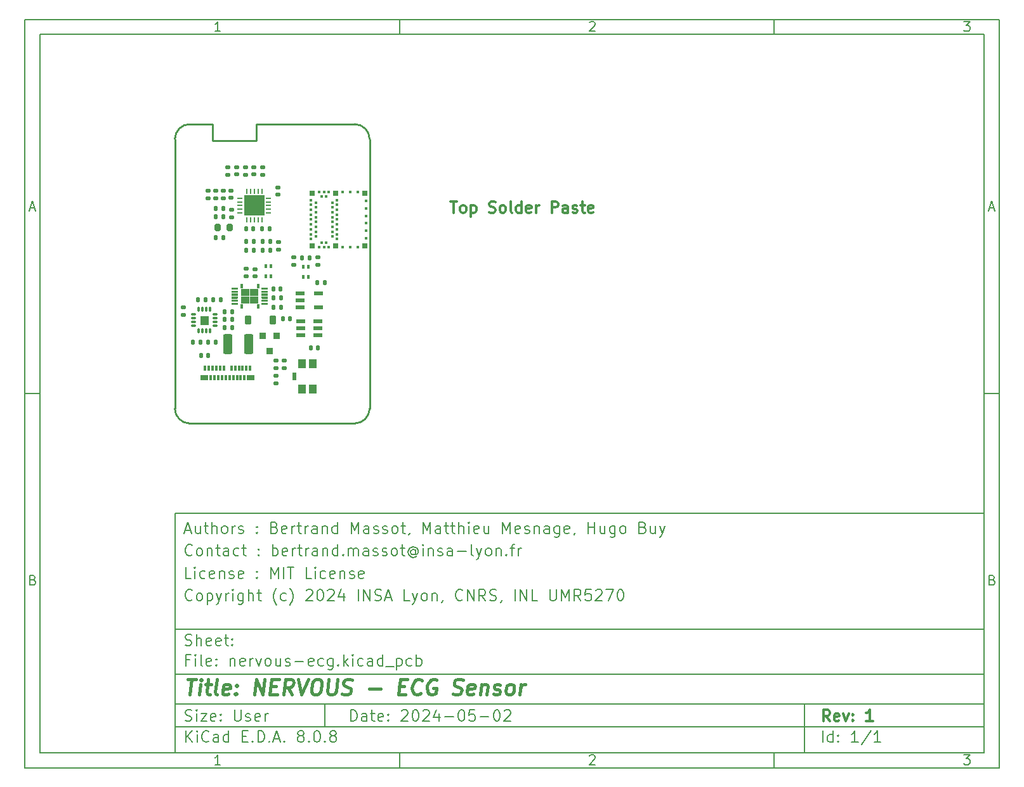
<source format=gbr>
%TF.GenerationSoftware,KiCad,Pcbnew,8.0.8*%
%TF.CreationDate,2025-02-27T16:48:53+01:00*%
%TF.ProjectId,nervous-ecg,6e657276-6f75-4732-9d65-63672e6b6963,1*%
%TF.SameCoordinates,Original*%
%TF.FileFunction,Paste,Top*%
%TF.FilePolarity,Positive*%
%FSLAX46Y46*%
G04 Gerber Fmt 4.6, Leading zero omitted, Abs format (unit mm)*
G04 Created by KiCad (PCBNEW 8.0.8) date 2025-02-27 16:48:53*
%MOMM*%
%LPD*%
G01*
G04 APERTURE LIST*
G04 Aperture macros list*
%AMRoundRect*
0 Rectangle with rounded corners*
0 $1 Rounding radius*
0 $2 $3 $4 $5 $6 $7 $8 $9 X,Y pos of 4 corners*
0 Add a 4 corners polygon primitive as box body*
4,1,4,$2,$3,$4,$5,$6,$7,$8,$9,$2,$3,0*
0 Add four circle primitives for the rounded corners*
1,1,$1+$1,$2,$3*
1,1,$1+$1,$4,$5*
1,1,$1+$1,$6,$7*
1,1,$1+$1,$8,$9*
0 Add four rect primitives between the rounded corners*
20,1,$1+$1,$2,$3,$4,$5,0*
20,1,$1+$1,$4,$5,$6,$7,0*
20,1,$1+$1,$6,$7,$8,$9,0*
20,1,$1+$1,$8,$9,$2,$3,0*%
G04 Aperture macros list end*
%ADD10C,0.100000*%
%ADD11C,0.150000*%
%ADD12C,0.300000*%
%ADD13C,0.400000*%
%ADD14C,0.010000*%
%ADD15RoundRect,0.077000X0.543000X0.198000X-0.543000X0.198000X-0.543000X-0.198000X0.543000X-0.198000X0*%
%ADD16R,0.800001X0.800001*%
%ADD17R,0.399999X0.399999*%
%ADD18RoundRect,0.140000X-0.170000X0.140000X-0.170000X-0.140000X0.170000X-0.140000X0.170000X0.140000X0*%
%ADD19R,1.050000X1.150000*%
%ADD20R,0.600000X1.100000*%
%ADD21RoundRect,0.140000X0.170000X-0.140000X0.170000X0.140000X-0.170000X0.140000X-0.170000X-0.140000X0*%
%ADD22RoundRect,0.135000X0.185000X-0.135000X0.185000X0.135000X-0.185000X0.135000X-0.185000X-0.135000X0*%
%ADD23RoundRect,0.135000X-0.135000X-0.185000X0.135000X-0.185000X0.135000X0.185000X-0.135000X0.185000X0*%
%ADD24RoundRect,0.007200X-0.112800X0.292800X-0.112800X-0.292800X0.112800X-0.292800X0.112800X0.292800X0*%
%ADD25RoundRect,0.007200X-0.292800X-0.112800X0.292800X-0.112800X0.292800X0.112800X-0.292800X0.112800X0*%
%ADD26RoundRect,0.140000X-0.140000X-0.170000X0.140000X-0.170000X0.140000X0.170000X-0.140000X0.170000X0*%
%ADD27RoundRect,0.135000X-0.185000X0.135000X-0.185000X-0.135000X0.185000X-0.135000X0.185000X0.135000X0*%
%ADD28RoundRect,0.140000X0.140000X0.170000X-0.140000X0.170000X-0.140000X-0.170000X0.140000X-0.170000X0*%
%ADD29R,0.850000X0.850000*%
%ADD30RoundRect,0.135000X0.135000X0.185000X-0.135000X0.185000X-0.135000X-0.185000X0.135000X-0.185000X0*%
%ADD31RoundRect,0.225000X0.225000X0.375000X-0.225000X0.375000X-0.225000X-0.375000X0.225000X-0.375000X0*%
%ADD32R,0.300000X0.700000*%
%ADD33R,1.000000X0.700000*%
%ADD34RoundRect,0.200000X-0.200000X-0.275000X0.200000X-0.275000X0.200000X0.275000X-0.200000X0.275000X0*%
%ADD35R,0.400000X0.500000*%
%ADD36R,0.731000X0.239000*%
%ADD37R,0.239000X0.731000*%
%ADD38R,2.750000X2.750000*%
%ADD39RoundRect,0.088500X-0.516500X-0.206500X0.516500X-0.206500X0.516500X0.206500X-0.516500X0.206500X0*%
%ADD40RoundRect,0.250000X-0.375000X-1.075000X0.375000X-1.075000X0.375000X1.075000X-0.375000X1.075000X0*%
%TA.AperFunction,Profile*%
%ADD41C,0.254000*%
%TD*%
G04 APERTURE END LIST*
D10*
D11*
X30012000Y-75990000D02*
X138012000Y-75990000D01*
X138012000Y-107990000D01*
X30012000Y-107990000D01*
X30012000Y-75990000D01*
D10*
D11*
X10000000Y-10000000D02*
X140012000Y-10000000D01*
X140012000Y-109990000D01*
X10000000Y-109990000D01*
X10000000Y-10000000D01*
D10*
D11*
X12000000Y-12000000D02*
X138012000Y-12000000D01*
X138012000Y-107990000D01*
X12000000Y-107990000D01*
X12000000Y-12000000D01*
D10*
D11*
X60000000Y-12000000D02*
X60000000Y-10000000D01*
D10*
D11*
X110000000Y-12000000D02*
X110000000Y-10000000D01*
D10*
D11*
X36089160Y-11593604D02*
X35346303Y-11593604D01*
X35717731Y-11593604D02*
X35717731Y-10293604D01*
X35717731Y-10293604D02*
X35593922Y-10479319D01*
X35593922Y-10479319D02*
X35470112Y-10603128D01*
X35470112Y-10603128D02*
X35346303Y-10665033D01*
D10*
D11*
X85346303Y-10417414D02*
X85408207Y-10355509D01*
X85408207Y-10355509D02*
X85532017Y-10293604D01*
X85532017Y-10293604D02*
X85841541Y-10293604D01*
X85841541Y-10293604D02*
X85965350Y-10355509D01*
X85965350Y-10355509D02*
X86027255Y-10417414D01*
X86027255Y-10417414D02*
X86089160Y-10541223D01*
X86089160Y-10541223D02*
X86089160Y-10665033D01*
X86089160Y-10665033D02*
X86027255Y-10850747D01*
X86027255Y-10850747D02*
X85284398Y-11593604D01*
X85284398Y-11593604D02*
X86089160Y-11593604D01*
D10*
D11*
X135284398Y-10293604D02*
X136089160Y-10293604D01*
X136089160Y-10293604D02*
X135655826Y-10788842D01*
X135655826Y-10788842D02*
X135841541Y-10788842D01*
X135841541Y-10788842D02*
X135965350Y-10850747D01*
X135965350Y-10850747D02*
X136027255Y-10912652D01*
X136027255Y-10912652D02*
X136089160Y-11036461D01*
X136089160Y-11036461D02*
X136089160Y-11345985D01*
X136089160Y-11345985D02*
X136027255Y-11469795D01*
X136027255Y-11469795D02*
X135965350Y-11531700D01*
X135965350Y-11531700D02*
X135841541Y-11593604D01*
X135841541Y-11593604D02*
X135470112Y-11593604D01*
X135470112Y-11593604D02*
X135346303Y-11531700D01*
X135346303Y-11531700D02*
X135284398Y-11469795D01*
D10*
D11*
X60000000Y-107990000D02*
X60000000Y-109990000D01*
D10*
D11*
X110000000Y-107990000D02*
X110000000Y-109990000D01*
D10*
D11*
X36089160Y-109583604D02*
X35346303Y-109583604D01*
X35717731Y-109583604D02*
X35717731Y-108283604D01*
X35717731Y-108283604D02*
X35593922Y-108469319D01*
X35593922Y-108469319D02*
X35470112Y-108593128D01*
X35470112Y-108593128D02*
X35346303Y-108655033D01*
D10*
D11*
X85346303Y-108407414D02*
X85408207Y-108345509D01*
X85408207Y-108345509D02*
X85532017Y-108283604D01*
X85532017Y-108283604D02*
X85841541Y-108283604D01*
X85841541Y-108283604D02*
X85965350Y-108345509D01*
X85965350Y-108345509D02*
X86027255Y-108407414D01*
X86027255Y-108407414D02*
X86089160Y-108531223D01*
X86089160Y-108531223D02*
X86089160Y-108655033D01*
X86089160Y-108655033D02*
X86027255Y-108840747D01*
X86027255Y-108840747D02*
X85284398Y-109583604D01*
X85284398Y-109583604D02*
X86089160Y-109583604D01*
D10*
D11*
X135284398Y-108283604D02*
X136089160Y-108283604D01*
X136089160Y-108283604D02*
X135655826Y-108778842D01*
X135655826Y-108778842D02*
X135841541Y-108778842D01*
X135841541Y-108778842D02*
X135965350Y-108840747D01*
X135965350Y-108840747D02*
X136027255Y-108902652D01*
X136027255Y-108902652D02*
X136089160Y-109026461D01*
X136089160Y-109026461D02*
X136089160Y-109335985D01*
X136089160Y-109335985D02*
X136027255Y-109459795D01*
X136027255Y-109459795D02*
X135965350Y-109521700D01*
X135965350Y-109521700D02*
X135841541Y-109583604D01*
X135841541Y-109583604D02*
X135470112Y-109583604D01*
X135470112Y-109583604D02*
X135346303Y-109521700D01*
X135346303Y-109521700D02*
X135284398Y-109459795D01*
D10*
D11*
X10000000Y-60000000D02*
X12000000Y-60000000D01*
D10*
D11*
X10690476Y-35222176D02*
X11309523Y-35222176D01*
X10566666Y-35593604D02*
X10999999Y-34293604D01*
X10999999Y-34293604D02*
X11433333Y-35593604D01*
D10*
D11*
X11092857Y-84912652D02*
X11278571Y-84974557D01*
X11278571Y-84974557D02*
X11340476Y-85036461D01*
X11340476Y-85036461D02*
X11402380Y-85160271D01*
X11402380Y-85160271D02*
X11402380Y-85345985D01*
X11402380Y-85345985D02*
X11340476Y-85469795D01*
X11340476Y-85469795D02*
X11278571Y-85531700D01*
X11278571Y-85531700D02*
X11154761Y-85593604D01*
X11154761Y-85593604D02*
X10659523Y-85593604D01*
X10659523Y-85593604D02*
X10659523Y-84293604D01*
X10659523Y-84293604D02*
X11092857Y-84293604D01*
X11092857Y-84293604D02*
X11216666Y-84355509D01*
X11216666Y-84355509D02*
X11278571Y-84417414D01*
X11278571Y-84417414D02*
X11340476Y-84541223D01*
X11340476Y-84541223D02*
X11340476Y-84665033D01*
X11340476Y-84665033D02*
X11278571Y-84788842D01*
X11278571Y-84788842D02*
X11216666Y-84850747D01*
X11216666Y-84850747D02*
X11092857Y-84912652D01*
X11092857Y-84912652D02*
X10659523Y-84912652D01*
D10*
D11*
X140012000Y-60000000D02*
X138012000Y-60000000D01*
D10*
D11*
X138702476Y-35222176D02*
X139321523Y-35222176D01*
X138578666Y-35593604D02*
X139011999Y-34293604D01*
X139011999Y-34293604D02*
X139445333Y-35593604D01*
D10*
D11*
X139104857Y-84912652D02*
X139290571Y-84974557D01*
X139290571Y-84974557D02*
X139352476Y-85036461D01*
X139352476Y-85036461D02*
X139414380Y-85160271D01*
X139414380Y-85160271D02*
X139414380Y-85345985D01*
X139414380Y-85345985D02*
X139352476Y-85469795D01*
X139352476Y-85469795D02*
X139290571Y-85531700D01*
X139290571Y-85531700D02*
X139166761Y-85593604D01*
X139166761Y-85593604D02*
X138671523Y-85593604D01*
X138671523Y-85593604D02*
X138671523Y-84293604D01*
X138671523Y-84293604D02*
X139104857Y-84293604D01*
X139104857Y-84293604D02*
X139228666Y-84355509D01*
X139228666Y-84355509D02*
X139290571Y-84417414D01*
X139290571Y-84417414D02*
X139352476Y-84541223D01*
X139352476Y-84541223D02*
X139352476Y-84665033D01*
X139352476Y-84665033D02*
X139290571Y-84788842D01*
X139290571Y-84788842D02*
X139228666Y-84850747D01*
X139228666Y-84850747D02*
X139104857Y-84912652D01*
X139104857Y-84912652D02*
X138671523Y-84912652D01*
D10*
D11*
X53467826Y-103776128D02*
X53467826Y-102276128D01*
X53467826Y-102276128D02*
X53824969Y-102276128D01*
X53824969Y-102276128D02*
X54039255Y-102347557D01*
X54039255Y-102347557D02*
X54182112Y-102490414D01*
X54182112Y-102490414D02*
X54253541Y-102633271D01*
X54253541Y-102633271D02*
X54324969Y-102918985D01*
X54324969Y-102918985D02*
X54324969Y-103133271D01*
X54324969Y-103133271D02*
X54253541Y-103418985D01*
X54253541Y-103418985D02*
X54182112Y-103561842D01*
X54182112Y-103561842D02*
X54039255Y-103704700D01*
X54039255Y-103704700D02*
X53824969Y-103776128D01*
X53824969Y-103776128D02*
X53467826Y-103776128D01*
X55610684Y-103776128D02*
X55610684Y-102990414D01*
X55610684Y-102990414D02*
X55539255Y-102847557D01*
X55539255Y-102847557D02*
X55396398Y-102776128D01*
X55396398Y-102776128D02*
X55110684Y-102776128D01*
X55110684Y-102776128D02*
X54967826Y-102847557D01*
X55610684Y-103704700D02*
X55467826Y-103776128D01*
X55467826Y-103776128D02*
X55110684Y-103776128D01*
X55110684Y-103776128D02*
X54967826Y-103704700D01*
X54967826Y-103704700D02*
X54896398Y-103561842D01*
X54896398Y-103561842D02*
X54896398Y-103418985D01*
X54896398Y-103418985D02*
X54967826Y-103276128D01*
X54967826Y-103276128D02*
X55110684Y-103204700D01*
X55110684Y-103204700D02*
X55467826Y-103204700D01*
X55467826Y-103204700D02*
X55610684Y-103133271D01*
X56110684Y-102776128D02*
X56682112Y-102776128D01*
X56324969Y-102276128D02*
X56324969Y-103561842D01*
X56324969Y-103561842D02*
X56396398Y-103704700D01*
X56396398Y-103704700D02*
X56539255Y-103776128D01*
X56539255Y-103776128D02*
X56682112Y-103776128D01*
X57753541Y-103704700D02*
X57610684Y-103776128D01*
X57610684Y-103776128D02*
X57324970Y-103776128D01*
X57324970Y-103776128D02*
X57182112Y-103704700D01*
X57182112Y-103704700D02*
X57110684Y-103561842D01*
X57110684Y-103561842D02*
X57110684Y-102990414D01*
X57110684Y-102990414D02*
X57182112Y-102847557D01*
X57182112Y-102847557D02*
X57324970Y-102776128D01*
X57324970Y-102776128D02*
X57610684Y-102776128D01*
X57610684Y-102776128D02*
X57753541Y-102847557D01*
X57753541Y-102847557D02*
X57824970Y-102990414D01*
X57824970Y-102990414D02*
X57824970Y-103133271D01*
X57824970Y-103133271D02*
X57110684Y-103276128D01*
X58467826Y-103633271D02*
X58539255Y-103704700D01*
X58539255Y-103704700D02*
X58467826Y-103776128D01*
X58467826Y-103776128D02*
X58396398Y-103704700D01*
X58396398Y-103704700D02*
X58467826Y-103633271D01*
X58467826Y-103633271D02*
X58467826Y-103776128D01*
X58467826Y-102847557D02*
X58539255Y-102918985D01*
X58539255Y-102918985D02*
X58467826Y-102990414D01*
X58467826Y-102990414D02*
X58396398Y-102918985D01*
X58396398Y-102918985D02*
X58467826Y-102847557D01*
X58467826Y-102847557D02*
X58467826Y-102990414D01*
X60253541Y-102418985D02*
X60324969Y-102347557D01*
X60324969Y-102347557D02*
X60467827Y-102276128D01*
X60467827Y-102276128D02*
X60824969Y-102276128D01*
X60824969Y-102276128D02*
X60967827Y-102347557D01*
X60967827Y-102347557D02*
X61039255Y-102418985D01*
X61039255Y-102418985D02*
X61110684Y-102561842D01*
X61110684Y-102561842D02*
X61110684Y-102704700D01*
X61110684Y-102704700D02*
X61039255Y-102918985D01*
X61039255Y-102918985D02*
X60182112Y-103776128D01*
X60182112Y-103776128D02*
X61110684Y-103776128D01*
X62039255Y-102276128D02*
X62182112Y-102276128D01*
X62182112Y-102276128D02*
X62324969Y-102347557D01*
X62324969Y-102347557D02*
X62396398Y-102418985D01*
X62396398Y-102418985D02*
X62467826Y-102561842D01*
X62467826Y-102561842D02*
X62539255Y-102847557D01*
X62539255Y-102847557D02*
X62539255Y-103204700D01*
X62539255Y-103204700D02*
X62467826Y-103490414D01*
X62467826Y-103490414D02*
X62396398Y-103633271D01*
X62396398Y-103633271D02*
X62324969Y-103704700D01*
X62324969Y-103704700D02*
X62182112Y-103776128D01*
X62182112Y-103776128D02*
X62039255Y-103776128D01*
X62039255Y-103776128D02*
X61896398Y-103704700D01*
X61896398Y-103704700D02*
X61824969Y-103633271D01*
X61824969Y-103633271D02*
X61753540Y-103490414D01*
X61753540Y-103490414D02*
X61682112Y-103204700D01*
X61682112Y-103204700D02*
X61682112Y-102847557D01*
X61682112Y-102847557D02*
X61753540Y-102561842D01*
X61753540Y-102561842D02*
X61824969Y-102418985D01*
X61824969Y-102418985D02*
X61896398Y-102347557D01*
X61896398Y-102347557D02*
X62039255Y-102276128D01*
X63110683Y-102418985D02*
X63182111Y-102347557D01*
X63182111Y-102347557D02*
X63324969Y-102276128D01*
X63324969Y-102276128D02*
X63682111Y-102276128D01*
X63682111Y-102276128D02*
X63824969Y-102347557D01*
X63824969Y-102347557D02*
X63896397Y-102418985D01*
X63896397Y-102418985D02*
X63967826Y-102561842D01*
X63967826Y-102561842D02*
X63967826Y-102704700D01*
X63967826Y-102704700D02*
X63896397Y-102918985D01*
X63896397Y-102918985D02*
X63039254Y-103776128D01*
X63039254Y-103776128D02*
X63967826Y-103776128D01*
X65253540Y-102776128D02*
X65253540Y-103776128D01*
X64896397Y-102204700D02*
X64539254Y-103276128D01*
X64539254Y-103276128D02*
X65467825Y-103276128D01*
X66039253Y-103204700D02*
X67182111Y-103204700D01*
X68182111Y-102276128D02*
X68324968Y-102276128D01*
X68324968Y-102276128D02*
X68467825Y-102347557D01*
X68467825Y-102347557D02*
X68539254Y-102418985D01*
X68539254Y-102418985D02*
X68610682Y-102561842D01*
X68610682Y-102561842D02*
X68682111Y-102847557D01*
X68682111Y-102847557D02*
X68682111Y-103204700D01*
X68682111Y-103204700D02*
X68610682Y-103490414D01*
X68610682Y-103490414D02*
X68539254Y-103633271D01*
X68539254Y-103633271D02*
X68467825Y-103704700D01*
X68467825Y-103704700D02*
X68324968Y-103776128D01*
X68324968Y-103776128D02*
X68182111Y-103776128D01*
X68182111Y-103776128D02*
X68039254Y-103704700D01*
X68039254Y-103704700D02*
X67967825Y-103633271D01*
X67967825Y-103633271D02*
X67896396Y-103490414D01*
X67896396Y-103490414D02*
X67824968Y-103204700D01*
X67824968Y-103204700D02*
X67824968Y-102847557D01*
X67824968Y-102847557D02*
X67896396Y-102561842D01*
X67896396Y-102561842D02*
X67967825Y-102418985D01*
X67967825Y-102418985D02*
X68039254Y-102347557D01*
X68039254Y-102347557D02*
X68182111Y-102276128D01*
X70039253Y-102276128D02*
X69324967Y-102276128D01*
X69324967Y-102276128D02*
X69253539Y-102990414D01*
X69253539Y-102990414D02*
X69324967Y-102918985D01*
X69324967Y-102918985D02*
X69467825Y-102847557D01*
X69467825Y-102847557D02*
X69824967Y-102847557D01*
X69824967Y-102847557D02*
X69967825Y-102918985D01*
X69967825Y-102918985D02*
X70039253Y-102990414D01*
X70039253Y-102990414D02*
X70110682Y-103133271D01*
X70110682Y-103133271D02*
X70110682Y-103490414D01*
X70110682Y-103490414D02*
X70039253Y-103633271D01*
X70039253Y-103633271D02*
X69967825Y-103704700D01*
X69967825Y-103704700D02*
X69824967Y-103776128D01*
X69824967Y-103776128D02*
X69467825Y-103776128D01*
X69467825Y-103776128D02*
X69324967Y-103704700D01*
X69324967Y-103704700D02*
X69253539Y-103633271D01*
X70753538Y-103204700D02*
X71896396Y-103204700D01*
X72896396Y-102276128D02*
X73039253Y-102276128D01*
X73039253Y-102276128D02*
X73182110Y-102347557D01*
X73182110Y-102347557D02*
X73253539Y-102418985D01*
X73253539Y-102418985D02*
X73324967Y-102561842D01*
X73324967Y-102561842D02*
X73396396Y-102847557D01*
X73396396Y-102847557D02*
X73396396Y-103204700D01*
X73396396Y-103204700D02*
X73324967Y-103490414D01*
X73324967Y-103490414D02*
X73253539Y-103633271D01*
X73253539Y-103633271D02*
X73182110Y-103704700D01*
X73182110Y-103704700D02*
X73039253Y-103776128D01*
X73039253Y-103776128D02*
X72896396Y-103776128D01*
X72896396Y-103776128D02*
X72753539Y-103704700D01*
X72753539Y-103704700D02*
X72682110Y-103633271D01*
X72682110Y-103633271D02*
X72610681Y-103490414D01*
X72610681Y-103490414D02*
X72539253Y-103204700D01*
X72539253Y-103204700D02*
X72539253Y-102847557D01*
X72539253Y-102847557D02*
X72610681Y-102561842D01*
X72610681Y-102561842D02*
X72682110Y-102418985D01*
X72682110Y-102418985D02*
X72753539Y-102347557D01*
X72753539Y-102347557D02*
X72896396Y-102276128D01*
X73967824Y-102418985D02*
X74039252Y-102347557D01*
X74039252Y-102347557D02*
X74182110Y-102276128D01*
X74182110Y-102276128D02*
X74539252Y-102276128D01*
X74539252Y-102276128D02*
X74682110Y-102347557D01*
X74682110Y-102347557D02*
X74753538Y-102418985D01*
X74753538Y-102418985D02*
X74824967Y-102561842D01*
X74824967Y-102561842D02*
X74824967Y-102704700D01*
X74824967Y-102704700D02*
X74753538Y-102918985D01*
X74753538Y-102918985D02*
X73896395Y-103776128D01*
X73896395Y-103776128D02*
X74824967Y-103776128D01*
D10*
D11*
X30012000Y-104490000D02*
X138012000Y-104490000D01*
D10*
D11*
X31467826Y-106576128D02*
X31467826Y-105076128D01*
X32324969Y-106576128D02*
X31682112Y-105718985D01*
X32324969Y-105076128D02*
X31467826Y-105933271D01*
X32967826Y-106576128D02*
X32967826Y-105576128D01*
X32967826Y-105076128D02*
X32896398Y-105147557D01*
X32896398Y-105147557D02*
X32967826Y-105218985D01*
X32967826Y-105218985D02*
X33039255Y-105147557D01*
X33039255Y-105147557D02*
X32967826Y-105076128D01*
X32967826Y-105076128D02*
X32967826Y-105218985D01*
X34539255Y-106433271D02*
X34467827Y-106504700D01*
X34467827Y-106504700D02*
X34253541Y-106576128D01*
X34253541Y-106576128D02*
X34110684Y-106576128D01*
X34110684Y-106576128D02*
X33896398Y-106504700D01*
X33896398Y-106504700D02*
X33753541Y-106361842D01*
X33753541Y-106361842D02*
X33682112Y-106218985D01*
X33682112Y-106218985D02*
X33610684Y-105933271D01*
X33610684Y-105933271D02*
X33610684Y-105718985D01*
X33610684Y-105718985D02*
X33682112Y-105433271D01*
X33682112Y-105433271D02*
X33753541Y-105290414D01*
X33753541Y-105290414D02*
X33896398Y-105147557D01*
X33896398Y-105147557D02*
X34110684Y-105076128D01*
X34110684Y-105076128D02*
X34253541Y-105076128D01*
X34253541Y-105076128D02*
X34467827Y-105147557D01*
X34467827Y-105147557D02*
X34539255Y-105218985D01*
X35824970Y-106576128D02*
X35824970Y-105790414D01*
X35824970Y-105790414D02*
X35753541Y-105647557D01*
X35753541Y-105647557D02*
X35610684Y-105576128D01*
X35610684Y-105576128D02*
X35324970Y-105576128D01*
X35324970Y-105576128D02*
X35182112Y-105647557D01*
X35824970Y-106504700D02*
X35682112Y-106576128D01*
X35682112Y-106576128D02*
X35324970Y-106576128D01*
X35324970Y-106576128D02*
X35182112Y-106504700D01*
X35182112Y-106504700D02*
X35110684Y-106361842D01*
X35110684Y-106361842D02*
X35110684Y-106218985D01*
X35110684Y-106218985D02*
X35182112Y-106076128D01*
X35182112Y-106076128D02*
X35324970Y-106004700D01*
X35324970Y-106004700D02*
X35682112Y-106004700D01*
X35682112Y-106004700D02*
X35824970Y-105933271D01*
X37182113Y-106576128D02*
X37182113Y-105076128D01*
X37182113Y-106504700D02*
X37039255Y-106576128D01*
X37039255Y-106576128D02*
X36753541Y-106576128D01*
X36753541Y-106576128D02*
X36610684Y-106504700D01*
X36610684Y-106504700D02*
X36539255Y-106433271D01*
X36539255Y-106433271D02*
X36467827Y-106290414D01*
X36467827Y-106290414D02*
X36467827Y-105861842D01*
X36467827Y-105861842D02*
X36539255Y-105718985D01*
X36539255Y-105718985D02*
X36610684Y-105647557D01*
X36610684Y-105647557D02*
X36753541Y-105576128D01*
X36753541Y-105576128D02*
X37039255Y-105576128D01*
X37039255Y-105576128D02*
X37182113Y-105647557D01*
X39039255Y-105790414D02*
X39539255Y-105790414D01*
X39753541Y-106576128D02*
X39039255Y-106576128D01*
X39039255Y-106576128D02*
X39039255Y-105076128D01*
X39039255Y-105076128D02*
X39753541Y-105076128D01*
X40396398Y-106433271D02*
X40467827Y-106504700D01*
X40467827Y-106504700D02*
X40396398Y-106576128D01*
X40396398Y-106576128D02*
X40324970Y-106504700D01*
X40324970Y-106504700D02*
X40396398Y-106433271D01*
X40396398Y-106433271D02*
X40396398Y-106576128D01*
X41110684Y-106576128D02*
X41110684Y-105076128D01*
X41110684Y-105076128D02*
X41467827Y-105076128D01*
X41467827Y-105076128D02*
X41682113Y-105147557D01*
X41682113Y-105147557D02*
X41824970Y-105290414D01*
X41824970Y-105290414D02*
X41896399Y-105433271D01*
X41896399Y-105433271D02*
X41967827Y-105718985D01*
X41967827Y-105718985D02*
X41967827Y-105933271D01*
X41967827Y-105933271D02*
X41896399Y-106218985D01*
X41896399Y-106218985D02*
X41824970Y-106361842D01*
X41824970Y-106361842D02*
X41682113Y-106504700D01*
X41682113Y-106504700D02*
X41467827Y-106576128D01*
X41467827Y-106576128D02*
X41110684Y-106576128D01*
X42610684Y-106433271D02*
X42682113Y-106504700D01*
X42682113Y-106504700D02*
X42610684Y-106576128D01*
X42610684Y-106576128D02*
X42539256Y-106504700D01*
X42539256Y-106504700D02*
X42610684Y-106433271D01*
X42610684Y-106433271D02*
X42610684Y-106576128D01*
X43253542Y-106147557D02*
X43967828Y-106147557D01*
X43110685Y-106576128D02*
X43610685Y-105076128D01*
X43610685Y-105076128D02*
X44110685Y-106576128D01*
X44610684Y-106433271D02*
X44682113Y-106504700D01*
X44682113Y-106504700D02*
X44610684Y-106576128D01*
X44610684Y-106576128D02*
X44539256Y-106504700D01*
X44539256Y-106504700D02*
X44610684Y-106433271D01*
X44610684Y-106433271D02*
X44610684Y-106576128D01*
X46682113Y-105718985D02*
X46539256Y-105647557D01*
X46539256Y-105647557D02*
X46467827Y-105576128D01*
X46467827Y-105576128D02*
X46396399Y-105433271D01*
X46396399Y-105433271D02*
X46396399Y-105361842D01*
X46396399Y-105361842D02*
X46467827Y-105218985D01*
X46467827Y-105218985D02*
X46539256Y-105147557D01*
X46539256Y-105147557D02*
X46682113Y-105076128D01*
X46682113Y-105076128D02*
X46967827Y-105076128D01*
X46967827Y-105076128D02*
X47110685Y-105147557D01*
X47110685Y-105147557D02*
X47182113Y-105218985D01*
X47182113Y-105218985D02*
X47253542Y-105361842D01*
X47253542Y-105361842D02*
X47253542Y-105433271D01*
X47253542Y-105433271D02*
X47182113Y-105576128D01*
X47182113Y-105576128D02*
X47110685Y-105647557D01*
X47110685Y-105647557D02*
X46967827Y-105718985D01*
X46967827Y-105718985D02*
X46682113Y-105718985D01*
X46682113Y-105718985D02*
X46539256Y-105790414D01*
X46539256Y-105790414D02*
X46467827Y-105861842D01*
X46467827Y-105861842D02*
X46396399Y-106004700D01*
X46396399Y-106004700D02*
X46396399Y-106290414D01*
X46396399Y-106290414D02*
X46467827Y-106433271D01*
X46467827Y-106433271D02*
X46539256Y-106504700D01*
X46539256Y-106504700D02*
X46682113Y-106576128D01*
X46682113Y-106576128D02*
X46967827Y-106576128D01*
X46967827Y-106576128D02*
X47110685Y-106504700D01*
X47110685Y-106504700D02*
X47182113Y-106433271D01*
X47182113Y-106433271D02*
X47253542Y-106290414D01*
X47253542Y-106290414D02*
X47253542Y-106004700D01*
X47253542Y-106004700D02*
X47182113Y-105861842D01*
X47182113Y-105861842D02*
X47110685Y-105790414D01*
X47110685Y-105790414D02*
X46967827Y-105718985D01*
X47896398Y-106433271D02*
X47967827Y-106504700D01*
X47967827Y-106504700D02*
X47896398Y-106576128D01*
X47896398Y-106576128D02*
X47824970Y-106504700D01*
X47824970Y-106504700D02*
X47896398Y-106433271D01*
X47896398Y-106433271D02*
X47896398Y-106576128D01*
X48896399Y-105076128D02*
X49039256Y-105076128D01*
X49039256Y-105076128D02*
X49182113Y-105147557D01*
X49182113Y-105147557D02*
X49253542Y-105218985D01*
X49253542Y-105218985D02*
X49324970Y-105361842D01*
X49324970Y-105361842D02*
X49396399Y-105647557D01*
X49396399Y-105647557D02*
X49396399Y-106004700D01*
X49396399Y-106004700D02*
X49324970Y-106290414D01*
X49324970Y-106290414D02*
X49253542Y-106433271D01*
X49253542Y-106433271D02*
X49182113Y-106504700D01*
X49182113Y-106504700D02*
X49039256Y-106576128D01*
X49039256Y-106576128D02*
X48896399Y-106576128D01*
X48896399Y-106576128D02*
X48753542Y-106504700D01*
X48753542Y-106504700D02*
X48682113Y-106433271D01*
X48682113Y-106433271D02*
X48610684Y-106290414D01*
X48610684Y-106290414D02*
X48539256Y-106004700D01*
X48539256Y-106004700D02*
X48539256Y-105647557D01*
X48539256Y-105647557D02*
X48610684Y-105361842D01*
X48610684Y-105361842D02*
X48682113Y-105218985D01*
X48682113Y-105218985D02*
X48753542Y-105147557D01*
X48753542Y-105147557D02*
X48896399Y-105076128D01*
X50039255Y-106433271D02*
X50110684Y-106504700D01*
X50110684Y-106504700D02*
X50039255Y-106576128D01*
X50039255Y-106576128D02*
X49967827Y-106504700D01*
X49967827Y-106504700D02*
X50039255Y-106433271D01*
X50039255Y-106433271D02*
X50039255Y-106576128D01*
X50967827Y-105718985D02*
X50824970Y-105647557D01*
X50824970Y-105647557D02*
X50753541Y-105576128D01*
X50753541Y-105576128D02*
X50682113Y-105433271D01*
X50682113Y-105433271D02*
X50682113Y-105361842D01*
X50682113Y-105361842D02*
X50753541Y-105218985D01*
X50753541Y-105218985D02*
X50824970Y-105147557D01*
X50824970Y-105147557D02*
X50967827Y-105076128D01*
X50967827Y-105076128D02*
X51253541Y-105076128D01*
X51253541Y-105076128D02*
X51396399Y-105147557D01*
X51396399Y-105147557D02*
X51467827Y-105218985D01*
X51467827Y-105218985D02*
X51539256Y-105361842D01*
X51539256Y-105361842D02*
X51539256Y-105433271D01*
X51539256Y-105433271D02*
X51467827Y-105576128D01*
X51467827Y-105576128D02*
X51396399Y-105647557D01*
X51396399Y-105647557D02*
X51253541Y-105718985D01*
X51253541Y-105718985D02*
X50967827Y-105718985D01*
X50967827Y-105718985D02*
X50824970Y-105790414D01*
X50824970Y-105790414D02*
X50753541Y-105861842D01*
X50753541Y-105861842D02*
X50682113Y-106004700D01*
X50682113Y-106004700D02*
X50682113Y-106290414D01*
X50682113Y-106290414D02*
X50753541Y-106433271D01*
X50753541Y-106433271D02*
X50824970Y-106504700D01*
X50824970Y-106504700D02*
X50967827Y-106576128D01*
X50967827Y-106576128D02*
X51253541Y-106576128D01*
X51253541Y-106576128D02*
X51396399Y-106504700D01*
X51396399Y-106504700D02*
X51467827Y-106433271D01*
X51467827Y-106433271D02*
X51539256Y-106290414D01*
X51539256Y-106290414D02*
X51539256Y-106004700D01*
X51539256Y-106004700D02*
X51467827Y-105861842D01*
X51467827Y-105861842D02*
X51396399Y-105790414D01*
X51396399Y-105790414D02*
X51253541Y-105718985D01*
D10*
D11*
X30012000Y-101490000D02*
X138012000Y-101490000D01*
D10*
D12*
X117423653Y-103768328D02*
X116923653Y-103054042D01*
X116566510Y-103768328D02*
X116566510Y-102268328D01*
X116566510Y-102268328D02*
X117137939Y-102268328D01*
X117137939Y-102268328D02*
X117280796Y-102339757D01*
X117280796Y-102339757D02*
X117352225Y-102411185D01*
X117352225Y-102411185D02*
X117423653Y-102554042D01*
X117423653Y-102554042D02*
X117423653Y-102768328D01*
X117423653Y-102768328D02*
X117352225Y-102911185D01*
X117352225Y-102911185D02*
X117280796Y-102982614D01*
X117280796Y-102982614D02*
X117137939Y-103054042D01*
X117137939Y-103054042D02*
X116566510Y-103054042D01*
X118637939Y-103696900D02*
X118495082Y-103768328D01*
X118495082Y-103768328D02*
X118209368Y-103768328D01*
X118209368Y-103768328D02*
X118066510Y-103696900D01*
X118066510Y-103696900D02*
X117995082Y-103554042D01*
X117995082Y-103554042D02*
X117995082Y-102982614D01*
X117995082Y-102982614D02*
X118066510Y-102839757D01*
X118066510Y-102839757D02*
X118209368Y-102768328D01*
X118209368Y-102768328D02*
X118495082Y-102768328D01*
X118495082Y-102768328D02*
X118637939Y-102839757D01*
X118637939Y-102839757D02*
X118709368Y-102982614D01*
X118709368Y-102982614D02*
X118709368Y-103125471D01*
X118709368Y-103125471D02*
X117995082Y-103268328D01*
X119209367Y-102768328D02*
X119566510Y-103768328D01*
X119566510Y-103768328D02*
X119923653Y-102768328D01*
X120495081Y-103625471D02*
X120566510Y-103696900D01*
X120566510Y-103696900D02*
X120495081Y-103768328D01*
X120495081Y-103768328D02*
X120423653Y-103696900D01*
X120423653Y-103696900D02*
X120495081Y-103625471D01*
X120495081Y-103625471D02*
X120495081Y-103768328D01*
X120495081Y-102839757D02*
X120566510Y-102911185D01*
X120566510Y-102911185D02*
X120495081Y-102982614D01*
X120495081Y-102982614D02*
X120423653Y-102911185D01*
X120423653Y-102911185D02*
X120495081Y-102839757D01*
X120495081Y-102839757D02*
X120495081Y-102982614D01*
X123137939Y-103768328D02*
X122280796Y-103768328D01*
X122709367Y-103768328D02*
X122709367Y-102268328D01*
X122709367Y-102268328D02*
X122566510Y-102482614D01*
X122566510Y-102482614D02*
X122423653Y-102625471D01*
X122423653Y-102625471D02*
X122280796Y-102696900D01*
D10*
D11*
X31396398Y-103704700D02*
X31610684Y-103776128D01*
X31610684Y-103776128D02*
X31967826Y-103776128D01*
X31967826Y-103776128D02*
X32110684Y-103704700D01*
X32110684Y-103704700D02*
X32182112Y-103633271D01*
X32182112Y-103633271D02*
X32253541Y-103490414D01*
X32253541Y-103490414D02*
X32253541Y-103347557D01*
X32253541Y-103347557D02*
X32182112Y-103204700D01*
X32182112Y-103204700D02*
X32110684Y-103133271D01*
X32110684Y-103133271D02*
X31967826Y-103061842D01*
X31967826Y-103061842D02*
X31682112Y-102990414D01*
X31682112Y-102990414D02*
X31539255Y-102918985D01*
X31539255Y-102918985D02*
X31467826Y-102847557D01*
X31467826Y-102847557D02*
X31396398Y-102704700D01*
X31396398Y-102704700D02*
X31396398Y-102561842D01*
X31396398Y-102561842D02*
X31467826Y-102418985D01*
X31467826Y-102418985D02*
X31539255Y-102347557D01*
X31539255Y-102347557D02*
X31682112Y-102276128D01*
X31682112Y-102276128D02*
X32039255Y-102276128D01*
X32039255Y-102276128D02*
X32253541Y-102347557D01*
X32896397Y-103776128D02*
X32896397Y-102776128D01*
X32896397Y-102276128D02*
X32824969Y-102347557D01*
X32824969Y-102347557D02*
X32896397Y-102418985D01*
X32896397Y-102418985D02*
X32967826Y-102347557D01*
X32967826Y-102347557D02*
X32896397Y-102276128D01*
X32896397Y-102276128D02*
X32896397Y-102418985D01*
X33467826Y-102776128D02*
X34253541Y-102776128D01*
X34253541Y-102776128D02*
X33467826Y-103776128D01*
X33467826Y-103776128D02*
X34253541Y-103776128D01*
X35396398Y-103704700D02*
X35253541Y-103776128D01*
X35253541Y-103776128D02*
X34967827Y-103776128D01*
X34967827Y-103776128D02*
X34824969Y-103704700D01*
X34824969Y-103704700D02*
X34753541Y-103561842D01*
X34753541Y-103561842D02*
X34753541Y-102990414D01*
X34753541Y-102990414D02*
X34824969Y-102847557D01*
X34824969Y-102847557D02*
X34967827Y-102776128D01*
X34967827Y-102776128D02*
X35253541Y-102776128D01*
X35253541Y-102776128D02*
X35396398Y-102847557D01*
X35396398Y-102847557D02*
X35467827Y-102990414D01*
X35467827Y-102990414D02*
X35467827Y-103133271D01*
X35467827Y-103133271D02*
X34753541Y-103276128D01*
X36110683Y-103633271D02*
X36182112Y-103704700D01*
X36182112Y-103704700D02*
X36110683Y-103776128D01*
X36110683Y-103776128D02*
X36039255Y-103704700D01*
X36039255Y-103704700D02*
X36110683Y-103633271D01*
X36110683Y-103633271D02*
X36110683Y-103776128D01*
X36110683Y-102847557D02*
X36182112Y-102918985D01*
X36182112Y-102918985D02*
X36110683Y-102990414D01*
X36110683Y-102990414D02*
X36039255Y-102918985D01*
X36039255Y-102918985D02*
X36110683Y-102847557D01*
X36110683Y-102847557D02*
X36110683Y-102990414D01*
X37967826Y-102276128D02*
X37967826Y-103490414D01*
X37967826Y-103490414D02*
X38039255Y-103633271D01*
X38039255Y-103633271D02*
X38110684Y-103704700D01*
X38110684Y-103704700D02*
X38253541Y-103776128D01*
X38253541Y-103776128D02*
X38539255Y-103776128D01*
X38539255Y-103776128D02*
X38682112Y-103704700D01*
X38682112Y-103704700D02*
X38753541Y-103633271D01*
X38753541Y-103633271D02*
X38824969Y-103490414D01*
X38824969Y-103490414D02*
X38824969Y-102276128D01*
X39467827Y-103704700D02*
X39610684Y-103776128D01*
X39610684Y-103776128D02*
X39896398Y-103776128D01*
X39896398Y-103776128D02*
X40039255Y-103704700D01*
X40039255Y-103704700D02*
X40110684Y-103561842D01*
X40110684Y-103561842D02*
X40110684Y-103490414D01*
X40110684Y-103490414D02*
X40039255Y-103347557D01*
X40039255Y-103347557D02*
X39896398Y-103276128D01*
X39896398Y-103276128D02*
X39682113Y-103276128D01*
X39682113Y-103276128D02*
X39539255Y-103204700D01*
X39539255Y-103204700D02*
X39467827Y-103061842D01*
X39467827Y-103061842D02*
X39467827Y-102990414D01*
X39467827Y-102990414D02*
X39539255Y-102847557D01*
X39539255Y-102847557D02*
X39682113Y-102776128D01*
X39682113Y-102776128D02*
X39896398Y-102776128D01*
X39896398Y-102776128D02*
X40039255Y-102847557D01*
X41324970Y-103704700D02*
X41182113Y-103776128D01*
X41182113Y-103776128D02*
X40896399Y-103776128D01*
X40896399Y-103776128D02*
X40753541Y-103704700D01*
X40753541Y-103704700D02*
X40682113Y-103561842D01*
X40682113Y-103561842D02*
X40682113Y-102990414D01*
X40682113Y-102990414D02*
X40753541Y-102847557D01*
X40753541Y-102847557D02*
X40896399Y-102776128D01*
X40896399Y-102776128D02*
X41182113Y-102776128D01*
X41182113Y-102776128D02*
X41324970Y-102847557D01*
X41324970Y-102847557D02*
X41396399Y-102990414D01*
X41396399Y-102990414D02*
X41396399Y-103133271D01*
X41396399Y-103133271D02*
X40682113Y-103276128D01*
X42039255Y-103776128D02*
X42039255Y-102776128D01*
X42039255Y-103061842D02*
X42110684Y-102918985D01*
X42110684Y-102918985D02*
X42182113Y-102847557D01*
X42182113Y-102847557D02*
X42324970Y-102776128D01*
X42324970Y-102776128D02*
X42467827Y-102776128D01*
D10*
D11*
X116467826Y-106576128D02*
X116467826Y-105076128D01*
X117824970Y-106576128D02*
X117824970Y-105076128D01*
X117824970Y-106504700D02*
X117682112Y-106576128D01*
X117682112Y-106576128D02*
X117396398Y-106576128D01*
X117396398Y-106576128D02*
X117253541Y-106504700D01*
X117253541Y-106504700D02*
X117182112Y-106433271D01*
X117182112Y-106433271D02*
X117110684Y-106290414D01*
X117110684Y-106290414D02*
X117110684Y-105861842D01*
X117110684Y-105861842D02*
X117182112Y-105718985D01*
X117182112Y-105718985D02*
X117253541Y-105647557D01*
X117253541Y-105647557D02*
X117396398Y-105576128D01*
X117396398Y-105576128D02*
X117682112Y-105576128D01*
X117682112Y-105576128D02*
X117824970Y-105647557D01*
X118539255Y-106433271D02*
X118610684Y-106504700D01*
X118610684Y-106504700D02*
X118539255Y-106576128D01*
X118539255Y-106576128D02*
X118467827Y-106504700D01*
X118467827Y-106504700D02*
X118539255Y-106433271D01*
X118539255Y-106433271D02*
X118539255Y-106576128D01*
X118539255Y-105647557D02*
X118610684Y-105718985D01*
X118610684Y-105718985D02*
X118539255Y-105790414D01*
X118539255Y-105790414D02*
X118467827Y-105718985D01*
X118467827Y-105718985D02*
X118539255Y-105647557D01*
X118539255Y-105647557D02*
X118539255Y-105790414D01*
X121182113Y-106576128D02*
X120324970Y-106576128D01*
X120753541Y-106576128D02*
X120753541Y-105076128D01*
X120753541Y-105076128D02*
X120610684Y-105290414D01*
X120610684Y-105290414D02*
X120467827Y-105433271D01*
X120467827Y-105433271D02*
X120324970Y-105504700D01*
X122896398Y-105004700D02*
X121610684Y-106933271D01*
X124182113Y-106576128D02*
X123324970Y-106576128D01*
X123753541Y-106576128D02*
X123753541Y-105076128D01*
X123753541Y-105076128D02*
X123610684Y-105290414D01*
X123610684Y-105290414D02*
X123467827Y-105433271D01*
X123467827Y-105433271D02*
X123324970Y-105504700D01*
D10*
D11*
X30012000Y-97490000D02*
X138012000Y-97490000D01*
D10*
D13*
X31703728Y-98194438D02*
X32846585Y-98194438D01*
X32025157Y-100194438D02*
X32275157Y-98194438D01*
X33263252Y-100194438D02*
X33429919Y-98861104D01*
X33513252Y-98194438D02*
X33406109Y-98289676D01*
X33406109Y-98289676D02*
X33489443Y-98384914D01*
X33489443Y-98384914D02*
X33596586Y-98289676D01*
X33596586Y-98289676D02*
X33513252Y-98194438D01*
X33513252Y-98194438D02*
X33489443Y-98384914D01*
X34096586Y-98861104D02*
X34858490Y-98861104D01*
X34465633Y-98194438D02*
X34251348Y-99908723D01*
X34251348Y-99908723D02*
X34322776Y-100099200D01*
X34322776Y-100099200D02*
X34501348Y-100194438D01*
X34501348Y-100194438D02*
X34691824Y-100194438D01*
X35644205Y-100194438D02*
X35465633Y-100099200D01*
X35465633Y-100099200D02*
X35394205Y-99908723D01*
X35394205Y-99908723D02*
X35608490Y-98194438D01*
X37179919Y-100099200D02*
X36977538Y-100194438D01*
X36977538Y-100194438D02*
X36596585Y-100194438D01*
X36596585Y-100194438D02*
X36418014Y-100099200D01*
X36418014Y-100099200D02*
X36346585Y-99908723D01*
X36346585Y-99908723D02*
X36441824Y-99146819D01*
X36441824Y-99146819D02*
X36560871Y-98956342D01*
X36560871Y-98956342D02*
X36763252Y-98861104D01*
X36763252Y-98861104D02*
X37144204Y-98861104D01*
X37144204Y-98861104D02*
X37322776Y-98956342D01*
X37322776Y-98956342D02*
X37394204Y-99146819D01*
X37394204Y-99146819D02*
X37370395Y-99337295D01*
X37370395Y-99337295D02*
X36394204Y-99527771D01*
X38144205Y-100003961D02*
X38227538Y-100099200D01*
X38227538Y-100099200D02*
X38120395Y-100194438D01*
X38120395Y-100194438D02*
X38037062Y-100099200D01*
X38037062Y-100099200D02*
X38144205Y-100003961D01*
X38144205Y-100003961D02*
X38120395Y-100194438D01*
X38275157Y-98956342D02*
X38358490Y-99051580D01*
X38358490Y-99051580D02*
X38251348Y-99146819D01*
X38251348Y-99146819D02*
X38168014Y-99051580D01*
X38168014Y-99051580D02*
X38275157Y-98956342D01*
X38275157Y-98956342D02*
X38251348Y-99146819D01*
X40596586Y-100194438D02*
X40846586Y-98194438D01*
X40846586Y-98194438D02*
X41739443Y-100194438D01*
X41739443Y-100194438D02*
X41989443Y-98194438D01*
X42822777Y-99146819D02*
X43489443Y-99146819D01*
X43644205Y-100194438D02*
X42691824Y-100194438D01*
X42691824Y-100194438D02*
X42941824Y-98194438D01*
X42941824Y-98194438D02*
X43894205Y-98194438D01*
X45644205Y-100194438D02*
X45096586Y-99242057D01*
X44501348Y-100194438D02*
X44751348Y-98194438D01*
X44751348Y-98194438D02*
X45513253Y-98194438D01*
X45513253Y-98194438D02*
X45691824Y-98289676D01*
X45691824Y-98289676D02*
X45775158Y-98384914D01*
X45775158Y-98384914D02*
X45846586Y-98575390D01*
X45846586Y-98575390D02*
X45810872Y-98861104D01*
X45810872Y-98861104D02*
X45691824Y-99051580D01*
X45691824Y-99051580D02*
X45584682Y-99146819D01*
X45584682Y-99146819D02*
X45382301Y-99242057D01*
X45382301Y-99242057D02*
X44620396Y-99242057D01*
X46465634Y-98194438D02*
X46882301Y-100194438D01*
X46882301Y-100194438D02*
X47798967Y-98194438D01*
X48846587Y-98194438D02*
X49227539Y-98194438D01*
X49227539Y-98194438D02*
X49406110Y-98289676D01*
X49406110Y-98289676D02*
X49572777Y-98480152D01*
X49572777Y-98480152D02*
X49620396Y-98861104D01*
X49620396Y-98861104D02*
X49537063Y-99527771D01*
X49537063Y-99527771D02*
X49394206Y-99908723D01*
X49394206Y-99908723D02*
X49179920Y-100099200D01*
X49179920Y-100099200D02*
X48977539Y-100194438D01*
X48977539Y-100194438D02*
X48596587Y-100194438D01*
X48596587Y-100194438D02*
X48418015Y-100099200D01*
X48418015Y-100099200D02*
X48251349Y-99908723D01*
X48251349Y-99908723D02*
X48203729Y-99527771D01*
X48203729Y-99527771D02*
X48287063Y-98861104D01*
X48287063Y-98861104D02*
X48429920Y-98480152D01*
X48429920Y-98480152D02*
X48644206Y-98289676D01*
X48644206Y-98289676D02*
X48846587Y-98194438D01*
X50560872Y-98194438D02*
X50358491Y-99813485D01*
X50358491Y-99813485D02*
X50429920Y-100003961D01*
X50429920Y-100003961D02*
X50513253Y-100099200D01*
X50513253Y-100099200D02*
X50691825Y-100194438D01*
X50691825Y-100194438D02*
X51072777Y-100194438D01*
X51072777Y-100194438D02*
X51275158Y-100099200D01*
X51275158Y-100099200D02*
X51382301Y-100003961D01*
X51382301Y-100003961D02*
X51501348Y-99813485D01*
X51501348Y-99813485D02*
X51703729Y-98194438D01*
X52322777Y-100099200D02*
X52596586Y-100194438D01*
X52596586Y-100194438D02*
X53072777Y-100194438D01*
X53072777Y-100194438D02*
X53275158Y-100099200D01*
X53275158Y-100099200D02*
X53382301Y-100003961D01*
X53382301Y-100003961D02*
X53501348Y-99813485D01*
X53501348Y-99813485D02*
X53525158Y-99623009D01*
X53525158Y-99623009D02*
X53453729Y-99432533D01*
X53453729Y-99432533D02*
X53370396Y-99337295D01*
X53370396Y-99337295D02*
X53191825Y-99242057D01*
X53191825Y-99242057D02*
X52822777Y-99146819D01*
X52822777Y-99146819D02*
X52644205Y-99051580D01*
X52644205Y-99051580D02*
X52560872Y-98956342D01*
X52560872Y-98956342D02*
X52489444Y-98765866D01*
X52489444Y-98765866D02*
X52513253Y-98575390D01*
X52513253Y-98575390D02*
X52632301Y-98384914D01*
X52632301Y-98384914D02*
X52739444Y-98289676D01*
X52739444Y-98289676D02*
X52941825Y-98194438D01*
X52941825Y-98194438D02*
X53418015Y-98194438D01*
X53418015Y-98194438D02*
X53691825Y-98289676D01*
X55929920Y-99432533D02*
X57453730Y-99432533D01*
X59965635Y-99146819D02*
X60632301Y-99146819D01*
X60787063Y-100194438D02*
X59834682Y-100194438D01*
X59834682Y-100194438D02*
X60084682Y-98194438D01*
X60084682Y-98194438D02*
X61037063Y-98194438D01*
X62810873Y-100003961D02*
X62703730Y-100099200D01*
X62703730Y-100099200D02*
X62406111Y-100194438D01*
X62406111Y-100194438D02*
X62215635Y-100194438D01*
X62215635Y-100194438D02*
X61941825Y-100099200D01*
X61941825Y-100099200D02*
X61775159Y-99908723D01*
X61775159Y-99908723D02*
X61703730Y-99718247D01*
X61703730Y-99718247D02*
X61656111Y-99337295D01*
X61656111Y-99337295D02*
X61691825Y-99051580D01*
X61691825Y-99051580D02*
X61834682Y-98670628D01*
X61834682Y-98670628D02*
X61953730Y-98480152D01*
X61953730Y-98480152D02*
X62168016Y-98289676D01*
X62168016Y-98289676D02*
X62465635Y-98194438D01*
X62465635Y-98194438D02*
X62656111Y-98194438D01*
X62656111Y-98194438D02*
X62929921Y-98289676D01*
X62929921Y-98289676D02*
X63013254Y-98384914D01*
X64929921Y-98289676D02*
X64751349Y-98194438D01*
X64751349Y-98194438D02*
X64465635Y-98194438D01*
X64465635Y-98194438D02*
X64168016Y-98289676D01*
X64168016Y-98289676D02*
X63953730Y-98480152D01*
X63953730Y-98480152D02*
X63834682Y-98670628D01*
X63834682Y-98670628D02*
X63691825Y-99051580D01*
X63691825Y-99051580D02*
X63656111Y-99337295D01*
X63656111Y-99337295D02*
X63703730Y-99718247D01*
X63703730Y-99718247D02*
X63775159Y-99908723D01*
X63775159Y-99908723D02*
X63941825Y-100099200D01*
X63941825Y-100099200D02*
X64215635Y-100194438D01*
X64215635Y-100194438D02*
X64406111Y-100194438D01*
X64406111Y-100194438D02*
X64703730Y-100099200D01*
X64703730Y-100099200D02*
X64810873Y-100003961D01*
X64810873Y-100003961D02*
X64894206Y-99337295D01*
X64894206Y-99337295D02*
X64513254Y-99337295D01*
X67084683Y-100099200D02*
X67358492Y-100194438D01*
X67358492Y-100194438D02*
X67834683Y-100194438D01*
X67834683Y-100194438D02*
X68037064Y-100099200D01*
X68037064Y-100099200D02*
X68144207Y-100003961D01*
X68144207Y-100003961D02*
X68263254Y-99813485D01*
X68263254Y-99813485D02*
X68287064Y-99623009D01*
X68287064Y-99623009D02*
X68215635Y-99432533D01*
X68215635Y-99432533D02*
X68132302Y-99337295D01*
X68132302Y-99337295D02*
X67953731Y-99242057D01*
X67953731Y-99242057D02*
X67584683Y-99146819D01*
X67584683Y-99146819D02*
X67406111Y-99051580D01*
X67406111Y-99051580D02*
X67322778Y-98956342D01*
X67322778Y-98956342D02*
X67251350Y-98765866D01*
X67251350Y-98765866D02*
X67275159Y-98575390D01*
X67275159Y-98575390D02*
X67394207Y-98384914D01*
X67394207Y-98384914D02*
X67501350Y-98289676D01*
X67501350Y-98289676D02*
X67703731Y-98194438D01*
X67703731Y-98194438D02*
X68179921Y-98194438D01*
X68179921Y-98194438D02*
X68453731Y-98289676D01*
X69846588Y-100099200D02*
X69644207Y-100194438D01*
X69644207Y-100194438D02*
X69263254Y-100194438D01*
X69263254Y-100194438D02*
X69084683Y-100099200D01*
X69084683Y-100099200D02*
X69013254Y-99908723D01*
X69013254Y-99908723D02*
X69108493Y-99146819D01*
X69108493Y-99146819D02*
X69227540Y-98956342D01*
X69227540Y-98956342D02*
X69429921Y-98861104D01*
X69429921Y-98861104D02*
X69810873Y-98861104D01*
X69810873Y-98861104D02*
X69989445Y-98956342D01*
X69989445Y-98956342D02*
X70060873Y-99146819D01*
X70060873Y-99146819D02*
X70037064Y-99337295D01*
X70037064Y-99337295D02*
X69060873Y-99527771D01*
X70953731Y-98861104D02*
X70787064Y-100194438D01*
X70929921Y-99051580D02*
X71037064Y-98956342D01*
X71037064Y-98956342D02*
X71239445Y-98861104D01*
X71239445Y-98861104D02*
X71525159Y-98861104D01*
X71525159Y-98861104D02*
X71703731Y-98956342D01*
X71703731Y-98956342D02*
X71775159Y-99146819D01*
X71775159Y-99146819D02*
X71644207Y-100194438D01*
X72513255Y-100099200D02*
X72691826Y-100194438D01*
X72691826Y-100194438D02*
X73072779Y-100194438D01*
X73072779Y-100194438D02*
X73275160Y-100099200D01*
X73275160Y-100099200D02*
X73394207Y-99908723D01*
X73394207Y-99908723D02*
X73406112Y-99813485D01*
X73406112Y-99813485D02*
X73334683Y-99623009D01*
X73334683Y-99623009D02*
X73156112Y-99527771D01*
X73156112Y-99527771D02*
X72870398Y-99527771D01*
X72870398Y-99527771D02*
X72691826Y-99432533D01*
X72691826Y-99432533D02*
X72620398Y-99242057D01*
X72620398Y-99242057D02*
X72632303Y-99146819D01*
X72632303Y-99146819D02*
X72751350Y-98956342D01*
X72751350Y-98956342D02*
X72953731Y-98861104D01*
X72953731Y-98861104D02*
X73239445Y-98861104D01*
X73239445Y-98861104D02*
X73418017Y-98956342D01*
X74501351Y-100194438D02*
X74322779Y-100099200D01*
X74322779Y-100099200D02*
X74239446Y-100003961D01*
X74239446Y-100003961D02*
X74168017Y-99813485D01*
X74168017Y-99813485D02*
X74239446Y-99242057D01*
X74239446Y-99242057D02*
X74358493Y-99051580D01*
X74358493Y-99051580D02*
X74465636Y-98956342D01*
X74465636Y-98956342D02*
X74668017Y-98861104D01*
X74668017Y-98861104D02*
X74953731Y-98861104D01*
X74953731Y-98861104D02*
X75132303Y-98956342D01*
X75132303Y-98956342D02*
X75215636Y-99051580D01*
X75215636Y-99051580D02*
X75287065Y-99242057D01*
X75287065Y-99242057D02*
X75215636Y-99813485D01*
X75215636Y-99813485D02*
X75096589Y-100003961D01*
X75096589Y-100003961D02*
X74989446Y-100099200D01*
X74989446Y-100099200D02*
X74787065Y-100194438D01*
X74787065Y-100194438D02*
X74501351Y-100194438D01*
X76025160Y-100194438D02*
X76191827Y-98861104D01*
X76144208Y-99242057D02*
X76263255Y-99051580D01*
X76263255Y-99051580D02*
X76370398Y-98956342D01*
X76370398Y-98956342D02*
X76572779Y-98861104D01*
X76572779Y-98861104D02*
X76763255Y-98861104D01*
D10*
D11*
X31967826Y-95590414D02*
X31467826Y-95590414D01*
X31467826Y-96376128D02*
X31467826Y-94876128D01*
X31467826Y-94876128D02*
X32182112Y-94876128D01*
X32753540Y-96376128D02*
X32753540Y-95376128D01*
X32753540Y-94876128D02*
X32682112Y-94947557D01*
X32682112Y-94947557D02*
X32753540Y-95018985D01*
X32753540Y-95018985D02*
X32824969Y-94947557D01*
X32824969Y-94947557D02*
X32753540Y-94876128D01*
X32753540Y-94876128D02*
X32753540Y-95018985D01*
X33682112Y-96376128D02*
X33539255Y-96304700D01*
X33539255Y-96304700D02*
X33467826Y-96161842D01*
X33467826Y-96161842D02*
X33467826Y-94876128D01*
X34824969Y-96304700D02*
X34682112Y-96376128D01*
X34682112Y-96376128D02*
X34396398Y-96376128D01*
X34396398Y-96376128D02*
X34253540Y-96304700D01*
X34253540Y-96304700D02*
X34182112Y-96161842D01*
X34182112Y-96161842D02*
X34182112Y-95590414D01*
X34182112Y-95590414D02*
X34253540Y-95447557D01*
X34253540Y-95447557D02*
X34396398Y-95376128D01*
X34396398Y-95376128D02*
X34682112Y-95376128D01*
X34682112Y-95376128D02*
X34824969Y-95447557D01*
X34824969Y-95447557D02*
X34896398Y-95590414D01*
X34896398Y-95590414D02*
X34896398Y-95733271D01*
X34896398Y-95733271D02*
X34182112Y-95876128D01*
X35539254Y-96233271D02*
X35610683Y-96304700D01*
X35610683Y-96304700D02*
X35539254Y-96376128D01*
X35539254Y-96376128D02*
X35467826Y-96304700D01*
X35467826Y-96304700D02*
X35539254Y-96233271D01*
X35539254Y-96233271D02*
X35539254Y-96376128D01*
X35539254Y-95447557D02*
X35610683Y-95518985D01*
X35610683Y-95518985D02*
X35539254Y-95590414D01*
X35539254Y-95590414D02*
X35467826Y-95518985D01*
X35467826Y-95518985D02*
X35539254Y-95447557D01*
X35539254Y-95447557D02*
X35539254Y-95590414D01*
X37396397Y-95376128D02*
X37396397Y-96376128D01*
X37396397Y-95518985D02*
X37467826Y-95447557D01*
X37467826Y-95447557D02*
X37610683Y-95376128D01*
X37610683Y-95376128D02*
X37824969Y-95376128D01*
X37824969Y-95376128D02*
X37967826Y-95447557D01*
X37967826Y-95447557D02*
X38039255Y-95590414D01*
X38039255Y-95590414D02*
X38039255Y-96376128D01*
X39324969Y-96304700D02*
X39182112Y-96376128D01*
X39182112Y-96376128D02*
X38896398Y-96376128D01*
X38896398Y-96376128D02*
X38753540Y-96304700D01*
X38753540Y-96304700D02*
X38682112Y-96161842D01*
X38682112Y-96161842D02*
X38682112Y-95590414D01*
X38682112Y-95590414D02*
X38753540Y-95447557D01*
X38753540Y-95447557D02*
X38896398Y-95376128D01*
X38896398Y-95376128D02*
X39182112Y-95376128D01*
X39182112Y-95376128D02*
X39324969Y-95447557D01*
X39324969Y-95447557D02*
X39396398Y-95590414D01*
X39396398Y-95590414D02*
X39396398Y-95733271D01*
X39396398Y-95733271D02*
X38682112Y-95876128D01*
X40039254Y-96376128D02*
X40039254Y-95376128D01*
X40039254Y-95661842D02*
X40110683Y-95518985D01*
X40110683Y-95518985D02*
X40182112Y-95447557D01*
X40182112Y-95447557D02*
X40324969Y-95376128D01*
X40324969Y-95376128D02*
X40467826Y-95376128D01*
X40824968Y-95376128D02*
X41182111Y-96376128D01*
X41182111Y-96376128D02*
X41539254Y-95376128D01*
X42324968Y-96376128D02*
X42182111Y-96304700D01*
X42182111Y-96304700D02*
X42110682Y-96233271D01*
X42110682Y-96233271D02*
X42039254Y-96090414D01*
X42039254Y-96090414D02*
X42039254Y-95661842D01*
X42039254Y-95661842D02*
X42110682Y-95518985D01*
X42110682Y-95518985D02*
X42182111Y-95447557D01*
X42182111Y-95447557D02*
X42324968Y-95376128D01*
X42324968Y-95376128D02*
X42539254Y-95376128D01*
X42539254Y-95376128D02*
X42682111Y-95447557D01*
X42682111Y-95447557D02*
X42753540Y-95518985D01*
X42753540Y-95518985D02*
X42824968Y-95661842D01*
X42824968Y-95661842D02*
X42824968Y-96090414D01*
X42824968Y-96090414D02*
X42753540Y-96233271D01*
X42753540Y-96233271D02*
X42682111Y-96304700D01*
X42682111Y-96304700D02*
X42539254Y-96376128D01*
X42539254Y-96376128D02*
X42324968Y-96376128D01*
X44110683Y-95376128D02*
X44110683Y-96376128D01*
X43467825Y-95376128D02*
X43467825Y-96161842D01*
X43467825Y-96161842D02*
X43539254Y-96304700D01*
X43539254Y-96304700D02*
X43682111Y-96376128D01*
X43682111Y-96376128D02*
X43896397Y-96376128D01*
X43896397Y-96376128D02*
X44039254Y-96304700D01*
X44039254Y-96304700D02*
X44110683Y-96233271D01*
X44753540Y-96304700D02*
X44896397Y-96376128D01*
X44896397Y-96376128D02*
X45182111Y-96376128D01*
X45182111Y-96376128D02*
X45324968Y-96304700D01*
X45324968Y-96304700D02*
X45396397Y-96161842D01*
X45396397Y-96161842D02*
X45396397Y-96090414D01*
X45396397Y-96090414D02*
X45324968Y-95947557D01*
X45324968Y-95947557D02*
X45182111Y-95876128D01*
X45182111Y-95876128D02*
X44967826Y-95876128D01*
X44967826Y-95876128D02*
X44824968Y-95804700D01*
X44824968Y-95804700D02*
X44753540Y-95661842D01*
X44753540Y-95661842D02*
X44753540Y-95590414D01*
X44753540Y-95590414D02*
X44824968Y-95447557D01*
X44824968Y-95447557D02*
X44967826Y-95376128D01*
X44967826Y-95376128D02*
X45182111Y-95376128D01*
X45182111Y-95376128D02*
X45324968Y-95447557D01*
X46039254Y-95804700D02*
X47182112Y-95804700D01*
X48467826Y-96304700D02*
X48324969Y-96376128D01*
X48324969Y-96376128D02*
X48039255Y-96376128D01*
X48039255Y-96376128D02*
X47896397Y-96304700D01*
X47896397Y-96304700D02*
X47824969Y-96161842D01*
X47824969Y-96161842D02*
X47824969Y-95590414D01*
X47824969Y-95590414D02*
X47896397Y-95447557D01*
X47896397Y-95447557D02*
X48039255Y-95376128D01*
X48039255Y-95376128D02*
X48324969Y-95376128D01*
X48324969Y-95376128D02*
X48467826Y-95447557D01*
X48467826Y-95447557D02*
X48539255Y-95590414D01*
X48539255Y-95590414D02*
X48539255Y-95733271D01*
X48539255Y-95733271D02*
X47824969Y-95876128D01*
X49824969Y-96304700D02*
X49682111Y-96376128D01*
X49682111Y-96376128D02*
X49396397Y-96376128D01*
X49396397Y-96376128D02*
X49253540Y-96304700D01*
X49253540Y-96304700D02*
X49182111Y-96233271D01*
X49182111Y-96233271D02*
X49110683Y-96090414D01*
X49110683Y-96090414D02*
X49110683Y-95661842D01*
X49110683Y-95661842D02*
X49182111Y-95518985D01*
X49182111Y-95518985D02*
X49253540Y-95447557D01*
X49253540Y-95447557D02*
X49396397Y-95376128D01*
X49396397Y-95376128D02*
X49682111Y-95376128D01*
X49682111Y-95376128D02*
X49824969Y-95447557D01*
X51110683Y-95376128D02*
X51110683Y-96590414D01*
X51110683Y-96590414D02*
X51039254Y-96733271D01*
X51039254Y-96733271D02*
X50967825Y-96804700D01*
X50967825Y-96804700D02*
X50824968Y-96876128D01*
X50824968Y-96876128D02*
X50610683Y-96876128D01*
X50610683Y-96876128D02*
X50467825Y-96804700D01*
X51110683Y-96304700D02*
X50967825Y-96376128D01*
X50967825Y-96376128D02*
X50682111Y-96376128D01*
X50682111Y-96376128D02*
X50539254Y-96304700D01*
X50539254Y-96304700D02*
X50467825Y-96233271D01*
X50467825Y-96233271D02*
X50396397Y-96090414D01*
X50396397Y-96090414D02*
X50396397Y-95661842D01*
X50396397Y-95661842D02*
X50467825Y-95518985D01*
X50467825Y-95518985D02*
X50539254Y-95447557D01*
X50539254Y-95447557D02*
X50682111Y-95376128D01*
X50682111Y-95376128D02*
X50967825Y-95376128D01*
X50967825Y-95376128D02*
X51110683Y-95447557D01*
X51824968Y-96233271D02*
X51896397Y-96304700D01*
X51896397Y-96304700D02*
X51824968Y-96376128D01*
X51824968Y-96376128D02*
X51753540Y-96304700D01*
X51753540Y-96304700D02*
X51824968Y-96233271D01*
X51824968Y-96233271D02*
X51824968Y-96376128D01*
X52539254Y-96376128D02*
X52539254Y-94876128D01*
X52682112Y-95804700D02*
X53110683Y-96376128D01*
X53110683Y-95376128D02*
X52539254Y-95947557D01*
X53753540Y-96376128D02*
X53753540Y-95376128D01*
X53753540Y-94876128D02*
X53682112Y-94947557D01*
X53682112Y-94947557D02*
X53753540Y-95018985D01*
X53753540Y-95018985D02*
X53824969Y-94947557D01*
X53824969Y-94947557D02*
X53753540Y-94876128D01*
X53753540Y-94876128D02*
X53753540Y-95018985D01*
X55110684Y-96304700D02*
X54967826Y-96376128D01*
X54967826Y-96376128D02*
X54682112Y-96376128D01*
X54682112Y-96376128D02*
X54539255Y-96304700D01*
X54539255Y-96304700D02*
X54467826Y-96233271D01*
X54467826Y-96233271D02*
X54396398Y-96090414D01*
X54396398Y-96090414D02*
X54396398Y-95661842D01*
X54396398Y-95661842D02*
X54467826Y-95518985D01*
X54467826Y-95518985D02*
X54539255Y-95447557D01*
X54539255Y-95447557D02*
X54682112Y-95376128D01*
X54682112Y-95376128D02*
X54967826Y-95376128D01*
X54967826Y-95376128D02*
X55110684Y-95447557D01*
X56396398Y-96376128D02*
X56396398Y-95590414D01*
X56396398Y-95590414D02*
X56324969Y-95447557D01*
X56324969Y-95447557D02*
X56182112Y-95376128D01*
X56182112Y-95376128D02*
X55896398Y-95376128D01*
X55896398Y-95376128D02*
X55753540Y-95447557D01*
X56396398Y-96304700D02*
X56253540Y-96376128D01*
X56253540Y-96376128D02*
X55896398Y-96376128D01*
X55896398Y-96376128D02*
X55753540Y-96304700D01*
X55753540Y-96304700D02*
X55682112Y-96161842D01*
X55682112Y-96161842D02*
X55682112Y-96018985D01*
X55682112Y-96018985D02*
X55753540Y-95876128D01*
X55753540Y-95876128D02*
X55896398Y-95804700D01*
X55896398Y-95804700D02*
X56253540Y-95804700D01*
X56253540Y-95804700D02*
X56396398Y-95733271D01*
X57753541Y-96376128D02*
X57753541Y-94876128D01*
X57753541Y-96304700D02*
X57610683Y-96376128D01*
X57610683Y-96376128D02*
X57324969Y-96376128D01*
X57324969Y-96376128D02*
X57182112Y-96304700D01*
X57182112Y-96304700D02*
X57110683Y-96233271D01*
X57110683Y-96233271D02*
X57039255Y-96090414D01*
X57039255Y-96090414D02*
X57039255Y-95661842D01*
X57039255Y-95661842D02*
X57110683Y-95518985D01*
X57110683Y-95518985D02*
X57182112Y-95447557D01*
X57182112Y-95447557D02*
X57324969Y-95376128D01*
X57324969Y-95376128D02*
X57610683Y-95376128D01*
X57610683Y-95376128D02*
X57753541Y-95447557D01*
X58110684Y-96518985D02*
X59253541Y-96518985D01*
X59610683Y-95376128D02*
X59610683Y-96876128D01*
X59610683Y-95447557D02*
X59753541Y-95376128D01*
X59753541Y-95376128D02*
X60039255Y-95376128D01*
X60039255Y-95376128D02*
X60182112Y-95447557D01*
X60182112Y-95447557D02*
X60253541Y-95518985D01*
X60253541Y-95518985D02*
X60324969Y-95661842D01*
X60324969Y-95661842D02*
X60324969Y-96090414D01*
X60324969Y-96090414D02*
X60253541Y-96233271D01*
X60253541Y-96233271D02*
X60182112Y-96304700D01*
X60182112Y-96304700D02*
X60039255Y-96376128D01*
X60039255Y-96376128D02*
X59753541Y-96376128D01*
X59753541Y-96376128D02*
X59610683Y-96304700D01*
X61610684Y-96304700D02*
X61467826Y-96376128D01*
X61467826Y-96376128D02*
X61182112Y-96376128D01*
X61182112Y-96376128D02*
X61039255Y-96304700D01*
X61039255Y-96304700D02*
X60967826Y-96233271D01*
X60967826Y-96233271D02*
X60896398Y-96090414D01*
X60896398Y-96090414D02*
X60896398Y-95661842D01*
X60896398Y-95661842D02*
X60967826Y-95518985D01*
X60967826Y-95518985D02*
X61039255Y-95447557D01*
X61039255Y-95447557D02*
X61182112Y-95376128D01*
X61182112Y-95376128D02*
X61467826Y-95376128D01*
X61467826Y-95376128D02*
X61610684Y-95447557D01*
X62253540Y-96376128D02*
X62253540Y-94876128D01*
X62253540Y-95447557D02*
X62396398Y-95376128D01*
X62396398Y-95376128D02*
X62682112Y-95376128D01*
X62682112Y-95376128D02*
X62824969Y-95447557D01*
X62824969Y-95447557D02*
X62896398Y-95518985D01*
X62896398Y-95518985D02*
X62967826Y-95661842D01*
X62967826Y-95661842D02*
X62967826Y-96090414D01*
X62967826Y-96090414D02*
X62896398Y-96233271D01*
X62896398Y-96233271D02*
X62824969Y-96304700D01*
X62824969Y-96304700D02*
X62682112Y-96376128D01*
X62682112Y-96376128D02*
X62396398Y-96376128D01*
X62396398Y-96376128D02*
X62253540Y-96304700D01*
D10*
D11*
X30012000Y-91490000D02*
X138012000Y-91490000D01*
D10*
D11*
X31396398Y-93604700D02*
X31610684Y-93676128D01*
X31610684Y-93676128D02*
X31967826Y-93676128D01*
X31967826Y-93676128D02*
X32110684Y-93604700D01*
X32110684Y-93604700D02*
X32182112Y-93533271D01*
X32182112Y-93533271D02*
X32253541Y-93390414D01*
X32253541Y-93390414D02*
X32253541Y-93247557D01*
X32253541Y-93247557D02*
X32182112Y-93104700D01*
X32182112Y-93104700D02*
X32110684Y-93033271D01*
X32110684Y-93033271D02*
X31967826Y-92961842D01*
X31967826Y-92961842D02*
X31682112Y-92890414D01*
X31682112Y-92890414D02*
X31539255Y-92818985D01*
X31539255Y-92818985D02*
X31467826Y-92747557D01*
X31467826Y-92747557D02*
X31396398Y-92604700D01*
X31396398Y-92604700D02*
X31396398Y-92461842D01*
X31396398Y-92461842D02*
X31467826Y-92318985D01*
X31467826Y-92318985D02*
X31539255Y-92247557D01*
X31539255Y-92247557D02*
X31682112Y-92176128D01*
X31682112Y-92176128D02*
X32039255Y-92176128D01*
X32039255Y-92176128D02*
X32253541Y-92247557D01*
X32896397Y-93676128D02*
X32896397Y-92176128D01*
X33539255Y-93676128D02*
X33539255Y-92890414D01*
X33539255Y-92890414D02*
X33467826Y-92747557D01*
X33467826Y-92747557D02*
X33324969Y-92676128D01*
X33324969Y-92676128D02*
X33110683Y-92676128D01*
X33110683Y-92676128D02*
X32967826Y-92747557D01*
X32967826Y-92747557D02*
X32896397Y-92818985D01*
X34824969Y-93604700D02*
X34682112Y-93676128D01*
X34682112Y-93676128D02*
X34396398Y-93676128D01*
X34396398Y-93676128D02*
X34253540Y-93604700D01*
X34253540Y-93604700D02*
X34182112Y-93461842D01*
X34182112Y-93461842D02*
X34182112Y-92890414D01*
X34182112Y-92890414D02*
X34253540Y-92747557D01*
X34253540Y-92747557D02*
X34396398Y-92676128D01*
X34396398Y-92676128D02*
X34682112Y-92676128D01*
X34682112Y-92676128D02*
X34824969Y-92747557D01*
X34824969Y-92747557D02*
X34896398Y-92890414D01*
X34896398Y-92890414D02*
X34896398Y-93033271D01*
X34896398Y-93033271D02*
X34182112Y-93176128D01*
X36110683Y-93604700D02*
X35967826Y-93676128D01*
X35967826Y-93676128D02*
X35682112Y-93676128D01*
X35682112Y-93676128D02*
X35539254Y-93604700D01*
X35539254Y-93604700D02*
X35467826Y-93461842D01*
X35467826Y-93461842D02*
X35467826Y-92890414D01*
X35467826Y-92890414D02*
X35539254Y-92747557D01*
X35539254Y-92747557D02*
X35682112Y-92676128D01*
X35682112Y-92676128D02*
X35967826Y-92676128D01*
X35967826Y-92676128D02*
X36110683Y-92747557D01*
X36110683Y-92747557D02*
X36182112Y-92890414D01*
X36182112Y-92890414D02*
X36182112Y-93033271D01*
X36182112Y-93033271D02*
X35467826Y-93176128D01*
X36610683Y-92676128D02*
X37182111Y-92676128D01*
X36824968Y-92176128D02*
X36824968Y-93461842D01*
X36824968Y-93461842D02*
X36896397Y-93604700D01*
X36896397Y-93604700D02*
X37039254Y-93676128D01*
X37039254Y-93676128D02*
X37182111Y-93676128D01*
X37682111Y-93533271D02*
X37753540Y-93604700D01*
X37753540Y-93604700D02*
X37682111Y-93676128D01*
X37682111Y-93676128D02*
X37610683Y-93604700D01*
X37610683Y-93604700D02*
X37682111Y-93533271D01*
X37682111Y-93533271D02*
X37682111Y-93676128D01*
X37682111Y-92747557D02*
X37753540Y-92818985D01*
X37753540Y-92818985D02*
X37682111Y-92890414D01*
X37682111Y-92890414D02*
X37610683Y-92818985D01*
X37610683Y-92818985D02*
X37682111Y-92747557D01*
X37682111Y-92747557D02*
X37682111Y-92890414D01*
D10*
D11*
X32324969Y-87533271D02*
X32253541Y-87604700D01*
X32253541Y-87604700D02*
X32039255Y-87676128D01*
X32039255Y-87676128D02*
X31896398Y-87676128D01*
X31896398Y-87676128D02*
X31682112Y-87604700D01*
X31682112Y-87604700D02*
X31539255Y-87461842D01*
X31539255Y-87461842D02*
X31467826Y-87318985D01*
X31467826Y-87318985D02*
X31396398Y-87033271D01*
X31396398Y-87033271D02*
X31396398Y-86818985D01*
X31396398Y-86818985D02*
X31467826Y-86533271D01*
X31467826Y-86533271D02*
X31539255Y-86390414D01*
X31539255Y-86390414D02*
X31682112Y-86247557D01*
X31682112Y-86247557D02*
X31896398Y-86176128D01*
X31896398Y-86176128D02*
X32039255Y-86176128D01*
X32039255Y-86176128D02*
X32253541Y-86247557D01*
X32253541Y-86247557D02*
X32324969Y-86318985D01*
X33182112Y-87676128D02*
X33039255Y-87604700D01*
X33039255Y-87604700D02*
X32967826Y-87533271D01*
X32967826Y-87533271D02*
X32896398Y-87390414D01*
X32896398Y-87390414D02*
X32896398Y-86961842D01*
X32896398Y-86961842D02*
X32967826Y-86818985D01*
X32967826Y-86818985D02*
X33039255Y-86747557D01*
X33039255Y-86747557D02*
X33182112Y-86676128D01*
X33182112Y-86676128D02*
X33396398Y-86676128D01*
X33396398Y-86676128D02*
X33539255Y-86747557D01*
X33539255Y-86747557D02*
X33610684Y-86818985D01*
X33610684Y-86818985D02*
X33682112Y-86961842D01*
X33682112Y-86961842D02*
X33682112Y-87390414D01*
X33682112Y-87390414D02*
X33610684Y-87533271D01*
X33610684Y-87533271D02*
X33539255Y-87604700D01*
X33539255Y-87604700D02*
X33396398Y-87676128D01*
X33396398Y-87676128D02*
X33182112Y-87676128D01*
X34324969Y-86676128D02*
X34324969Y-88176128D01*
X34324969Y-86747557D02*
X34467827Y-86676128D01*
X34467827Y-86676128D02*
X34753541Y-86676128D01*
X34753541Y-86676128D02*
X34896398Y-86747557D01*
X34896398Y-86747557D02*
X34967827Y-86818985D01*
X34967827Y-86818985D02*
X35039255Y-86961842D01*
X35039255Y-86961842D02*
X35039255Y-87390414D01*
X35039255Y-87390414D02*
X34967827Y-87533271D01*
X34967827Y-87533271D02*
X34896398Y-87604700D01*
X34896398Y-87604700D02*
X34753541Y-87676128D01*
X34753541Y-87676128D02*
X34467827Y-87676128D01*
X34467827Y-87676128D02*
X34324969Y-87604700D01*
X35539255Y-86676128D02*
X35896398Y-87676128D01*
X36253541Y-86676128D02*
X35896398Y-87676128D01*
X35896398Y-87676128D02*
X35753541Y-88033271D01*
X35753541Y-88033271D02*
X35682112Y-88104700D01*
X35682112Y-88104700D02*
X35539255Y-88176128D01*
X36824969Y-87676128D02*
X36824969Y-86676128D01*
X36824969Y-86961842D02*
X36896398Y-86818985D01*
X36896398Y-86818985D02*
X36967827Y-86747557D01*
X36967827Y-86747557D02*
X37110684Y-86676128D01*
X37110684Y-86676128D02*
X37253541Y-86676128D01*
X37753540Y-87676128D02*
X37753540Y-86676128D01*
X37753540Y-86176128D02*
X37682112Y-86247557D01*
X37682112Y-86247557D02*
X37753540Y-86318985D01*
X37753540Y-86318985D02*
X37824969Y-86247557D01*
X37824969Y-86247557D02*
X37753540Y-86176128D01*
X37753540Y-86176128D02*
X37753540Y-86318985D01*
X39110684Y-86676128D02*
X39110684Y-87890414D01*
X39110684Y-87890414D02*
X39039255Y-88033271D01*
X39039255Y-88033271D02*
X38967826Y-88104700D01*
X38967826Y-88104700D02*
X38824969Y-88176128D01*
X38824969Y-88176128D02*
X38610684Y-88176128D01*
X38610684Y-88176128D02*
X38467826Y-88104700D01*
X39110684Y-87604700D02*
X38967826Y-87676128D01*
X38967826Y-87676128D02*
X38682112Y-87676128D01*
X38682112Y-87676128D02*
X38539255Y-87604700D01*
X38539255Y-87604700D02*
X38467826Y-87533271D01*
X38467826Y-87533271D02*
X38396398Y-87390414D01*
X38396398Y-87390414D02*
X38396398Y-86961842D01*
X38396398Y-86961842D02*
X38467826Y-86818985D01*
X38467826Y-86818985D02*
X38539255Y-86747557D01*
X38539255Y-86747557D02*
X38682112Y-86676128D01*
X38682112Y-86676128D02*
X38967826Y-86676128D01*
X38967826Y-86676128D02*
X39110684Y-86747557D01*
X39824969Y-87676128D02*
X39824969Y-86176128D01*
X40467827Y-87676128D02*
X40467827Y-86890414D01*
X40467827Y-86890414D02*
X40396398Y-86747557D01*
X40396398Y-86747557D02*
X40253541Y-86676128D01*
X40253541Y-86676128D02*
X40039255Y-86676128D01*
X40039255Y-86676128D02*
X39896398Y-86747557D01*
X39896398Y-86747557D02*
X39824969Y-86818985D01*
X40967827Y-86676128D02*
X41539255Y-86676128D01*
X41182112Y-86176128D02*
X41182112Y-87461842D01*
X41182112Y-87461842D02*
X41253541Y-87604700D01*
X41253541Y-87604700D02*
X41396398Y-87676128D01*
X41396398Y-87676128D02*
X41539255Y-87676128D01*
X43610684Y-88247557D02*
X43539255Y-88176128D01*
X43539255Y-88176128D02*
X43396398Y-87961842D01*
X43396398Y-87961842D02*
X43324970Y-87818985D01*
X43324970Y-87818985D02*
X43253541Y-87604700D01*
X43253541Y-87604700D02*
X43182112Y-87247557D01*
X43182112Y-87247557D02*
X43182112Y-86961842D01*
X43182112Y-86961842D02*
X43253541Y-86604700D01*
X43253541Y-86604700D02*
X43324970Y-86390414D01*
X43324970Y-86390414D02*
X43396398Y-86247557D01*
X43396398Y-86247557D02*
X43539255Y-86033271D01*
X43539255Y-86033271D02*
X43610684Y-85961842D01*
X44824970Y-87604700D02*
X44682112Y-87676128D01*
X44682112Y-87676128D02*
X44396398Y-87676128D01*
X44396398Y-87676128D02*
X44253541Y-87604700D01*
X44253541Y-87604700D02*
X44182112Y-87533271D01*
X44182112Y-87533271D02*
X44110684Y-87390414D01*
X44110684Y-87390414D02*
X44110684Y-86961842D01*
X44110684Y-86961842D02*
X44182112Y-86818985D01*
X44182112Y-86818985D02*
X44253541Y-86747557D01*
X44253541Y-86747557D02*
X44396398Y-86676128D01*
X44396398Y-86676128D02*
X44682112Y-86676128D01*
X44682112Y-86676128D02*
X44824970Y-86747557D01*
X45324969Y-88247557D02*
X45396398Y-88176128D01*
X45396398Y-88176128D02*
X45539255Y-87961842D01*
X45539255Y-87961842D02*
X45610684Y-87818985D01*
X45610684Y-87818985D02*
X45682112Y-87604700D01*
X45682112Y-87604700D02*
X45753541Y-87247557D01*
X45753541Y-87247557D02*
X45753541Y-86961842D01*
X45753541Y-86961842D02*
X45682112Y-86604700D01*
X45682112Y-86604700D02*
X45610684Y-86390414D01*
X45610684Y-86390414D02*
X45539255Y-86247557D01*
X45539255Y-86247557D02*
X45396398Y-86033271D01*
X45396398Y-86033271D02*
X45324969Y-85961842D01*
X47539255Y-86318985D02*
X47610683Y-86247557D01*
X47610683Y-86247557D02*
X47753541Y-86176128D01*
X47753541Y-86176128D02*
X48110683Y-86176128D01*
X48110683Y-86176128D02*
X48253541Y-86247557D01*
X48253541Y-86247557D02*
X48324969Y-86318985D01*
X48324969Y-86318985D02*
X48396398Y-86461842D01*
X48396398Y-86461842D02*
X48396398Y-86604700D01*
X48396398Y-86604700D02*
X48324969Y-86818985D01*
X48324969Y-86818985D02*
X47467826Y-87676128D01*
X47467826Y-87676128D02*
X48396398Y-87676128D01*
X49324969Y-86176128D02*
X49467826Y-86176128D01*
X49467826Y-86176128D02*
X49610683Y-86247557D01*
X49610683Y-86247557D02*
X49682112Y-86318985D01*
X49682112Y-86318985D02*
X49753540Y-86461842D01*
X49753540Y-86461842D02*
X49824969Y-86747557D01*
X49824969Y-86747557D02*
X49824969Y-87104700D01*
X49824969Y-87104700D02*
X49753540Y-87390414D01*
X49753540Y-87390414D02*
X49682112Y-87533271D01*
X49682112Y-87533271D02*
X49610683Y-87604700D01*
X49610683Y-87604700D02*
X49467826Y-87676128D01*
X49467826Y-87676128D02*
X49324969Y-87676128D01*
X49324969Y-87676128D02*
X49182112Y-87604700D01*
X49182112Y-87604700D02*
X49110683Y-87533271D01*
X49110683Y-87533271D02*
X49039254Y-87390414D01*
X49039254Y-87390414D02*
X48967826Y-87104700D01*
X48967826Y-87104700D02*
X48967826Y-86747557D01*
X48967826Y-86747557D02*
X49039254Y-86461842D01*
X49039254Y-86461842D02*
X49110683Y-86318985D01*
X49110683Y-86318985D02*
X49182112Y-86247557D01*
X49182112Y-86247557D02*
X49324969Y-86176128D01*
X50396397Y-86318985D02*
X50467825Y-86247557D01*
X50467825Y-86247557D02*
X50610683Y-86176128D01*
X50610683Y-86176128D02*
X50967825Y-86176128D01*
X50967825Y-86176128D02*
X51110683Y-86247557D01*
X51110683Y-86247557D02*
X51182111Y-86318985D01*
X51182111Y-86318985D02*
X51253540Y-86461842D01*
X51253540Y-86461842D02*
X51253540Y-86604700D01*
X51253540Y-86604700D02*
X51182111Y-86818985D01*
X51182111Y-86818985D02*
X50324968Y-87676128D01*
X50324968Y-87676128D02*
X51253540Y-87676128D01*
X52539254Y-86676128D02*
X52539254Y-87676128D01*
X52182111Y-86104700D02*
X51824968Y-87176128D01*
X51824968Y-87176128D02*
X52753539Y-87176128D01*
X54467824Y-87676128D02*
X54467824Y-86176128D01*
X55182110Y-87676128D02*
X55182110Y-86176128D01*
X55182110Y-86176128D02*
X56039253Y-87676128D01*
X56039253Y-87676128D02*
X56039253Y-86176128D01*
X56682111Y-87604700D02*
X56896397Y-87676128D01*
X56896397Y-87676128D02*
X57253539Y-87676128D01*
X57253539Y-87676128D02*
X57396397Y-87604700D01*
X57396397Y-87604700D02*
X57467825Y-87533271D01*
X57467825Y-87533271D02*
X57539254Y-87390414D01*
X57539254Y-87390414D02*
X57539254Y-87247557D01*
X57539254Y-87247557D02*
X57467825Y-87104700D01*
X57467825Y-87104700D02*
X57396397Y-87033271D01*
X57396397Y-87033271D02*
X57253539Y-86961842D01*
X57253539Y-86961842D02*
X56967825Y-86890414D01*
X56967825Y-86890414D02*
X56824968Y-86818985D01*
X56824968Y-86818985D02*
X56753539Y-86747557D01*
X56753539Y-86747557D02*
X56682111Y-86604700D01*
X56682111Y-86604700D02*
X56682111Y-86461842D01*
X56682111Y-86461842D02*
X56753539Y-86318985D01*
X56753539Y-86318985D02*
X56824968Y-86247557D01*
X56824968Y-86247557D02*
X56967825Y-86176128D01*
X56967825Y-86176128D02*
X57324968Y-86176128D01*
X57324968Y-86176128D02*
X57539254Y-86247557D01*
X58110682Y-87247557D02*
X58824968Y-87247557D01*
X57967825Y-87676128D02*
X58467825Y-86176128D01*
X58467825Y-86176128D02*
X58967825Y-87676128D01*
X61324967Y-87676128D02*
X60610681Y-87676128D01*
X60610681Y-87676128D02*
X60610681Y-86176128D01*
X61682110Y-86676128D02*
X62039253Y-87676128D01*
X62396396Y-86676128D02*
X62039253Y-87676128D01*
X62039253Y-87676128D02*
X61896396Y-88033271D01*
X61896396Y-88033271D02*
X61824967Y-88104700D01*
X61824967Y-88104700D02*
X61682110Y-88176128D01*
X63182110Y-87676128D02*
X63039253Y-87604700D01*
X63039253Y-87604700D02*
X62967824Y-87533271D01*
X62967824Y-87533271D02*
X62896396Y-87390414D01*
X62896396Y-87390414D02*
X62896396Y-86961842D01*
X62896396Y-86961842D02*
X62967824Y-86818985D01*
X62967824Y-86818985D02*
X63039253Y-86747557D01*
X63039253Y-86747557D02*
X63182110Y-86676128D01*
X63182110Y-86676128D02*
X63396396Y-86676128D01*
X63396396Y-86676128D02*
X63539253Y-86747557D01*
X63539253Y-86747557D02*
X63610682Y-86818985D01*
X63610682Y-86818985D02*
X63682110Y-86961842D01*
X63682110Y-86961842D02*
X63682110Y-87390414D01*
X63682110Y-87390414D02*
X63610682Y-87533271D01*
X63610682Y-87533271D02*
X63539253Y-87604700D01*
X63539253Y-87604700D02*
X63396396Y-87676128D01*
X63396396Y-87676128D02*
X63182110Y-87676128D01*
X64324967Y-86676128D02*
X64324967Y-87676128D01*
X64324967Y-86818985D02*
X64396396Y-86747557D01*
X64396396Y-86747557D02*
X64539253Y-86676128D01*
X64539253Y-86676128D02*
X64753539Y-86676128D01*
X64753539Y-86676128D02*
X64896396Y-86747557D01*
X64896396Y-86747557D02*
X64967825Y-86890414D01*
X64967825Y-86890414D02*
X64967825Y-87676128D01*
X65753539Y-87604700D02*
X65753539Y-87676128D01*
X65753539Y-87676128D02*
X65682110Y-87818985D01*
X65682110Y-87818985D02*
X65610682Y-87890414D01*
X68396396Y-87533271D02*
X68324968Y-87604700D01*
X68324968Y-87604700D02*
X68110682Y-87676128D01*
X68110682Y-87676128D02*
X67967825Y-87676128D01*
X67967825Y-87676128D02*
X67753539Y-87604700D01*
X67753539Y-87604700D02*
X67610682Y-87461842D01*
X67610682Y-87461842D02*
X67539253Y-87318985D01*
X67539253Y-87318985D02*
X67467825Y-87033271D01*
X67467825Y-87033271D02*
X67467825Y-86818985D01*
X67467825Y-86818985D02*
X67539253Y-86533271D01*
X67539253Y-86533271D02*
X67610682Y-86390414D01*
X67610682Y-86390414D02*
X67753539Y-86247557D01*
X67753539Y-86247557D02*
X67967825Y-86176128D01*
X67967825Y-86176128D02*
X68110682Y-86176128D01*
X68110682Y-86176128D02*
X68324968Y-86247557D01*
X68324968Y-86247557D02*
X68396396Y-86318985D01*
X69039253Y-87676128D02*
X69039253Y-86176128D01*
X69039253Y-86176128D02*
X69896396Y-87676128D01*
X69896396Y-87676128D02*
X69896396Y-86176128D01*
X71467825Y-87676128D02*
X70967825Y-86961842D01*
X70610682Y-87676128D02*
X70610682Y-86176128D01*
X70610682Y-86176128D02*
X71182111Y-86176128D01*
X71182111Y-86176128D02*
X71324968Y-86247557D01*
X71324968Y-86247557D02*
X71396397Y-86318985D01*
X71396397Y-86318985D02*
X71467825Y-86461842D01*
X71467825Y-86461842D02*
X71467825Y-86676128D01*
X71467825Y-86676128D02*
X71396397Y-86818985D01*
X71396397Y-86818985D02*
X71324968Y-86890414D01*
X71324968Y-86890414D02*
X71182111Y-86961842D01*
X71182111Y-86961842D02*
X70610682Y-86961842D01*
X72039254Y-87604700D02*
X72253540Y-87676128D01*
X72253540Y-87676128D02*
X72610682Y-87676128D01*
X72610682Y-87676128D02*
X72753540Y-87604700D01*
X72753540Y-87604700D02*
X72824968Y-87533271D01*
X72824968Y-87533271D02*
X72896397Y-87390414D01*
X72896397Y-87390414D02*
X72896397Y-87247557D01*
X72896397Y-87247557D02*
X72824968Y-87104700D01*
X72824968Y-87104700D02*
X72753540Y-87033271D01*
X72753540Y-87033271D02*
X72610682Y-86961842D01*
X72610682Y-86961842D02*
X72324968Y-86890414D01*
X72324968Y-86890414D02*
X72182111Y-86818985D01*
X72182111Y-86818985D02*
X72110682Y-86747557D01*
X72110682Y-86747557D02*
X72039254Y-86604700D01*
X72039254Y-86604700D02*
X72039254Y-86461842D01*
X72039254Y-86461842D02*
X72110682Y-86318985D01*
X72110682Y-86318985D02*
X72182111Y-86247557D01*
X72182111Y-86247557D02*
X72324968Y-86176128D01*
X72324968Y-86176128D02*
X72682111Y-86176128D01*
X72682111Y-86176128D02*
X72896397Y-86247557D01*
X73610682Y-87604700D02*
X73610682Y-87676128D01*
X73610682Y-87676128D02*
X73539253Y-87818985D01*
X73539253Y-87818985D02*
X73467825Y-87890414D01*
X75396396Y-87676128D02*
X75396396Y-86176128D01*
X76110682Y-87676128D02*
X76110682Y-86176128D01*
X76110682Y-86176128D02*
X76967825Y-87676128D01*
X76967825Y-87676128D02*
X76967825Y-86176128D01*
X78396397Y-87676128D02*
X77682111Y-87676128D01*
X77682111Y-87676128D02*
X77682111Y-86176128D01*
X80039254Y-86176128D02*
X80039254Y-87390414D01*
X80039254Y-87390414D02*
X80110683Y-87533271D01*
X80110683Y-87533271D02*
X80182112Y-87604700D01*
X80182112Y-87604700D02*
X80324969Y-87676128D01*
X80324969Y-87676128D02*
X80610683Y-87676128D01*
X80610683Y-87676128D02*
X80753540Y-87604700D01*
X80753540Y-87604700D02*
X80824969Y-87533271D01*
X80824969Y-87533271D02*
X80896397Y-87390414D01*
X80896397Y-87390414D02*
X80896397Y-86176128D01*
X81610683Y-87676128D02*
X81610683Y-86176128D01*
X81610683Y-86176128D02*
X82110683Y-87247557D01*
X82110683Y-87247557D02*
X82610683Y-86176128D01*
X82610683Y-86176128D02*
X82610683Y-87676128D01*
X84182112Y-87676128D02*
X83682112Y-86961842D01*
X83324969Y-87676128D02*
X83324969Y-86176128D01*
X83324969Y-86176128D02*
X83896398Y-86176128D01*
X83896398Y-86176128D02*
X84039255Y-86247557D01*
X84039255Y-86247557D02*
X84110684Y-86318985D01*
X84110684Y-86318985D02*
X84182112Y-86461842D01*
X84182112Y-86461842D02*
X84182112Y-86676128D01*
X84182112Y-86676128D02*
X84110684Y-86818985D01*
X84110684Y-86818985D02*
X84039255Y-86890414D01*
X84039255Y-86890414D02*
X83896398Y-86961842D01*
X83896398Y-86961842D02*
X83324969Y-86961842D01*
X85539255Y-86176128D02*
X84824969Y-86176128D01*
X84824969Y-86176128D02*
X84753541Y-86890414D01*
X84753541Y-86890414D02*
X84824969Y-86818985D01*
X84824969Y-86818985D02*
X84967827Y-86747557D01*
X84967827Y-86747557D02*
X85324969Y-86747557D01*
X85324969Y-86747557D02*
X85467827Y-86818985D01*
X85467827Y-86818985D02*
X85539255Y-86890414D01*
X85539255Y-86890414D02*
X85610684Y-87033271D01*
X85610684Y-87033271D02*
X85610684Y-87390414D01*
X85610684Y-87390414D02*
X85539255Y-87533271D01*
X85539255Y-87533271D02*
X85467827Y-87604700D01*
X85467827Y-87604700D02*
X85324969Y-87676128D01*
X85324969Y-87676128D02*
X84967827Y-87676128D01*
X84967827Y-87676128D02*
X84824969Y-87604700D01*
X84824969Y-87604700D02*
X84753541Y-87533271D01*
X86182112Y-86318985D02*
X86253540Y-86247557D01*
X86253540Y-86247557D02*
X86396398Y-86176128D01*
X86396398Y-86176128D02*
X86753540Y-86176128D01*
X86753540Y-86176128D02*
X86896398Y-86247557D01*
X86896398Y-86247557D02*
X86967826Y-86318985D01*
X86967826Y-86318985D02*
X87039255Y-86461842D01*
X87039255Y-86461842D02*
X87039255Y-86604700D01*
X87039255Y-86604700D02*
X86967826Y-86818985D01*
X86967826Y-86818985D02*
X86110683Y-87676128D01*
X86110683Y-87676128D02*
X87039255Y-87676128D01*
X87539254Y-86176128D02*
X88539254Y-86176128D01*
X88539254Y-86176128D02*
X87896397Y-87676128D01*
X89396397Y-86176128D02*
X89539254Y-86176128D01*
X89539254Y-86176128D02*
X89682111Y-86247557D01*
X89682111Y-86247557D02*
X89753540Y-86318985D01*
X89753540Y-86318985D02*
X89824968Y-86461842D01*
X89824968Y-86461842D02*
X89896397Y-86747557D01*
X89896397Y-86747557D02*
X89896397Y-87104700D01*
X89896397Y-87104700D02*
X89824968Y-87390414D01*
X89824968Y-87390414D02*
X89753540Y-87533271D01*
X89753540Y-87533271D02*
X89682111Y-87604700D01*
X89682111Y-87604700D02*
X89539254Y-87676128D01*
X89539254Y-87676128D02*
X89396397Y-87676128D01*
X89396397Y-87676128D02*
X89253540Y-87604700D01*
X89253540Y-87604700D02*
X89182111Y-87533271D01*
X89182111Y-87533271D02*
X89110682Y-87390414D01*
X89110682Y-87390414D02*
X89039254Y-87104700D01*
X89039254Y-87104700D02*
X89039254Y-86747557D01*
X89039254Y-86747557D02*
X89110682Y-86461842D01*
X89110682Y-86461842D02*
X89182111Y-86318985D01*
X89182111Y-86318985D02*
X89253540Y-86247557D01*
X89253540Y-86247557D02*
X89396397Y-86176128D01*
D10*
D11*
X32182112Y-84676128D02*
X31467826Y-84676128D01*
X31467826Y-84676128D02*
X31467826Y-83176128D01*
X32682112Y-84676128D02*
X32682112Y-83676128D01*
X32682112Y-83176128D02*
X32610684Y-83247557D01*
X32610684Y-83247557D02*
X32682112Y-83318985D01*
X32682112Y-83318985D02*
X32753541Y-83247557D01*
X32753541Y-83247557D02*
X32682112Y-83176128D01*
X32682112Y-83176128D02*
X32682112Y-83318985D01*
X34039256Y-84604700D02*
X33896398Y-84676128D01*
X33896398Y-84676128D02*
X33610684Y-84676128D01*
X33610684Y-84676128D02*
X33467827Y-84604700D01*
X33467827Y-84604700D02*
X33396398Y-84533271D01*
X33396398Y-84533271D02*
X33324970Y-84390414D01*
X33324970Y-84390414D02*
X33324970Y-83961842D01*
X33324970Y-83961842D02*
X33396398Y-83818985D01*
X33396398Y-83818985D02*
X33467827Y-83747557D01*
X33467827Y-83747557D02*
X33610684Y-83676128D01*
X33610684Y-83676128D02*
X33896398Y-83676128D01*
X33896398Y-83676128D02*
X34039256Y-83747557D01*
X35253541Y-84604700D02*
X35110684Y-84676128D01*
X35110684Y-84676128D02*
X34824970Y-84676128D01*
X34824970Y-84676128D02*
X34682112Y-84604700D01*
X34682112Y-84604700D02*
X34610684Y-84461842D01*
X34610684Y-84461842D02*
X34610684Y-83890414D01*
X34610684Y-83890414D02*
X34682112Y-83747557D01*
X34682112Y-83747557D02*
X34824970Y-83676128D01*
X34824970Y-83676128D02*
X35110684Y-83676128D01*
X35110684Y-83676128D02*
X35253541Y-83747557D01*
X35253541Y-83747557D02*
X35324970Y-83890414D01*
X35324970Y-83890414D02*
X35324970Y-84033271D01*
X35324970Y-84033271D02*
X34610684Y-84176128D01*
X35967826Y-83676128D02*
X35967826Y-84676128D01*
X35967826Y-83818985D02*
X36039255Y-83747557D01*
X36039255Y-83747557D02*
X36182112Y-83676128D01*
X36182112Y-83676128D02*
X36396398Y-83676128D01*
X36396398Y-83676128D02*
X36539255Y-83747557D01*
X36539255Y-83747557D02*
X36610684Y-83890414D01*
X36610684Y-83890414D02*
X36610684Y-84676128D01*
X37253541Y-84604700D02*
X37396398Y-84676128D01*
X37396398Y-84676128D02*
X37682112Y-84676128D01*
X37682112Y-84676128D02*
X37824969Y-84604700D01*
X37824969Y-84604700D02*
X37896398Y-84461842D01*
X37896398Y-84461842D02*
X37896398Y-84390414D01*
X37896398Y-84390414D02*
X37824969Y-84247557D01*
X37824969Y-84247557D02*
X37682112Y-84176128D01*
X37682112Y-84176128D02*
X37467827Y-84176128D01*
X37467827Y-84176128D02*
X37324969Y-84104700D01*
X37324969Y-84104700D02*
X37253541Y-83961842D01*
X37253541Y-83961842D02*
X37253541Y-83890414D01*
X37253541Y-83890414D02*
X37324969Y-83747557D01*
X37324969Y-83747557D02*
X37467827Y-83676128D01*
X37467827Y-83676128D02*
X37682112Y-83676128D01*
X37682112Y-83676128D02*
X37824969Y-83747557D01*
X39110684Y-84604700D02*
X38967827Y-84676128D01*
X38967827Y-84676128D02*
X38682113Y-84676128D01*
X38682113Y-84676128D02*
X38539255Y-84604700D01*
X38539255Y-84604700D02*
X38467827Y-84461842D01*
X38467827Y-84461842D02*
X38467827Y-83890414D01*
X38467827Y-83890414D02*
X38539255Y-83747557D01*
X38539255Y-83747557D02*
X38682113Y-83676128D01*
X38682113Y-83676128D02*
X38967827Y-83676128D01*
X38967827Y-83676128D02*
X39110684Y-83747557D01*
X39110684Y-83747557D02*
X39182113Y-83890414D01*
X39182113Y-83890414D02*
X39182113Y-84033271D01*
X39182113Y-84033271D02*
X38467827Y-84176128D01*
X40967826Y-84533271D02*
X41039255Y-84604700D01*
X41039255Y-84604700D02*
X40967826Y-84676128D01*
X40967826Y-84676128D02*
X40896398Y-84604700D01*
X40896398Y-84604700D02*
X40967826Y-84533271D01*
X40967826Y-84533271D02*
X40967826Y-84676128D01*
X40967826Y-83747557D02*
X41039255Y-83818985D01*
X41039255Y-83818985D02*
X40967826Y-83890414D01*
X40967826Y-83890414D02*
X40896398Y-83818985D01*
X40896398Y-83818985D02*
X40967826Y-83747557D01*
X40967826Y-83747557D02*
X40967826Y-83890414D01*
X42824969Y-84676128D02*
X42824969Y-83176128D01*
X42824969Y-83176128D02*
X43324969Y-84247557D01*
X43324969Y-84247557D02*
X43824969Y-83176128D01*
X43824969Y-83176128D02*
X43824969Y-84676128D01*
X44539255Y-84676128D02*
X44539255Y-83176128D01*
X45039256Y-83176128D02*
X45896399Y-83176128D01*
X45467827Y-84676128D02*
X45467827Y-83176128D01*
X48253541Y-84676128D02*
X47539255Y-84676128D01*
X47539255Y-84676128D02*
X47539255Y-83176128D01*
X48753541Y-84676128D02*
X48753541Y-83676128D01*
X48753541Y-83176128D02*
X48682113Y-83247557D01*
X48682113Y-83247557D02*
X48753541Y-83318985D01*
X48753541Y-83318985D02*
X48824970Y-83247557D01*
X48824970Y-83247557D02*
X48753541Y-83176128D01*
X48753541Y-83176128D02*
X48753541Y-83318985D01*
X50110685Y-84604700D02*
X49967827Y-84676128D01*
X49967827Y-84676128D02*
X49682113Y-84676128D01*
X49682113Y-84676128D02*
X49539256Y-84604700D01*
X49539256Y-84604700D02*
X49467827Y-84533271D01*
X49467827Y-84533271D02*
X49396399Y-84390414D01*
X49396399Y-84390414D02*
X49396399Y-83961842D01*
X49396399Y-83961842D02*
X49467827Y-83818985D01*
X49467827Y-83818985D02*
X49539256Y-83747557D01*
X49539256Y-83747557D02*
X49682113Y-83676128D01*
X49682113Y-83676128D02*
X49967827Y-83676128D01*
X49967827Y-83676128D02*
X50110685Y-83747557D01*
X51324970Y-84604700D02*
X51182113Y-84676128D01*
X51182113Y-84676128D02*
X50896399Y-84676128D01*
X50896399Y-84676128D02*
X50753541Y-84604700D01*
X50753541Y-84604700D02*
X50682113Y-84461842D01*
X50682113Y-84461842D02*
X50682113Y-83890414D01*
X50682113Y-83890414D02*
X50753541Y-83747557D01*
X50753541Y-83747557D02*
X50896399Y-83676128D01*
X50896399Y-83676128D02*
X51182113Y-83676128D01*
X51182113Y-83676128D02*
X51324970Y-83747557D01*
X51324970Y-83747557D02*
X51396399Y-83890414D01*
X51396399Y-83890414D02*
X51396399Y-84033271D01*
X51396399Y-84033271D02*
X50682113Y-84176128D01*
X52039255Y-83676128D02*
X52039255Y-84676128D01*
X52039255Y-83818985D02*
X52110684Y-83747557D01*
X52110684Y-83747557D02*
X52253541Y-83676128D01*
X52253541Y-83676128D02*
X52467827Y-83676128D01*
X52467827Y-83676128D02*
X52610684Y-83747557D01*
X52610684Y-83747557D02*
X52682113Y-83890414D01*
X52682113Y-83890414D02*
X52682113Y-84676128D01*
X53324970Y-84604700D02*
X53467827Y-84676128D01*
X53467827Y-84676128D02*
X53753541Y-84676128D01*
X53753541Y-84676128D02*
X53896398Y-84604700D01*
X53896398Y-84604700D02*
X53967827Y-84461842D01*
X53967827Y-84461842D02*
X53967827Y-84390414D01*
X53967827Y-84390414D02*
X53896398Y-84247557D01*
X53896398Y-84247557D02*
X53753541Y-84176128D01*
X53753541Y-84176128D02*
X53539256Y-84176128D01*
X53539256Y-84176128D02*
X53396398Y-84104700D01*
X53396398Y-84104700D02*
X53324970Y-83961842D01*
X53324970Y-83961842D02*
X53324970Y-83890414D01*
X53324970Y-83890414D02*
X53396398Y-83747557D01*
X53396398Y-83747557D02*
X53539256Y-83676128D01*
X53539256Y-83676128D02*
X53753541Y-83676128D01*
X53753541Y-83676128D02*
X53896398Y-83747557D01*
X55182113Y-84604700D02*
X55039256Y-84676128D01*
X55039256Y-84676128D02*
X54753542Y-84676128D01*
X54753542Y-84676128D02*
X54610684Y-84604700D01*
X54610684Y-84604700D02*
X54539256Y-84461842D01*
X54539256Y-84461842D02*
X54539256Y-83890414D01*
X54539256Y-83890414D02*
X54610684Y-83747557D01*
X54610684Y-83747557D02*
X54753542Y-83676128D01*
X54753542Y-83676128D02*
X55039256Y-83676128D01*
X55039256Y-83676128D02*
X55182113Y-83747557D01*
X55182113Y-83747557D02*
X55253542Y-83890414D01*
X55253542Y-83890414D02*
X55253542Y-84033271D01*
X55253542Y-84033271D02*
X54539256Y-84176128D01*
D10*
D11*
X32324969Y-81533271D02*
X32253541Y-81604700D01*
X32253541Y-81604700D02*
X32039255Y-81676128D01*
X32039255Y-81676128D02*
X31896398Y-81676128D01*
X31896398Y-81676128D02*
X31682112Y-81604700D01*
X31682112Y-81604700D02*
X31539255Y-81461842D01*
X31539255Y-81461842D02*
X31467826Y-81318985D01*
X31467826Y-81318985D02*
X31396398Y-81033271D01*
X31396398Y-81033271D02*
X31396398Y-80818985D01*
X31396398Y-80818985D02*
X31467826Y-80533271D01*
X31467826Y-80533271D02*
X31539255Y-80390414D01*
X31539255Y-80390414D02*
X31682112Y-80247557D01*
X31682112Y-80247557D02*
X31896398Y-80176128D01*
X31896398Y-80176128D02*
X32039255Y-80176128D01*
X32039255Y-80176128D02*
X32253541Y-80247557D01*
X32253541Y-80247557D02*
X32324969Y-80318985D01*
X33182112Y-81676128D02*
X33039255Y-81604700D01*
X33039255Y-81604700D02*
X32967826Y-81533271D01*
X32967826Y-81533271D02*
X32896398Y-81390414D01*
X32896398Y-81390414D02*
X32896398Y-80961842D01*
X32896398Y-80961842D02*
X32967826Y-80818985D01*
X32967826Y-80818985D02*
X33039255Y-80747557D01*
X33039255Y-80747557D02*
X33182112Y-80676128D01*
X33182112Y-80676128D02*
X33396398Y-80676128D01*
X33396398Y-80676128D02*
X33539255Y-80747557D01*
X33539255Y-80747557D02*
X33610684Y-80818985D01*
X33610684Y-80818985D02*
X33682112Y-80961842D01*
X33682112Y-80961842D02*
X33682112Y-81390414D01*
X33682112Y-81390414D02*
X33610684Y-81533271D01*
X33610684Y-81533271D02*
X33539255Y-81604700D01*
X33539255Y-81604700D02*
X33396398Y-81676128D01*
X33396398Y-81676128D02*
X33182112Y-81676128D01*
X34324969Y-80676128D02*
X34324969Y-81676128D01*
X34324969Y-80818985D02*
X34396398Y-80747557D01*
X34396398Y-80747557D02*
X34539255Y-80676128D01*
X34539255Y-80676128D02*
X34753541Y-80676128D01*
X34753541Y-80676128D02*
X34896398Y-80747557D01*
X34896398Y-80747557D02*
X34967827Y-80890414D01*
X34967827Y-80890414D02*
X34967827Y-81676128D01*
X35467827Y-80676128D02*
X36039255Y-80676128D01*
X35682112Y-80176128D02*
X35682112Y-81461842D01*
X35682112Y-81461842D02*
X35753541Y-81604700D01*
X35753541Y-81604700D02*
X35896398Y-81676128D01*
X35896398Y-81676128D02*
X36039255Y-81676128D01*
X37182113Y-81676128D02*
X37182113Y-80890414D01*
X37182113Y-80890414D02*
X37110684Y-80747557D01*
X37110684Y-80747557D02*
X36967827Y-80676128D01*
X36967827Y-80676128D02*
X36682113Y-80676128D01*
X36682113Y-80676128D02*
X36539255Y-80747557D01*
X37182113Y-81604700D02*
X37039255Y-81676128D01*
X37039255Y-81676128D02*
X36682113Y-81676128D01*
X36682113Y-81676128D02*
X36539255Y-81604700D01*
X36539255Y-81604700D02*
X36467827Y-81461842D01*
X36467827Y-81461842D02*
X36467827Y-81318985D01*
X36467827Y-81318985D02*
X36539255Y-81176128D01*
X36539255Y-81176128D02*
X36682113Y-81104700D01*
X36682113Y-81104700D02*
X37039255Y-81104700D01*
X37039255Y-81104700D02*
X37182113Y-81033271D01*
X38539256Y-81604700D02*
X38396398Y-81676128D01*
X38396398Y-81676128D02*
X38110684Y-81676128D01*
X38110684Y-81676128D02*
X37967827Y-81604700D01*
X37967827Y-81604700D02*
X37896398Y-81533271D01*
X37896398Y-81533271D02*
X37824970Y-81390414D01*
X37824970Y-81390414D02*
X37824970Y-80961842D01*
X37824970Y-80961842D02*
X37896398Y-80818985D01*
X37896398Y-80818985D02*
X37967827Y-80747557D01*
X37967827Y-80747557D02*
X38110684Y-80676128D01*
X38110684Y-80676128D02*
X38396398Y-80676128D01*
X38396398Y-80676128D02*
X38539256Y-80747557D01*
X38967827Y-80676128D02*
X39539255Y-80676128D01*
X39182112Y-80176128D02*
X39182112Y-81461842D01*
X39182112Y-81461842D02*
X39253541Y-81604700D01*
X39253541Y-81604700D02*
X39396398Y-81676128D01*
X39396398Y-81676128D02*
X39539255Y-81676128D01*
X41182112Y-81533271D02*
X41253541Y-81604700D01*
X41253541Y-81604700D02*
X41182112Y-81676128D01*
X41182112Y-81676128D02*
X41110684Y-81604700D01*
X41110684Y-81604700D02*
X41182112Y-81533271D01*
X41182112Y-81533271D02*
X41182112Y-81676128D01*
X41182112Y-80747557D02*
X41253541Y-80818985D01*
X41253541Y-80818985D02*
X41182112Y-80890414D01*
X41182112Y-80890414D02*
X41110684Y-80818985D01*
X41110684Y-80818985D02*
X41182112Y-80747557D01*
X41182112Y-80747557D02*
X41182112Y-80890414D01*
X43039255Y-81676128D02*
X43039255Y-80176128D01*
X43039255Y-80747557D02*
X43182113Y-80676128D01*
X43182113Y-80676128D02*
X43467827Y-80676128D01*
X43467827Y-80676128D02*
X43610684Y-80747557D01*
X43610684Y-80747557D02*
X43682113Y-80818985D01*
X43682113Y-80818985D02*
X43753541Y-80961842D01*
X43753541Y-80961842D02*
X43753541Y-81390414D01*
X43753541Y-81390414D02*
X43682113Y-81533271D01*
X43682113Y-81533271D02*
X43610684Y-81604700D01*
X43610684Y-81604700D02*
X43467827Y-81676128D01*
X43467827Y-81676128D02*
X43182113Y-81676128D01*
X43182113Y-81676128D02*
X43039255Y-81604700D01*
X44967827Y-81604700D02*
X44824970Y-81676128D01*
X44824970Y-81676128D02*
X44539256Y-81676128D01*
X44539256Y-81676128D02*
X44396398Y-81604700D01*
X44396398Y-81604700D02*
X44324970Y-81461842D01*
X44324970Y-81461842D02*
X44324970Y-80890414D01*
X44324970Y-80890414D02*
X44396398Y-80747557D01*
X44396398Y-80747557D02*
X44539256Y-80676128D01*
X44539256Y-80676128D02*
X44824970Y-80676128D01*
X44824970Y-80676128D02*
X44967827Y-80747557D01*
X44967827Y-80747557D02*
X45039256Y-80890414D01*
X45039256Y-80890414D02*
X45039256Y-81033271D01*
X45039256Y-81033271D02*
X44324970Y-81176128D01*
X45682112Y-81676128D02*
X45682112Y-80676128D01*
X45682112Y-80961842D02*
X45753541Y-80818985D01*
X45753541Y-80818985D02*
X45824970Y-80747557D01*
X45824970Y-80747557D02*
X45967827Y-80676128D01*
X45967827Y-80676128D02*
X46110684Y-80676128D01*
X46396398Y-80676128D02*
X46967826Y-80676128D01*
X46610683Y-80176128D02*
X46610683Y-81461842D01*
X46610683Y-81461842D02*
X46682112Y-81604700D01*
X46682112Y-81604700D02*
X46824969Y-81676128D01*
X46824969Y-81676128D02*
X46967826Y-81676128D01*
X47467826Y-81676128D02*
X47467826Y-80676128D01*
X47467826Y-80961842D02*
X47539255Y-80818985D01*
X47539255Y-80818985D02*
X47610684Y-80747557D01*
X47610684Y-80747557D02*
X47753541Y-80676128D01*
X47753541Y-80676128D02*
X47896398Y-80676128D01*
X49039255Y-81676128D02*
X49039255Y-80890414D01*
X49039255Y-80890414D02*
X48967826Y-80747557D01*
X48967826Y-80747557D02*
X48824969Y-80676128D01*
X48824969Y-80676128D02*
X48539255Y-80676128D01*
X48539255Y-80676128D02*
X48396397Y-80747557D01*
X49039255Y-81604700D02*
X48896397Y-81676128D01*
X48896397Y-81676128D02*
X48539255Y-81676128D01*
X48539255Y-81676128D02*
X48396397Y-81604700D01*
X48396397Y-81604700D02*
X48324969Y-81461842D01*
X48324969Y-81461842D02*
X48324969Y-81318985D01*
X48324969Y-81318985D02*
X48396397Y-81176128D01*
X48396397Y-81176128D02*
X48539255Y-81104700D01*
X48539255Y-81104700D02*
X48896397Y-81104700D01*
X48896397Y-81104700D02*
X49039255Y-81033271D01*
X49753540Y-80676128D02*
X49753540Y-81676128D01*
X49753540Y-80818985D02*
X49824969Y-80747557D01*
X49824969Y-80747557D02*
X49967826Y-80676128D01*
X49967826Y-80676128D02*
X50182112Y-80676128D01*
X50182112Y-80676128D02*
X50324969Y-80747557D01*
X50324969Y-80747557D02*
X50396398Y-80890414D01*
X50396398Y-80890414D02*
X50396398Y-81676128D01*
X51753541Y-81676128D02*
X51753541Y-80176128D01*
X51753541Y-81604700D02*
X51610683Y-81676128D01*
X51610683Y-81676128D02*
X51324969Y-81676128D01*
X51324969Y-81676128D02*
X51182112Y-81604700D01*
X51182112Y-81604700D02*
X51110683Y-81533271D01*
X51110683Y-81533271D02*
X51039255Y-81390414D01*
X51039255Y-81390414D02*
X51039255Y-80961842D01*
X51039255Y-80961842D02*
X51110683Y-80818985D01*
X51110683Y-80818985D02*
X51182112Y-80747557D01*
X51182112Y-80747557D02*
X51324969Y-80676128D01*
X51324969Y-80676128D02*
X51610683Y-80676128D01*
X51610683Y-80676128D02*
X51753541Y-80747557D01*
X52467826Y-81533271D02*
X52539255Y-81604700D01*
X52539255Y-81604700D02*
X52467826Y-81676128D01*
X52467826Y-81676128D02*
X52396398Y-81604700D01*
X52396398Y-81604700D02*
X52467826Y-81533271D01*
X52467826Y-81533271D02*
X52467826Y-81676128D01*
X53182112Y-81676128D02*
X53182112Y-80676128D01*
X53182112Y-80818985D02*
X53253541Y-80747557D01*
X53253541Y-80747557D02*
X53396398Y-80676128D01*
X53396398Y-80676128D02*
X53610684Y-80676128D01*
X53610684Y-80676128D02*
X53753541Y-80747557D01*
X53753541Y-80747557D02*
X53824970Y-80890414D01*
X53824970Y-80890414D02*
X53824970Y-81676128D01*
X53824970Y-80890414D02*
X53896398Y-80747557D01*
X53896398Y-80747557D02*
X54039255Y-80676128D01*
X54039255Y-80676128D02*
X54253541Y-80676128D01*
X54253541Y-80676128D02*
X54396398Y-80747557D01*
X54396398Y-80747557D02*
X54467827Y-80890414D01*
X54467827Y-80890414D02*
X54467827Y-81676128D01*
X55824970Y-81676128D02*
X55824970Y-80890414D01*
X55824970Y-80890414D02*
X55753541Y-80747557D01*
X55753541Y-80747557D02*
X55610684Y-80676128D01*
X55610684Y-80676128D02*
X55324970Y-80676128D01*
X55324970Y-80676128D02*
X55182112Y-80747557D01*
X55824970Y-81604700D02*
X55682112Y-81676128D01*
X55682112Y-81676128D02*
X55324970Y-81676128D01*
X55324970Y-81676128D02*
X55182112Y-81604700D01*
X55182112Y-81604700D02*
X55110684Y-81461842D01*
X55110684Y-81461842D02*
X55110684Y-81318985D01*
X55110684Y-81318985D02*
X55182112Y-81176128D01*
X55182112Y-81176128D02*
X55324970Y-81104700D01*
X55324970Y-81104700D02*
X55682112Y-81104700D01*
X55682112Y-81104700D02*
X55824970Y-81033271D01*
X56467827Y-81604700D02*
X56610684Y-81676128D01*
X56610684Y-81676128D02*
X56896398Y-81676128D01*
X56896398Y-81676128D02*
X57039255Y-81604700D01*
X57039255Y-81604700D02*
X57110684Y-81461842D01*
X57110684Y-81461842D02*
X57110684Y-81390414D01*
X57110684Y-81390414D02*
X57039255Y-81247557D01*
X57039255Y-81247557D02*
X56896398Y-81176128D01*
X56896398Y-81176128D02*
X56682113Y-81176128D01*
X56682113Y-81176128D02*
X56539255Y-81104700D01*
X56539255Y-81104700D02*
X56467827Y-80961842D01*
X56467827Y-80961842D02*
X56467827Y-80890414D01*
X56467827Y-80890414D02*
X56539255Y-80747557D01*
X56539255Y-80747557D02*
X56682113Y-80676128D01*
X56682113Y-80676128D02*
X56896398Y-80676128D01*
X56896398Y-80676128D02*
X57039255Y-80747557D01*
X57682113Y-81604700D02*
X57824970Y-81676128D01*
X57824970Y-81676128D02*
X58110684Y-81676128D01*
X58110684Y-81676128D02*
X58253541Y-81604700D01*
X58253541Y-81604700D02*
X58324970Y-81461842D01*
X58324970Y-81461842D02*
X58324970Y-81390414D01*
X58324970Y-81390414D02*
X58253541Y-81247557D01*
X58253541Y-81247557D02*
X58110684Y-81176128D01*
X58110684Y-81176128D02*
X57896399Y-81176128D01*
X57896399Y-81176128D02*
X57753541Y-81104700D01*
X57753541Y-81104700D02*
X57682113Y-80961842D01*
X57682113Y-80961842D02*
X57682113Y-80890414D01*
X57682113Y-80890414D02*
X57753541Y-80747557D01*
X57753541Y-80747557D02*
X57896399Y-80676128D01*
X57896399Y-80676128D02*
X58110684Y-80676128D01*
X58110684Y-80676128D02*
X58253541Y-80747557D01*
X59182113Y-81676128D02*
X59039256Y-81604700D01*
X59039256Y-81604700D02*
X58967827Y-81533271D01*
X58967827Y-81533271D02*
X58896399Y-81390414D01*
X58896399Y-81390414D02*
X58896399Y-80961842D01*
X58896399Y-80961842D02*
X58967827Y-80818985D01*
X58967827Y-80818985D02*
X59039256Y-80747557D01*
X59039256Y-80747557D02*
X59182113Y-80676128D01*
X59182113Y-80676128D02*
X59396399Y-80676128D01*
X59396399Y-80676128D02*
X59539256Y-80747557D01*
X59539256Y-80747557D02*
X59610685Y-80818985D01*
X59610685Y-80818985D02*
X59682113Y-80961842D01*
X59682113Y-80961842D02*
X59682113Y-81390414D01*
X59682113Y-81390414D02*
X59610685Y-81533271D01*
X59610685Y-81533271D02*
X59539256Y-81604700D01*
X59539256Y-81604700D02*
X59396399Y-81676128D01*
X59396399Y-81676128D02*
X59182113Y-81676128D01*
X60110685Y-80676128D02*
X60682113Y-80676128D01*
X60324970Y-80176128D02*
X60324970Y-81461842D01*
X60324970Y-81461842D02*
X60396399Y-81604700D01*
X60396399Y-81604700D02*
X60539256Y-81676128D01*
X60539256Y-81676128D02*
X60682113Y-81676128D01*
X62110685Y-80961842D02*
X62039256Y-80890414D01*
X62039256Y-80890414D02*
X61896399Y-80818985D01*
X61896399Y-80818985D02*
X61753542Y-80818985D01*
X61753542Y-80818985D02*
X61610685Y-80890414D01*
X61610685Y-80890414D02*
X61539256Y-80961842D01*
X61539256Y-80961842D02*
X61467828Y-81104700D01*
X61467828Y-81104700D02*
X61467828Y-81247557D01*
X61467828Y-81247557D02*
X61539256Y-81390414D01*
X61539256Y-81390414D02*
X61610685Y-81461842D01*
X61610685Y-81461842D02*
X61753542Y-81533271D01*
X61753542Y-81533271D02*
X61896399Y-81533271D01*
X61896399Y-81533271D02*
X62039256Y-81461842D01*
X62039256Y-81461842D02*
X62110685Y-81390414D01*
X62110685Y-80818985D02*
X62110685Y-81390414D01*
X62110685Y-81390414D02*
X62182113Y-81461842D01*
X62182113Y-81461842D02*
X62253542Y-81461842D01*
X62253542Y-81461842D02*
X62396399Y-81390414D01*
X62396399Y-81390414D02*
X62467828Y-81247557D01*
X62467828Y-81247557D02*
X62467828Y-80890414D01*
X62467828Y-80890414D02*
X62324971Y-80676128D01*
X62324971Y-80676128D02*
X62110685Y-80533271D01*
X62110685Y-80533271D02*
X61824971Y-80461842D01*
X61824971Y-80461842D02*
X61539256Y-80533271D01*
X61539256Y-80533271D02*
X61324971Y-80676128D01*
X61324971Y-80676128D02*
X61182113Y-80890414D01*
X61182113Y-80890414D02*
X61110685Y-81176128D01*
X61110685Y-81176128D02*
X61182113Y-81461842D01*
X61182113Y-81461842D02*
X61324971Y-81676128D01*
X61324971Y-81676128D02*
X61539256Y-81818985D01*
X61539256Y-81818985D02*
X61824971Y-81890414D01*
X61824971Y-81890414D02*
X62110685Y-81818985D01*
X62110685Y-81818985D02*
X62324971Y-81676128D01*
X63110684Y-81676128D02*
X63110684Y-80676128D01*
X63110684Y-80176128D02*
X63039256Y-80247557D01*
X63039256Y-80247557D02*
X63110684Y-80318985D01*
X63110684Y-80318985D02*
X63182113Y-80247557D01*
X63182113Y-80247557D02*
X63110684Y-80176128D01*
X63110684Y-80176128D02*
X63110684Y-80318985D01*
X63824970Y-80676128D02*
X63824970Y-81676128D01*
X63824970Y-80818985D02*
X63896399Y-80747557D01*
X63896399Y-80747557D02*
X64039256Y-80676128D01*
X64039256Y-80676128D02*
X64253542Y-80676128D01*
X64253542Y-80676128D02*
X64396399Y-80747557D01*
X64396399Y-80747557D02*
X64467828Y-80890414D01*
X64467828Y-80890414D02*
X64467828Y-81676128D01*
X65110685Y-81604700D02*
X65253542Y-81676128D01*
X65253542Y-81676128D02*
X65539256Y-81676128D01*
X65539256Y-81676128D02*
X65682113Y-81604700D01*
X65682113Y-81604700D02*
X65753542Y-81461842D01*
X65753542Y-81461842D02*
X65753542Y-81390414D01*
X65753542Y-81390414D02*
X65682113Y-81247557D01*
X65682113Y-81247557D02*
X65539256Y-81176128D01*
X65539256Y-81176128D02*
X65324971Y-81176128D01*
X65324971Y-81176128D02*
X65182113Y-81104700D01*
X65182113Y-81104700D02*
X65110685Y-80961842D01*
X65110685Y-80961842D02*
X65110685Y-80890414D01*
X65110685Y-80890414D02*
X65182113Y-80747557D01*
X65182113Y-80747557D02*
X65324971Y-80676128D01*
X65324971Y-80676128D02*
X65539256Y-80676128D01*
X65539256Y-80676128D02*
X65682113Y-80747557D01*
X67039257Y-81676128D02*
X67039257Y-80890414D01*
X67039257Y-80890414D02*
X66967828Y-80747557D01*
X66967828Y-80747557D02*
X66824971Y-80676128D01*
X66824971Y-80676128D02*
X66539257Y-80676128D01*
X66539257Y-80676128D02*
X66396399Y-80747557D01*
X67039257Y-81604700D02*
X66896399Y-81676128D01*
X66896399Y-81676128D02*
X66539257Y-81676128D01*
X66539257Y-81676128D02*
X66396399Y-81604700D01*
X66396399Y-81604700D02*
X66324971Y-81461842D01*
X66324971Y-81461842D02*
X66324971Y-81318985D01*
X66324971Y-81318985D02*
X66396399Y-81176128D01*
X66396399Y-81176128D02*
X66539257Y-81104700D01*
X66539257Y-81104700D02*
X66896399Y-81104700D01*
X66896399Y-81104700D02*
X67039257Y-81033271D01*
X67753542Y-81104700D02*
X68896400Y-81104700D01*
X69824971Y-81676128D02*
X69682114Y-81604700D01*
X69682114Y-81604700D02*
X69610685Y-81461842D01*
X69610685Y-81461842D02*
X69610685Y-80176128D01*
X70253542Y-80676128D02*
X70610685Y-81676128D01*
X70967828Y-80676128D02*
X70610685Y-81676128D01*
X70610685Y-81676128D02*
X70467828Y-82033271D01*
X70467828Y-82033271D02*
X70396399Y-82104700D01*
X70396399Y-82104700D02*
X70253542Y-82176128D01*
X71753542Y-81676128D02*
X71610685Y-81604700D01*
X71610685Y-81604700D02*
X71539256Y-81533271D01*
X71539256Y-81533271D02*
X71467828Y-81390414D01*
X71467828Y-81390414D02*
X71467828Y-80961842D01*
X71467828Y-80961842D02*
X71539256Y-80818985D01*
X71539256Y-80818985D02*
X71610685Y-80747557D01*
X71610685Y-80747557D02*
X71753542Y-80676128D01*
X71753542Y-80676128D02*
X71967828Y-80676128D01*
X71967828Y-80676128D02*
X72110685Y-80747557D01*
X72110685Y-80747557D02*
X72182114Y-80818985D01*
X72182114Y-80818985D02*
X72253542Y-80961842D01*
X72253542Y-80961842D02*
X72253542Y-81390414D01*
X72253542Y-81390414D02*
X72182114Y-81533271D01*
X72182114Y-81533271D02*
X72110685Y-81604700D01*
X72110685Y-81604700D02*
X71967828Y-81676128D01*
X71967828Y-81676128D02*
X71753542Y-81676128D01*
X72896399Y-80676128D02*
X72896399Y-81676128D01*
X72896399Y-80818985D02*
X72967828Y-80747557D01*
X72967828Y-80747557D02*
X73110685Y-80676128D01*
X73110685Y-80676128D02*
X73324971Y-80676128D01*
X73324971Y-80676128D02*
X73467828Y-80747557D01*
X73467828Y-80747557D02*
X73539257Y-80890414D01*
X73539257Y-80890414D02*
X73539257Y-81676128D01*
X74253542Y-81533271D02*
X74324971Y-81604700D01*
X74324971Y-81604700D02*
X74253542Y-81676128D01*
X74253542Y-81676128D02*
X74182114Y-81604700D01*
X74182114Y-81604700D02*
X74253542Y-81533271D01*
X74253542Y-81533271D02*
X74253542Y-81676128D01*
X74753543Y-80676128D02*
X75324971Y-80676128D01*
X74967828Y-81676128D02*
X74967828Y-80390414D01*
X74967828Y-80390414D02*
X75039257Y-80247557D01*
X75039257Y-80247557D02*
X75182114Y-80176128D01*
X75182114Y-80176128D02*
X75324971Y-80176128D01*
X75824971Y-81676128D02*
X75824971Y-80676128D01*
X75824971Y-80961842D02*
X75896400Y-80818985D01*
X75896400Y-80818985D02*
X75967829Y-80747557D01*
X75967829Y-80747557D02*
X76110686Y-80676128D01*
X76110686Y-80676128D02*
X76253543Y-80676128D01*
D10*
D11*
X31396398Y-78247557D02*
X32110684Y-78247557D01*
X31253541Y-78676128D02*
X31753541Y-77176128D01*
X31753541Y-77176128D02*
X32253541Y-78676128D01*
X33396398Y-77676128D02*
X33396398Y-78676128D01*
X32753540Y-77676128D02*
X32753540Y-78461842D01*
X32753540Y-78461842D02*
X32824969Y-78604700D01*
X32824969Y-78604700D02*
X32967826Y-78676128D01*
X32967826Y-78676128D02*
X33182112Y-78676128D01*
X33182112Y-78676128D02*
X33324969Y-78604700D01*
X33324969Y-78604700D02*
X33396398Y-78533271D01*
X33896398Y-77676128D02*
X34467826Y-77676128D01*
X34110683Y-77176128D02*
X34110683Y-78461842D01*
X34110683Y-78461842D02*
X34182112Y-78604700D01*
X34182112Y-78604700D02*
X34324969Y-78676128D01*
X34324969Y-78676128D02*
X34467826Y-78676128D01*
X34967826Y-78676128D02*
X34967826Y-77176128D01*
X35610684Y-78676128D02*
X35610684Y-77890414D01*
X35610684Y-77890414D02*
X35539255Y-77747557D01*
X35539255Y-77747557D02*
X35396398Y-77676128D01*
X35396398Y-77676128D02*
X35182112Y-77676128D01*
X35182112Y-77676128D02*
X35039255Y-77747557D01*
X35039255Y-77747557D02*
X34967826Y-77818985D01*
X36539255Y-78676128D02*
X36396398Y-78604700D01*
X36396398Y-78604700D02*
X36324969Y-78533271D01*
X36324969Y-78533271D02*
X36253541Y-78390414D01*
X36253541Y-78390414D02*
X36253541Y-77961842D01*
X36253541Y-77961842D02*
X36324969Y-77818985D01*
X36324969Y-77818985D02*
X36396398Y-77747557D01*
X36396398Y-77747557D02*
X36539255Y-77676128D01*
X36539255Y-77676128D02*
X36753541Y-77676128D01*
X36753541Y-77676128D02*
X36896398Y-77747557D01*
X36896398Y-77747557D02*
X36967827Y-77818985D01*
X36967827Y-77818985D02*
X37039255Y-77961842D01*
X37039255Y-77961842D02*
X37039255Y-78390414D01*
X37039255Y-78390414D02*
X36967827Y-78533271D01*
X36967827Y-78533271D02*
X36896398Y-78604700D01*
X36896398Y-78604700D02*
X36753541Y-78676128D01*
X36753541Y-78676128D02*
X36539255Y-78676128D01*
X37682112Y-78676128D02*
X37682112Y-77676128D01*
X37682112Y-77961842D02*
X37753541Y-77818985D01*
X37753541Y-77818985D02*
X37824970Y-77747557D01*
X37824970Y-77747557D02*
X37967827Y-77676128D01*
X37967827Y-77676128D02*
X38110684Y-77676128D01*
X38539255Y-78604700D02*
X38682112Y-78676128D01*
X38682112Y-78676128D02*
X38967826Y-78676128D01*
X38967826Y-78676128D02*
X39110683Y-78604700D01*
X39110683Y-78604700D02*
X39182112Y-78461842D01*
X39182112Y-78461842D02*
X39182112Y-78390414D01*
X39182112Y-78390414D02*
X39110683Y-78247557D01*
X39110683Y-78247557D02*
X38967826Y-78176128D01*
X38967826Y-78176128D02*
X38753541Y-78176128D01*
X38753541Y-78176128D02*
X38610683Y-78104700D01*
X38610683Y-78104700D02*
X38539255Y-77961842D01*
X38539255Y-77961842D02*
X38539255Y-77890414D01*
X38539255Y-77890414D02*
X38610683Y-77747557D01*
X38610683Y-77747557D02*
X38753541Y-77676128D01*
X38753541Y-77676128D02*
X38967826Y-77676128D01*
X38967826Y-77676128D02*
X39110683Y-77747557D01*
X40967826Y-78533271D02*
X41039255Y-78604700D01*
X41039255Y-78604700D02*
X40967826Y-78676128D01*
X40967826Y-78676128D02*
X40896398Y-78604700D01*
X40896398Y-78604700D02*
X40967826Y-78533271D01*
X40967826Y-78533271D02*
X40967826Y-78676128D01*
X40967826Y-77747557D02*
X41039255Y-77818985D01*
X41039255Y-77818985D02*
X40967826Y-77890414D01*
X40967826Y-77890414D02*
X40896398Y-77818985D01*
X40896398Y-77818985D02*
X40967826Y-77747557D01*
X40967826Y-77747557D02*
X40967826Y-77890414D01*
X43324969Y-77890414D02*
X43539255Y-77961842D01*
X43539255Y-77961842D02*
X43610684Y-78033271D01*
X43610684Y-78033271D02*
X43682112Y-78176128D01*
X43682112Y-78176128D02*
X43682112Y-78390414D01*
X43682112Y-78390414D02*
X43610684Y-78533271D01*
X43610684Y-78533271D02*
X43539255Y-78604700D01*
X43539255Y-78604700D02*
X43396398Y-78676128D01*
X43396398Y-78676128D02*
X42824969Y-78676128D01*
X42824969Y-78676128D02*
X42824969Y-77176128D01*
X42824969Y-77176128D02*
X43324969Y-77176128D01*
X43324969Y-77176128D02*
X43467827Y-77247557D01*
X43467827Y-77247557D02*
X43539255Y-77318985D01*
X43539255Y-77318985D02*
X43610684Y-77461842D01*
X43610684Y-77461842D02*
X43610684Y-77604700D01*
X43610684Y-77604700D02*
X43539255Y-77747557D01*
X43539255Y-77747557D02*
X43467827Y-77818985D01*
X43467827Y-77818985D02*
X43324969Y-77890414D01*
X43324969Y-77890414D02*
X42824969Y-77890414D01*
X44896398Y-78604700D02*
X44753541Y-78676128D01*
X44753541Y-78676128D02*
X44467827Y-78676128D01*
X44467827Y-78676128D02*
X44324969Y-78604700D01*
X44324969Y-78604700D02*
X44253541Y-78461842D01*
X44253541Y-78461842D02*
X44253541Y-77890414D01*
X44253541Y-77890414D02*
X44324969Y-77747557D01*
X44324969Y-77747557D02*
X44467827Y-77676128D01*
X44467827Y-77676128D02*
X44753541Y-77676128D01*
X44753541Y-77676128D02*
X44896398Y-77747557D01*
X44896398Y-77747557D02*
X44967827Y-77890414D01*
X44967827Y-77890414D02*
X44967827Y-78033271D01*
X44967827Y-78033271D02*
X44253541Y-78176128D01*
X45610683Y-78676128D02*
X45610683Y-77676128D01*
X45610683Y-77961842D02*
X45682112Y-77818985D01*
X45682112Y-77818985D02*
X45753541Y-77747557D01*
X45753541Y-77747557D02*
X45896398Y-77676128D01*
X45896398Y-77676128D02*
X46039255Y-77676128D01*
X46324969Y-77676128D02*
X46896397Y-77676128D01*
X46539254Y-77176128D02*
X46539254Y-78461842D01*
X46539254Y-78461842D02*
X46610683Y-78604700D01*
X46610683Y-78604700D02*
X46753540Y-78676128D01*
X46753540Y-78676128D02*
X46896397Y-78676128D01*
X47396397Y-78676128D02*
X47396397Y-77676128D01*
X47396397Y-77961842D02*
X47467826Y-77818985D01*
X47467826Y-77818985D02*
X47539255Y-77747557D01*
X47539255Y-77747557D02*
X47682112Y-77676128D01*
X47682112Y-77676128D02*
X47824969Y-77676128D01*
X48967826Y-78676128D02*
X48967826Y-77890414D01*
X48967826Y-77890414D02*
X48896397Y-77747557D01*
X48896397Y-77747557D02*
X48753540Y-77676128D01*
X48753540Y-77676128D02*
X48467826Y-77676128D01*
X48467826Y-77676128D02*
X48324968Y-77747557D01*
X48967826Y-78604700D02*
X48824968Y-78676128D01*
X48824968Y-78676128D02*
X48467826Y-78676128D01*
X48467826Y-78676128D02*
X48324968Y-78604700D01*
X48324968Y-78604700D02*
X48253540Y-78461842D01*
X48253540Y-78461842D02*
X48253540Y-78318985D01*
X48253540Y-78318985D02*
X48324968Y-78176128D01*
X48324968Y-78176128D02*
X48467826Y-78104700D01*
X48467826Y-78104700D02*
X48824968Y-78104700D01*
X48824968Y-78104700D02*
X48967826Y-78033271D01*
X49682111Y-77676128D02*
X49682111Y-78676128D01*
X49682111Y-77818985D02*
X49753540Y-77747557D01*
X49753540Y-77747557D02*
X49896397Y-77676128D01*
X49896397Y-77676128D02*
X50110683Y-77676128D01*
X50110683Y-77676128D02*
X50253540Y-77747557D01*
X50253540Y-77747557D02*
X50324969Y-77890414D01*
X50324969Y-77890414D02*
X50324969Y-78676128D01*
X51682112Y-78676128D02*
X51682112Y-77176128D01*
X51682112Y-78604700D02*
X51539254Y-78676128D01*
X51539254Y-78676128D02*
X51253540Y-78676128D01*
X51253540Y-78676128D02*
X51110683Y-78604700D01*
X51110683Y-78604700D02*
X51039254Y-78533271D01*
X51039254Y-78533271D02*
X50967826Y-78390414D01*
X50967826Y-78390414D02*
X50967826Y-77961842D01*
X50967826Y-77961842D02*
X51039254Y-77818985D01*
X51039254Y-77818985D02*
X51110683Y-77747557D01*
X51110683Y-77747557D02*
X51253540Y-77676128D01*
X51253540Y-77676128D02*
X51539254Y-77676128D01*
X51539254Y-77676128D02*
X51682112Y-77747557D01*
X53539254Y-78676128D02*
X53539254Y-77176128D01*
X53539254Y-77176128D02*
X54039254Y-78247557D01*
X54039254Y-78247557D02*
X54539254Y-77176128D01*
X54539254Y-77176128D02*
X54539254Y-78676128D01*
X55896398Y-78676128D02*
X55896398Y-77890414D01*
X55896398Y-77890414D02*
X55824969Y-77747557D01*
X55824969Y-77747557D02*
X55682112Y-77676128D01*
X55682112Y-77676128D02*
X55396398Y-77676128D01*
X55396398Y-77676128D02*
X55253540Y-77747557D01*
X55896398Y-78604700D02*
X55753540Y-78676128D01*
X55753540Y-78676128D02*
X55396398Y-78676128D01*
X55396398Y-78676128D02*
X55253540Y-78604700D01*
X55253540Y-78604700D02*
X55182112Y-78461842D01*
X55182112Y-78461842D02*
X55182112Y-78318985D01*
X55182112Y-78318985D02*
X55253540Y-78176128D01*
X55253540Y-78176128D02*
X55396398Y-78104700D01*
X55396398Y-78104700D02*
X55753540Y-78104700D01*
X55753540Y-78104700D02*
X55896398Y-78033271D01*
X56539255Y-78604700D02*
X56682112Y-78676128D01*
X56682112Y-78676128D02*
X56967826Y-78676128D01*
X56967826Y-78676128D02*
X57110683Y-78604700D01*
X57110683Y-78604700D02*
X57182112Y-78461842D01*
X57182112Y-78461842D02*
X57182112Y-78390414D01*
X57182112Y-78390414D02*
X57110683Y-78247557D01*
X57110683Y-78247557D02*
X56967826Y-78176128D01*
X56967826Y-78176128D02*
X56753541Y-78176128D01*
X56753541Y-78176128D02*
X56610683Y-78104700D01*
X56610683Y-78104700D02*
X56539255Y-77961842D01*
X56539255Y-77961842D02*
X56539255Y-77890414D01*
X56539255Y-77890414D02*
X56610683Y-77747557D01*
X56610683Y-77747557D02*
X56753541Y-77676128D01*
X56753541Y-77676128D02*
X56967826Y-77676128D01*
X56967826Y-77676128D02*
X57110683Y-77747557D01*
X57753541Y-78604700D02*
X57896398Y-78676128D01*
X57896398Y-78676128D02*
X58182112Y-78676128D01*
X58182112Y-78676128D02*
X58324969Y-78604700D01*
X58324969Y-78604700D02*
X58396398Y-78461842D01*
X58396398Y-78461842D02*
X58396398Y-78390414D01*
X58396398Y-78390414D02*
X58324969Y-78247557D01*
X58324969Y-78247557D02*
X58182112Y-78176128D01*
X58182112Y-78176128D02*
X57967827Y-78176128D01*
X57967827Y-78176128D02*
X57824969Y-78104700D01*
X57824969Y-78104700D02*
X57753541Y-77961842D01*
X57753541Y-77961842D02*
X57753541Y-77890414D01*
X57753541Y-77890414D02*
X57824969Y-77747557D01*
X57824969Y-77747557D02*
X57967827Y-77676128D01*
X57967827Y-77676128D02*
X58182112Y-77676128D01*
X58182112Y-77676128D02*
X58324969Y-77747557D01*
X59253541Y-78676128D02*
X59110684Y-78604700D01*
X59110684Y-78604700D02*
X59039255Y-78533271D01*
X59039255Y-78533271D02*
X58967827Y-78390414D01*
X58967827Y-78390414D02*
X58967827Y-77961842D01*
X58967827Y-77961842D02*
X59039255Y-77818985D01*
X59039255Y-77818985D02*
X59110684Y-77747557D01*
X59110684Y-77747557D02*
X59253541Y-77676128D01*
X59253541Y-77676128D02*
X59467827Y-77676128D01*
X59467827Y-77676128D02*
X59610684Y-77747557D01*
X59610684Y-77747557D02*
X59682113Y-77818985D01*
X59682113Y-77818985D02*
X59753541Y-77961842D01*
X59753541Y-77961842D02*
X59753541Y-78390414D01*
X59753541Y-78390414D02*
X59682113Y-78533271D01*
X59682113Y-78533271D02*
X59610684Y-78604700D01*
X59610684Y-78604700D02*
X59467827Y-78676128D01*
X59467827Y-78676128D02*
X59253541Y-78676128D01*
X60182113Y-77676128D02*
X60753541Y-77676128D01*
X60396398Y-77176128D02*
X60396398Y-78461842D01*
X60396398Y-78461842D02*
X60467827Y-78604700D01*
X60467827Y-78604700D02*
X60610684Y-78676128D01*
X60610684Y-78676128D02*
X60753541Y-78676128D01*
X61324970Y-78604700D02*
X61324970Y-78676128D01*
X61324970Y-78676128D02*
X61253541Y-78818985D01*
X61253541Y-78818985D02*
X61182113Y-78890414D01*
X63110684Y-78676128D02*
X63110684Y-77176128D01*
X63110684Y-77176128D02*
X63610684Y-78247557D01*
X63610684Y-78247557D02*
X64110684Y-77176128D01*
X64110684Y-77176128D02*
X64110684Y-78676128D01*
X65467828Y-78676128D02*
X65467828Y-77890414D01*
X65467828Y-77890414D02*
X65396399Y-77747557D01*
X65396399Y-77747557D02*
X65253542Y-77676128D01*
X65253542Y-77676128D02*
X64967828Y-77676128D01*
X64967828Y-77676128D02*
X64824970Y-77747557D01*
X65467828Y-78604700D02*
X65324970Y-78676128D01*
X65324970Y-78676128D02*
X64967828Y-78676128D01*
X64967828Y-78676128D02*
X64824970Y-78604700D01*
X64824970Y-78604700D02*
X64753542Y-78461842D01*
X64753542Y-78461842D02*
X64753542Y-78318985D01*
X64753542Y-78318985D02*
X64824970Y-78176128D01*
X64824970Y-78176128D02*
X64967828Y-78104700D01*
X64967828Y-78104700D02*
X65324970Y-78104700D01*
X65324970Y-78104700D02*
X65467828Y-78033271D01*
X65967828Y-77676128D02*
X66539256Y-77676128D01*
X66182113Y-77176128D02*
X66182113Y-78461842D01*
X66182113Y-78461842D02*
X66253542Y-78604700D01*
X66253542Y-78604700D02*
X66396399Y-78676128D01*
X66396399Y-78676128D02*
X66539256Y-78676128D01*
X66824971Y-77676128D02*
X67396399Y-77676128D01*
X67039256Y-77176128D02*
X67039256Y-78461842D01*
X67039256Y-78461842D02*
X67110685Y-78604700D01*
X67110685Y-78604700D02*
X67253542Y-78676128D01*
X67253542Y-78676128D02*
X67396399Y-78676128D01*
X67896399Y-78676128D02*
X67896399Y-77176128D01*
X68539257Y-78676128D02*
X68539257Y-77890414D01*
X68539257Y-77890414D02*
X68467828Y-77747557D01*
X68467828Y-77747557D02*
X68324971Y-77676128D01*
X68324971Y-77676128D02*
X68110685Y-77676128D01*
X68110685Y-77676128D02*
X67967828Y-77747557D01*
X67967828Y-77747557D02*
X67896399Y-77818985D01*
X69253542Y-78676128D02*
X69253542Y-77676128D01*
X69253542Y-77176128D02*
X69182114Y-77247557D01*
X69182114Y-77247557D02*
X69253542Y-77318985D01*
X69253542Y-77318985D02*
X69324971Y-77247557D01*
X69324971Y-77247557D02*
X69253542Y-77176128D01*
X69253542Y-77176128D02*
X69253542Y-77318985D01*
X70539257Y-78604700D02*
X70396400Y-78676128D01*
X70396400Y-78676128D02*
X70110686Y-78676128D01*
X70110686Y-78676128D02*
X69967828Y-78604700D01*
X69967828Y-78604700D02*
X69896400Y-78461842D01*
X69896400Y-78461842D02*
X69896400Y-77890414D01*
X69896400Y-77890414D02*
X69967828Y-77747557D01*
X69967828Y-77747557D02*
X70110686Y-77676128D01*
X70110686Y-77676128D02*
X70396400Y-77676128D01*
X70396400Y-77676128D02*
X70539257Y-77747557D01*
X70539257Y-77747557D02*
X70610686Y-77890414D01*
X70610686Y-77890414D02*
X70610686Y-78033271D01*
X70610686Y-78033271D02*
X69896400Y-78176128D01*
X71896400Y-77676128D02*
X71896400Y-78676128D01*
X71253542Y-77676128D02*
X71253542Y-78461842D01*
X71253542Y-78461842D02*
X71324971Y-78604700D01*
X71324971Y-78604700D02*
X71467828Y-78676128D01*
X71467828Y-78676128D02*
X71682114Y-78676128D01*
X71682114Y-78676128D02*
X71824971Y-78604700D01*
X71824971Y-78604700D02*
X71896400Y-78533271D01*
X73753542Y-78676128D02*
X73753542Y-77176128D01*
X73753542Y-77176128D02*
X74253542Y-78247557D01*
X74253542Y-78247557D02*
X74753542Y-77176128D01*
X74753542Y-77176128D02*
X74753542Y-78676128D01*
X76039257Y-78604700D02*
X75896400Y-78676128D01*
X75896400Y-78676128D02*
X75610686Y-78676128D01*
X75610686Y-78676128D02*
X75467828Y-78604700D01*
X75467828Y-78604700D02*
X75396400Y-78461842D01*
X75396400Y-78461842D02*
X75396400Y-77890414D01*
X75396400Y-77890414D02*
X75467828Y-77747557D01*
X75467828Y-77747557D02*
X75610686Y-77676128D01*
X75610686Y-77676128D02*
X75896400Y-77676128D01*
X75896400Y-77676128D02*
X76039257Y-77747557D01*
X76039257Y-77747557D02*
X76110686Y-77890414D01*
X76110686Y-77890414D02*
X76110686Y-78033271D01*
X76110686Y-78033271D02*
X75396400Y-78176128D01*
X76682114Y-78604700D02*
X76824971Y-78676128D01*
X76824971Y-78676128D02*
X77110685Y-78676128D01*
X77110685Y-78676128D02*
X77253542Y-78604700D01*
X77253542Y-78604700D02*
X77324971Y-78461842D01*
X77324971Y-78461842D02*
X77324971Y-78390414D01*
X77324971Y-78390414D02*
X77253542Y-78247557D01*
X77253542Y-78247557D02*
X77110685Y-78176128D01*
X77110685Y-78176128D02*
X76896400Y-78176128D01*
X76896400Y-78176128D02*
X76753542Y-78104700D01*
X76753542Y-78104700D02*
X76682114Y-77961842D01*
X76682114Y-77961842D02*
X76682114Y-77890414D01*
X76682114Y-77890414D02*
X76753542Y-77747557D01*
X76753542Y-77747557D02*
X76896400Y-77676128D01*
X76896400Y-77676128D02*
X77110685Y-77676128D01*
X77110685Y-77676128D02*
X77253542Y-77747557D01*
X77967828Y-77676128D02*
X77967828Y-78676128D01*
X77967828Y-77818985D02*
X78039257Y-77747557D01*
X78039257Y-77747557D02*
X78182114Y-77676128D01*
X78182114Y-77676128D02*
X78396400Y-77676128D01*
X78396400Y-77676128D02*
X78539257Y-77747557D01*
X78539257Y-77747557D02*
X78610686Y-77890414D01*
X78610686Y-77890414D02*
X78610686Y-78676128D01*
X79967829Y-78676128D02*
X79967829Y-77890414D01*
X79967829Y-77890414D02*
X79896400Y-77747557D01*
X79896400Y-77747557D02*
X79753543Y-77676128D01*
X79753543Y-77676128D02*
X79467829Y-77676128D01*
X79467829Y-77676128D02*
X79324971Y-77747557D01*
X79967829Y-78604700D02*
X79824971Y-78676128D01*
X79824971Y-78676128D02*
X79467829Y-78676128D01*
X79467829Y-78676128D02*
X79324971Y-78604700D01*
X79324971Y-78604700D02*
X79253543Y-78461842D01*
X79253543Y-78461842D02*
X79253543Y-78318985D01*
X79253543Y-78318985D02*
X79324971Y-78176128D01*
X79324971Y-78176128D02*
X79467829Y-78104700D01*
X79467829Y-78104700D02*
X79824971Y-78104700D01*
X79824971Y-78104700D02*
X79967829Y-78033271D01*
X81324972Y-77676128D02*
X81324972Y-78890414D01*
X81324972Y-78890414D02*
X81253543Y-79033271D01*
X81253543Y-79033271D02*
X81182114Y-79104700D01*
X81182114Y-79104700D02*
X81039257Y-79176128D01*
X81039257Y-79176128D02*
X80824972Y-79176128D01*
X80824972Y-79176128D02*
X80682114Y-79104700D01*
X81324972Y-78604700D02*
X81182114Y-78676128D01*
X81182114Y-78676128D02*
X80896400Y-78676128D01*
X80896400Y-78676128D02*
X80753543Y-78604700D01*
X80753543Y-78604700D02*
X80682114Y-78533271D01*
X80682114Y-78533271D02*
X80610686Y-78390414D01*
X80610686Y-78390414D02*
X80610686Y-77961842D01*
X80610686Y-77961842D02*
X80682114Y-77818985D01*
X80682114Y-77818985D02*
X80753543Y-77747557D01*
X80753543Y-77747557D02*
X80896400Y-77676128D01*
X80896400Y-77676128D02*
X81182114Y-77676128D01*
X81182114Y-77676128D02*
X81324972Y-77747557D01*
X82610686Y-78604700D02*
X82467829Y-78676128D01*
X82467829Y-78676128D02*
X82182115Y-78676128D01*
X82182115Y-78676128D02*
X82039257Y-78604700D01*
X82039257Y-78604700D02*
X81967829Y-78461842D01*
X81967829Y-78461842D02*
X81967829Y-77890414D01*
X81967829Y-77890414D02*
X82039257Y-77747557D01*
X82039257Y-77747557D02*
X82182115Y-77676128D01*
X82182115Y-77676128D02*
X82467829Y-77676128D01*
X82467829Y-77676128D02*
X82610686Y-77747557D01*
X82610686Y-77747557D02*
X82682115Y-77890414D01*
X82682115Y-77890414D02*
X82682115Y-78033271D01*
X82682115Y-78033271D02*
X81967829Y-78176128D01*
X83396400Y-78604700D02*
X83396400Y-78676128D01*
X83396400Y-78676128D02*
X83324971Y-78818985D01*
X83324971Y-78818985D02*
X83253543Y-78890414D01*
X85182114Y-78676128D02*
X85182114Y-77176128D01*
X85182114Y-77890414D02*
X86039257Y-77890414D01*
X86039257Y-78676128D02*
X86039257Y-77176128D01*
X87396401Y-77676128D02*
X87396401Y-78676128D01*
X86753543Y-77676128D02*
X86753543Y-78461842D01*
X86753543Y-78461842D02*
X86824972Y-78604700D01*
X86824972Y-78604700D02*
X86967829Y-78676128D01*
X86967829Y-78676128D02*
X87182115Y-78676128D01*
X87182115Y-78676128D02*
X87324972Y-78604700D01*
X87324972Y-78604700D02*
X87396401Y-78533271D01*
X88753544Y-77676128D02*
X88753544Y-78890414D01*
X88753544Y-78890414D02*
X88682115Y-79033271D01*
X88682115Y-79033271D02*
X88610686Y-79104700D01*
X88610686Y-79104700D02*
X88467829Y-79176128D01*
X88467829Y-79176128D02*
X88253544Y-79176128D01*
X88253544Y-79176128D02*
X88110686Y-79104700D01*
X88753544Y-78604700D02*
X88610686Y-78676128D01*
X88610686Y-78676128D02*
X88324972Y-78676128D01*
X88324972Y-78676128D02*
X88182115Y-78604700D01*
X88182115Y-78604700D02*
X88110686Y-78533271D01*
X88110686Y-78533271D02*
X88039258Y-78390414D01*
X88039258Y-78390414D02*
X88039258Y-77961842D01*
X88039258Y-77961842D02*
X88110686Y-77818985D01*
X88110686Y-77818985D02*
X88182115Y-77747557D01*
X88182115Y-77747557D02*
X88324972Y-77676128D01*
X88324972Y-77676128D02*
X88610686Y-77676128D01*
X88610686Y-77676128D02*
X88753544Y-77747557D01*
X89682115Y-78676128D02*
X89539258Y-78604700D01*
X89539258Y-78604700D02*
X89467829Y-78533271D01*
X89467829Y-78533271D02*
X89396401Y-78390414D01*
X89396401Y-78390414D02*
X89396401Y-77961842D01*
X89396401Y-77961842D02*
X89467829Y-77818985D01*
X89467829Y-77818985D02*
X89539258Y-77747557D01*
X89539258Y-77747557D02*
X89682115Y-77676128D01*
X89682115Y-77676128D02*
X89896401Y-77676128D01*
X89896401Y-77676128D02*
X90039258Y-77747557D01*
X90039258Y-77747557D02*
X90110687Y-77818985D01*
X90110687Y-77818985D02*
X90182115Y-77961842D01*
X90182115Y-77961842D02*
X90182115Y-78390414D01*
X90182115Y-78390414D02*
X90110687Y-78533271D01*
X90110687Y-78533271D02*
X90039258Y-78604700D01*
X90039258Y-78604700D02*
X89896401Y-78676128D01*
X89896401Y-78676128D02*
X89682115Y-78676128D01*
X92467829Y-77890414D02*
X92682115Y-77961842D01*
X92682115Y-77961842D02*
X92753544Y-78033271D01*
X92753544Y-78033271D02*
X92824972Y-78176128D01*
X92824972Y-78176128D02*
X92824972Y-78390414D01*
X92824972Y-78390414D02*
X92753544Y-78533271D01*
X92753544Y-78533271D02*
X92682115Y-78604700D01*
X92682115Y-78604700D02*
X92539258Y-78676128D01*
X92539258Y-78676128D02*
X91967829Y-78676128D01*
X91967829Y-78676128D02*
X91967829Y-77176128D01*
X91967829Y-77176128D02*
X92467829Y-77176128D01*
X92467829Y-77176128D02*
X92610687Y-77247557D01*
X92610687Y-77247557D02*
X92682115Y-77318985D01*
X92682115Y-77318985D02*
X92753544Y-77461842D01*
X92753544Y-77461842D02*
X92753544Y-77604700D01*
X92753544Y-77604700D02*
X92682115Y-77747557D01*
X92682115Y-77747557D02*
X92610687Y-77818985D01*
X92610687Y-77818985D02*
X92467829Y-77890414D01*
X92467829Y-77890414D02*
X91967829Y-77890414D01*
X94110687Y-77676128D02*
X94110687Y-78676128D01*
X93467829Y-77676128D02*
X93467829Y-78461842D01*
X93467829Y-78461842D02*
X93539258Y-78604700D01*
X93539258Y-78604700D02*
X93682115Y-78676128D01*
X93682115Y-78676128D02*
X93896401Y-78676128D01*
X93896401Y-78676128D02*
X94039258Y-78604700D01*
X94039258Y-78604700D02*
X94110687Y-78533271D01*
X94682115Y-77676128D02*
X95039258Y-78676128D01*
X95396401Y-77676128D02*
X95039258Y-78676128D01*
X95039258Y-78676128D02*
X94896401Y-79033271D01*
X94896401Y-79033271D02*
X94824972Y-79104700D01*
X94824972Y-79104700D02*
X94682115Y-79176128D01*
D10*
D11*
X50012000Y-101490000D02*
X50012000Y-104490000D01*
D10*
D11*
X114012000Y-101490000D02*
X114012000Y-107990000D01*
D12*
X66800225Y-34330828D02*
X67657368Y-34330828D01*
X67228796Y-35830828D02*
X67228796Y-34330828D01*
X68371653Y-35830828D02*
X68228796Y-35759400D01*
X68228796Y-35759400D02*
X68157367Y-35687971D01*
X68157367Y-35687971D02*
X68085939Y-35545114D01*
X68085939Y-35545114D02*
X68085939Y-35116542D01*
X68085939Y-35116542D02*
X68157367Y-34973685D01*
X68157367Y-34973685D02*
X68228796Y-34902257D01*
X68228796Y-34902257D02*
X68371653Y-34830828D01*
X68371653Y-34830828D02*
X68585939Y-34830828D01*
X68585939Y-34830828D02*
X68728796Y-34902257D01*
X68728796Y-34902257D02*
X68800225Y-34973685D01*
X68800225Y-34973685D02*
X68871653Y-35116542D01*
X68871653Y-35116542D02*
X68871653Y-35545114D01*
X68871653Y-35545114D02*
X68800225Y-35687971D01*
X68800225Y-35687971D02*
X68728796Y-35759400D01*
X68728796Y-35759400D02*
X68585939Y-35830828D01*
X68585939Y-35830828D02*
X68371653Y-35830828D01*
X69514510Y-34830828D02*
X69514510Y-36330828D01*
X69514510Y-34902257D02*
X69657368Y-34830828D01*
X69657368Y-34830828D02*
X69943082Y-34830828D01*
X69943082Y-34830828D02*
X70085939Y-34902257D01*
X70085939Y-34902257D02*
X70157368Y-34973685D01*
X70157368Y-34973685D02*
X70228796Y-35116542D01*
X70228796Y-35116542D02*
X70228796Y-35545114D01*
X70228796Y-35545114D02*
X70157368Y-35687971D01*
X70157368Y-35687971D02*
X70085939Y-35759400D01*
X70085939Y-35759400D02*
X69943082Y-35830828D01*
X69943082Y-35830828D02*
X69657368Y-35830828D01*
X69657368Y-35830828D02*
X69514510Y-35759400D01*
X71943082Y-35759400D02*
X72157368Y-35830828D01*
X72157368Y-35830828D02*
X72514510Y-35830828D01*
X72514510Y-35830828D02*
X72657368Y-35759400D01*
X72657368Y-35759400D02*
X72728796Y-35687971D01*
X72728796Y-35687971D02*
X72800225Y-35545114D01*
X72800225Y-35545114D02*
X72800225Y-35402257D01*
X72800225Y-35402257D02*
X72728796Y-35259400D01*
X72728796Y-35259400D02*
X72657368Y-35187971D01*
X72657368Y-35187971D02*
X72514510Y-35116542D01*
X72514510Y-35116542D02*
X72228796Y-35045114D01*
X72228796Y-35045114D02*
X72085939Y-34973685D01*
X72085939Y-34973685D02*
X72014510Y-34902257D01*
X72014510Y-34902257D02*
X71943082Y-34759400D01*
X71943082Y-34759400D02*
X71943082Y-34616542D01*
X71943082Y-34616542D02*
X72014510Y-34473685D01*
X72014510Y-34473685D02*
X72085939Y-34402257D01*
X72085939Y-34402257D02*
X72228796Y-34330828D01*
X72228796Y-34330828D02*
X72585939Y-34330828D01*
X72585939Y-34330828D02*
X72800225Y-34402257D01*
X73657367Y-35830828D02*
X73514510Y-35759400D01*
X73514510Y-35759400D02*
X73443081Y-35687971D01*
X73443081Y-35687971D02*
X73371653Y-35545114D01*
X73371653Y-35545114D02*
X73371653Y-35116542D01*
X73371653Y-35116542D02*
X73443081Y-34973685D01*
X73443081Y-34973685D02*
X73514510Y-34902257D01*
X73514510Y-34902257D02*
X73657367Y-34830828D01*
X73657367Y-34830828D02*
X73871653Y-34830828D01*
X73871653Y-34830828D02*
X74014510Y-34902257D01*
X74014510Y-34902257D02*
X74085939Y-34973685D01*
X74085939Y-34973685D02*
X74157367Y-35116542D01*
X74157367Y-35116542D02*
X74157367Y-35545114D01*
X74157367Y-35545114D02*
X74085939Y-35687971D01*
X74085939Y-35687971D02*
X74014510Y-35759400D01*
X74014510Y-35759400D02*
X73871653Y-35830828D01*
X73871653Y-35830828D02*
X73657367Y-35830828D01*
X75014510Y-35830828D02*
X74871653Y-35759400D01*
X74871653Y-35759400D02*
X74800224Y-35616542D01*
X74800224Y-35616542D02*
X74800224Y-34330828D01*
X76228796Y-35830828D02*
X76228796Y-34330828D01*
X76228796Y-35759400D02*
X76085938Y-35830828D01*
X76085938Y-35830828D02*
X75800224Y-35830828D01*
X75800224Y-35830828D02*
X75657367Y-35759400D01*
X75657367Y-35759400D02*
X75585938Y-35687971D01*
X75585938Y-35687971D02*
X75514510Y-35545114D01*
X75514510Y-35545114D02*
X75514510Y-35116542D01*
X75514510Y-35116542D02*
X75585938Y-34973685D01*
X75585938Y-34973685D02*
X75657367Y-34902257D01*
X75657367Y-34902257D02*
X75800224Y-34830828D01*
X75800224Y-34830828D02*
X76085938Y-34830828D01*
X76085938Y-34830828D02*
X76228796Y-34902257D01*
X77514510Y-35759400D02*
X77371653Y-35830828D01*
X77371653Y-35830828D02*
X77085939Y-35830828D01*
X77085939Y-35830828D02*
X76943081Y-35759400D01*
X76943081Y-35759400D02*
X76871653Y-35616542D01*
X76871653Y-35616542D02*
X76871653Y-35045114D01*
X76871653Y-35045114D02*
X76943081Y-34902257D01*
X76943081Y-34902257D02*
X77085939Y-34830828D01*
X77085939Y-34830828D02*
X77371653Y-34830828D01*
X77371653Y-34830828D02*
X77514510Y-34902257D01*
X77514510Y-34902257D02*
X77585939Y-35045114D01*
X77585939Y-35045114D02*
X77585939Y-35187971D01*
X77585939Y-35187971D02*
X76871653Y-35330828D01*
X78228795Y-35830828D02*
X78228795Y-34830828D01*
X78228795Y-35116542D02*
X78300224Y-34973685D01*
X78300224Y-34973685D02*
X78371653Y-34902257D01*
X78371653Y-34902257D02*
X78514510Y-34830828D01*
X78514510Y-34830828D02*
X78657367Y-34830828D01*
X80300223Y-35830828D02*
X80300223Y-34330828D01*
X80300223Y-34330828D02*
X80871652Y-34330828D01*
X80871652Y-34330828D02*
X81014509Y-34402257D01*
X81014509Y-34402257D02*
X81085938Y-34473685D01*
X81085938Y-34473685D02*
X81157366Y-34616542D01*
X81157366Y-34616542D02*
X81157366Y-34830828D01*
X81157366Y-34830828D02*
X81085938Y-34973685D01*
X81085938Y-34973685D02*
X81014509Y-35045114D01*
X81014509Y-35045114D02*
X80871652Y-35116542D01*
X80871652Y-35116542D02*
X80300223Y-35116542D01*
X82443081Y-35830828D02*
X82443081Y-35045114D01*
X82443081Y-35045114D02*
X82371652Y-34902257D01*
X82371652Y-34902257D02*
X82228795Y-34830828D01*
X82228795Y-34830828D02*
X81943081Y-34830828D01*
X81943081Y-34830828D02*
X81800223Y-34902257D01*
X82443081Y-35759400D02*
X82300223Y-35830828D01*
X82300223Y-35830828D02*
X81943081Y-35830828D01*
X81943081Y-35830828D02*
X81800223Y-35759400D01*
X81800223Y-35759400D02*
X81728795Y-35616542D01*
X81728795Y-35616542D02*
X81728795Y-35473685D01*
X81728795Y-35473685D02*
X81800223Y-35330828D01*
X81800223Y-35330828D02*
X81943081Y-35259400D01*
X81943081Y-35259400D02*
X82300223Y-35259400D01*
X82300223Y-35259400D02*
X82443081Y-35187971D01*
X83085938Y-35759400D02*
X83228795Y-35830828D01*
X83228795Y-35830828D02*
X83514509Y-35830828D01*
X83514509Y-35830828D02*
X83657366Y-35759400D01*
X83657366Y-35759400D02*
X83728795Y-35616542D01*
X83728795Y-35616542D02*
X83728795Y-35545114D01*
X83728795Y-35545114D02*
X83657366Y-35402257D01*
X83657366Y-35402257D02*
X83514509Y-35330828D01*
X83514509Y-35330828D02*
X83300224Y-35330828D01*
X83300224Y-35330828D02*
X83157366Y-35259400D01*
X83157366Y-35259400D02*
X83085938Y-35116542D01*
X83085938Y-35116542D02*
X83085938Y-35045114D01*
X83085938Y-35045114D02*
X83157366Y-34902257D01*
X83157366Y-34902257D02*
X83300224Y-34830828D01*
X83300224Y-34830828D02*
X83514509Y-34830828D01*
X83514509Y-34830828D02*
X83657366Y-34902257D01*
X84157367Y-34830828D02*
X84728795Y-34830828D01*
X84371652Y-34330828D02*
X84371652Y-35616542D01*
X84371652Y-35616542D02*
X84443081Y-35759400D01*
X84443081Y-35759400D02*
X84585938Y-35830828D01*
X84585938Y-35830828D02*
X84728795Y-35830828D01*
X85800224Y-35759400D02*
X85657367Y-35830828D01*
X85657367Y-35830828D02*
X85371653Y-35830828D01*
X85371653Y-35830828D02*
X85228795Y-35759400D01*
X85228795Y-35759400D02*
X85157367Y-35616542D01*
X85157367Y-35616542D02*
X85157367Y-35045114D01*
X85157367Y-35045114D02*
X85228795Y-34902257D01*
X85228795Y-34902257D02*
X85371653Y-34830828D01*
X85371653Y-34830828D02*
X85657367Y-34830828D01*
X85657367Y-34830828D02*
X85800224Y-34902257D01*
X85800224Y-34902257D02*
X85871653Y-35045114D01*
X85871653Y-35045114D02*
X85871653Y-35187971D01*
X85871653Y-35187971D02*
X85157367Y-35330828D01*
D14*
%TO.C,U2*%
X34451029Y-50727023D02*
X33391029Y-50727023D01*
X33391029Y-49667023D01*
X34451029Y-49667023D01*
X34451029Y-50727023D01*
G36*
X34451029Y-50727023D02*
G01*
X33391029Y-50727023D01*
X33391029Y-49667023D01*
X34451029Y-49667023D01*
X34451029Y-50727023D01*
G37*
%TO.C,U3*%
X38975000Y-45850000D02*
X38725000Y-45850000D01*
X38725000Y-45325000D01*
X38975000Y-45325000D01*
X38975000Y-45850000D01*
G36*
X38975000Y-45850000D02*
G01*
X38725000Y-45850000D01*
X38725000Y-45325000D01*
X38975000Y-45325000D01*
X38975000Y-45850000D01*
G37*
X38975000Y-48575000D02*
X38725000Y-48575000D01*
X38725000Y-48050000D01*
X38975000Y-48050000D01*
X38975000Y-48575000D01*
G36*
X38975000Y-48575000D02*
G01*
X38725000Y-48575000D01*
X38725000Y-48050000D01*
X38975000Y-48050000D01*
X38975000Y-48575000D01*
G37*
X39850000Y-46850000D02*
X38850000Y-46850000D01*
X38850000Y-46050000D01*
X39850000Y-46050000D01*
X39850000Y-46850000D01*
G36*
X39850000Y-46850000D02*
G01*
X38850000Y-46850000D01*
X38850000Y-46050000D01*
X39850000Y-46050000D01*
X39850000Y-46850000D01*
G37*
X39850000Y-47850000D02*
X38850000Y-47850000D01*
X38850000Y-47050000D01*
X39850000Y-47050000D01*
X39850000Y-47850000D01*
G36*
X39850000Y-47850000D02*
G01*
X38850000Y-47850000D01*
X38850000Y-47050000D01*
X39850000Y-47050000D01*
X39850000Y-47850000D01*
G37*
X41050000Y-46850000D02*
X40050000Y-46850000D01*
X40050000Y-46050000D01*
X41050000Y-46050000D01*
X41050000Y-46850000D01*
G36*
X41050000Y-46850000D02*
G01*
X40050000Y-46850000D01*
X40050000Y-46050000D01*
X41050000Y-46050000D01*
X41050000Y-46850000D01*
G37*
X41050000Y-47850000D02*
X40050000Y-47850000D01*
X40050000Y-47050000D01*
X41050000Y-47050000D01*
X41050000Y-47850000D01*
G36*
X41050000Y-47850000D02*
G01*
X40050000Y-47850000D01*
X40050000Y-47050000D01*
X41050000Y-47050000D01*
X41050000Y-47850000D01*
G37*
X41175000Y-45850000D02*
X40925000Y-45850000D01*
X40925000Y-45325000D01*
X41175000Y-45325000D01*
X41175000Y-45850000D01*
G36*
X41175000Y-45850000D02*
G01*
X40925000Y-45850000D01*
X40925000Y-45325000D01*
X41175000Y-45325000D01*
X41175000Y-45850000D01*
G37*
X41175000Y-48575000D02*
X40925000Y-48575000D01*
X40925000Y-48050000D01*
X41175000Y-48050000D01*
X41175000Y-48575000D01*
G36*
X41175000Y-48575000D02*
G01*
X40925000Y-48575000D01*
X40925000Y-48050000D01*
X41175000Y-48050000D01*
X41175000Y-48575000D01*
G37*
X38285000Y-45851000D02*
X38291000Y-45851000D01*
X38296000Y-45852000D01*
X38301000Y-45853000D01*
X38306000Y-45855000D01*
X38311000Y-45857000D01*
X38316000Y-45859000D01*
X38320000Y-45861000D01*
X38325000Y-45863000D01*
X38329000Y-45866000D01*
X38334000Y-45869000D01*
X38338000Y-45872000D01*
X38342000Y-45876000D01*
X38346000Y-45879000D01*
X38349000Y-45883000D01*
X38353000Y-45887000D01*
X38356000Y-45891000D01*
X38359000Y-45896000D01*
X38362000Y-45900000D01*
X38364000Y-45905000D01*
X38366000Y-45909000D01*
X38368000Y-45914000D01*
X38370000Y-45919000D01*
X38372000Y-45924000D01*
X38373000Y-45929000D01*
X38374000Y-45934000D01*
X38374000Y-45940000D01*
X38375000Y-45945000D01*
X38375000Y-45950000D01*
X38375000Y-45955000D01*
X38374000Y-45960000D01*
X38374000Y-45966000D01*
X38373000Y-45971000D01*
X38372000Y-45976000D01*
X38370000Y-45981000D01*
X38368000Y-45986000D01*
X38366000Y-45991000D01*
X38364000Y-45995000D01*
X38362000Y-46000000D01*
X38359000Y-46004000D01*
X38356000Y-46009000D01*
X38353000Y-46013000D01*
X38349000Y-46017000D01*
X38346000Y-46021000D01*
X38342000Y-46024000D01*
X38338000Y-46028000D01*
X38334000Y-46031000D01*
X38329000Y-46034000D01*
X38325000Y-46037000D01*
X38320000Y-46039000D01*
X38316000Y-46041000D01*
X38311000Y-46043000D01*
X38306000Y-46045000D01*
X38301000Y-46047000D01*
X38296000Y-46048000D01*
X38291000Y-46049000D01*
X38285000Y-46049000D01*
X38280000Y-46050000D01*
X38275000Y-46050000D01*
X37575000Y-46050000D01*
X37575000Y-45950000D01*
X37575000Y-45850000D01*
X38275000Y-45850000D01*
X38280000Y-45850000D01*
X38285000Y-45851000D01*
G36*
X38285000Y-45851000D02*
G01*
X38291000Y-45851000D01*
X38296000Y-45852000D01*
X38301000Y-45853000D01*
X38306000Y-45855000D01*
X38311000Y-45857000D01*
X38316000Y-45859000D01*
X38320000Y-45861000D01*
X38325000Y-45863000D01*
X38329000Y-45866000D01*
X38334000Y-45869000D01*
X38338000Y-45872000D01*
X38342000Y-45876000D01*
X38346000Y-45879000D01*
X38349000Y-45883000D01*
X38353000Y-45887000D01*
X38356000Y-45891000D01*
X38359000Y-45896000D01*
X38362000Y-45900000D01*
X38364000Y-45905000D01*
X38366000Y-45909000D01*
X38368000Y-45914000D01*
X38370000Y-45919000D01*
X38372000Y-45924000D01*
X38373000Y-45929000D01*
X38374000Y-45934000D01*
X38374000Y-45940000D01*
X38375000Y-45945000D01*
X38375000Y-45950000D01*
X38375000Y-45955000D01*
X38374000Y-45960000D01*
X38374000Y-45966000D01*
X38373000Y-45971000D01*
X38372000Y-45976000D01*
X38370000Y-45981000D01*
X38368000Y-45986000D01*
X38366000Y-45991000D01*
X38364000Y-45995000D01*
X38362000Y-46000000D01*
X38359000Y-46004000D01*
X38356000Y-46009000D01*
X38353000Y-46013000D01*
X38349000Y-46017000D01*
X38346000Y-46021000D01*
X38342000Y-46024000D01*
X38338000Y-46028000D01*
X38334000Y-46031000D01*
X38329000Y-46034000D01*
X38325000Y-46037000D01*
X38320000Y-46039000D01*
X38316000Y-46041000D01*
X38311000Y-46043000D01*
X38306000Y-46045000D01*
X38301000Y-46047000D01*
X38296000Y-46048000D01*
X38291000Y-46049000D01*
X38285000Y-46049000D01*
X38280000Y-46050000D01*
X38275000Y-46050000D01*
X37575000Y-46050000D01*
X37575000Y-45950000D01*
X37575000Y-45850000D01*
X38275000Y-45850000D01*
X38280000Y-45850000D01*
X38285000Y-45851000D01*
G37*
X38285000Y-46251000D02*
X38291000Y-46251000D01*
X38296000Y-46252000D01*
X38301000Y-46253000D01*
X38306000Y-46255000D01*
X38311000Y-46257000D01*
X38316000Y-46259000D01*
X38320000Y-46261000D01*
X38325000Y-46263000D01*
X38329000Y-46266000D01*
X38334000Y-46269000D01*
X38338000Y-46272000D01*
X38342000Y-46276000D01*
X38346000Y-46279000D01*
X38349000Y-46283000D01*
X38353000Y-46287000D01*
X38356000Y-46291000D01*
X38359000Y-46296000D01*
X38362000Y-46300000D01*
X38364000Y-46305000D01*
X38366000Y-46309000D01*
X38368000Y-46314000D01*
X38370000Y-46319000D01*
X38372000Y-46324000D01*
X38373000Y-46329000D01*
X38374000Y-46334000D01*
X38374000Y-46340000D01*
X38375000Y-46345000D01*
X38375000Y-46350000D01*
X38375000Y-46355000D01*
X38374000Y-46360000D01*
X38374000Y-46366000D01*
X38373000Y-46371000D01*
X38372000Y-46376000D01*
X38370000Y-46381000D01*
X38368000Y-46386000D01*
X38366000Y-46391000D01*
X38364000Y-46395000D01*
X38362000Y-46400000D01*
X38359000Y-46404000D01*
X38356000Y-46409000D01*
X38353000Y-46413000D01*
X38349000Y-46417000D01*
X38346000Y-46421000D01*
X38342000Y-46424000D01*
X38338000Y-46428000D01*
X38334000Y-46431000D01*
X38329000Y-46434000D01*
X38325000Y-46437000D01*
X38320000Y-46439000D01*
X38316000Y-46441000D01*
X38311000Y-46443000D01*
X38306000Y-46445000D01*
X38301000Y-46447000D01*
X38296000Y-46448000D01*
X38291000Y-46449000D01*
X38285000Y-46449000D01*
X38280000Y-46450000D01*
X38275000Y-46450000D01*
X37575000Y-46450000D01*
X37575000Y-46350000D01*
X37575000Y-46250000D01*
X38275000Y-46250000D01*
X38280000Y-46250000D01*
X38285000Y-46251000D01*
G36*
X38285000Y-46251000D02*
G01*
X38291000Y-46251000D01*
X38296000Y-46252000D01*
X38301000Y-46253000D01*
X38306000Y-46255000D01*
X38311000Y-46257000D01*
X38316000Y-46259000D01*
X38320000Y-46261000D01*
X38325000Y-46263000D01*
X38329000Y-46266000D01*
X38334000Y-46269000D01*
X38338000Y-46272000D01*
X38342000Y-46276000D01*
X38346000Y-46279000D01*
X38349000Y-46283000D01*
X38353000Y-46287000D01*
X38356000Y-46291000D01*
X38359000Y-46296000D01*
X38362000Y-46300000D01*
X38364000Y-46305000D01*
X38366000Y-46309000D01*
X38368000Y-46314000D01*
X38370000Y-46319000D01*
X38372000Y-46324000D01*
X38373000Y-46329000D01*
X38374000Y-46334000D01*
X38374000Y-46340000D01*
X38375000Y-46345000D01*
X38375000Y-46350000D01*
X38375000Y-46355000D01*
X38374000Y-46360000D01*
X38374000Y-46366000D01*
X38373000Y-46371000D01*
X38372000Y-46376000D01*
X38370000Y-46381000D01*
X38368000Y-46386000D01*
X38366000Y-46391000D01*
X38364000Y-46395000D01*
X38362000Y-46400000D01*
X38359000Y-46404000D01*
X38356000Y-46409000D01*
X38353000Y-46413000D01*
X38349000Y-46417000D01*
X38346000Y-46421000D01*
X38342000Y-46424000D01*
X38338000Y-46428000D01*
X38334000Y-46431000D01*
X38329000Y-46434000D01*
X38325000Y-46437000D01*
X38320000Y-46439000D01*
X38316000Y-46441000D01*
X38311000Y-46443000D01*
X38306000Y-46445000D01*
X38301000Y-46447000D01*
X38296000Y-46448000D01*
X38291000Y-46449000D01*
X38285000Y-46449000D01*
X38280000Y-46450000D01*
X38275000Y-46450000D01*
X37575000Y-46450000D01*
X37575000Y-46350000D01*
X37575000Y-46250000D01*
X38275000Y-46250000D01*
X38280000Y-46250000D01*
X38285000Y-46251000D01*
G37*
X38285000Y-46251000D02*
X38291000Y-46251000D01*
X38296000Y-46252000D01*
X38301000Y-46253000D01*
X38306000Y-46255000D01*
X38311000Y-46257000D01*
X38316000Y-46259000D01*
X38320000Y-46261000D01*
X38325000Y-46263000D01*
X38329000Y-46266000D01*
X38334000Y-46269000D01*
X38338000Y-46272000D01*
X38342000Y-46276000D01*
X38346000Y-46279000D01*
X38349000Y-46283000D01*
X38353000Y-46287000D01*
X38356000Y-46291000D01*
X38359000Y-46296000D01*
X38362000Y-46300000D01*
X38364000Y-46305000D01*
X38366000Y-46309000D01*
X38368000Y-46314000D01*
X38370000Y-46319000D01*
X38372000Y-46324000D01*
X38373000Y-46329000D01*
X38374000Y-46334000D01*
X38374000Y-46340000D01*
X38375000Y-46345000D01*
X38375000Y-46350000D01*
X38375000Y-46355000D01*
X38374000Y-46360000D01*
X38374000Y-46366000D01*
X38373000Y-46371000D01*
X38372000Y-46376000D01*
X38370000Y-46381000D01*
X38368000Y-46386000D01*
X38366000Y-46391000D01*
X38364000Y-46395000D01*
X38362000Y-46400000D01*
X38359000Y-46404000D01*
X38356000Y-46409000D01*
X38353000Y-46413000D01*
X38349000Y-46417000D01*
X38346000Y-46421000D01*
X38342000Y-46424000D01*
X38338000Y-46428000D01*
X38334000Y-46431000D01*
X38329000Y-46434000D01*
X38325000Y-46437000D01*
X38320000Y-46439000D01*
X38316000Y-46441000D01*
X38311000Y-46443000D01*
X38306000Y-46445000D01*
X38301000Y-46447000D01*
X38296000Y-46448000D01*
X38291000Y-46449000D01*
X38285000Y-46449000D01*
X38280000Y-46450000D01*
X38275000Y-46450000D01*
X37575000Y-46450000D01*
X37575000Y-46350000D01*
X37575000Y-46250000D01*
X38275000Y-46250000D01*
X38280000Y-46250000D01*
X38285000Y-46251000D01*
G36*
X38285000Y-46251000D02*
G01*
X38291000Y-46251000D01*
X38296000Y-46252000D01*
X38301000Y-46253000D01*
X38306000Y-46255000D01*
X38311000Y-46257000D01*
X38316000Y-46259000D01*
X38320000Y-46261000D01*
X38325000Y-46263000D01*
X38329000Y-46266000D01*
X38334000Y-46269000D01*
X38338000Y-46272000D01*
X38342000Y-46276000D01*
X38346000Y-46279000D01*
X38349000Y-46283000D01*
X38353000Y-46287000D01*
X38356000Y-46291000D01*
X38359000Y-46296000D01*
X38362000Y-46300000D01*
X38364000Y-46305000D01*
X38366000Y-46309000D01*
X38368000Y-46314000D01*
X38370000Y-46319000D01*
X38372000Y-46324000D01*
X38373000Y-46329000D01*
X38374000Y-46334000D01*
X38374000Y-46340000D01*
X38375000Y-46345000D01*
X38375000Y-46350000D01*
X38375000Y-46355000D01*
X38374000Y-46360000D01*
X38374000Y-46366000D01*
X38373000Y-46371000D01*
X38372000Y-46376000D01*
X38370000Y-46381000D01*
X38368000Y-46386000D01*
X38366000Y-46391000D01*
X38364000Y-46395000D01*
X38362000Y-46400000D01*
X38359000Y-46404000D01*
X38356000Y-46409000D01*
X38353000Y-46413000D01*
X38349000Y-46417000D01*
X38346000Y-46421000D01*
X38342000Y-46424000D01*
X38338000Y-46428000D01*
X38334000Y-46431000D01*
X38329000Y-46434000D01*
X38325000Y-46437000D01*
X38320000Y-46439000D01*
X38316000Y-46441000D01*
X38311000Y-46443000D01*
X38306000Y-46445000D01*
X38301000Y-46447000D01*
X38296000Y-46448000D01*
X38291000Y-46449000D01*
X38285000Y-46449000D01*
X38280000Y-46450000D01*
X38275000Y-46450000D01*
X37575000Y-46450000D01*
X37575000Y-46350000D01*
X37575000Y-46250000D01*
X38275000Y-46250000D01*
X38280000Y-46250000D01*
X38285000Y-46251000D01*
G37*
X38285000Y-46651000D02*
X38291000Y-46651000D01*
X38296000Y-46652000D01*
X38301000Y-46653000D01*
X38306000Y-46655000D01*
X38311000Y-46657000D01*
X38316000Y-46659000D01*
X38320000Y-46661000D01*
X38325000Y-46663000D01*
X38329000Y-46666000D01*
X38334000Y-46669000D01*
X38338000Y-46672000D01*
X38342000Y-46676000D01*
X38346000Y-46679000D01*
X38349000Y-46683000D01*
X38353000Y-46687000D01*
X38356000Y-46691000D01*
X38359000Y-46696000D01*
X38362000Y-46700000D01*
X38364000Y-46705000D01*
X38366000Y-46709000D01*
X38368000Y-46714000D01*
X38370000Y-46719000D01*
X38372000Y-46724000D01*
X38373000Y-46729000D01*
X38374000Y-46734000D01*
X38374000Y-46740000D01*
X38375000Y-46745000D01*
X38375000Y-46750000D01*
X38375000Y-46755000D01*
X38374000Y-46760000D01*
X38374000Y-46766000D01*
X38373000Y-46771000D01*
X38372000Y-46776000D01*
X38370000Y-46781000D01*
X38368000Y-46786000D01*
X38366000Y-46791000D01*
X38364000Y-46795000D01*
X38362000Y-46800000D01*
X38359000Y-46804000D01*
X38356000Y-46809000D01*
X38353000Y-46813000D01*
X38349000Y-46817000D01*
X38346000Y-46821000D01*
X38342000Y-46824000D01*
X38338000Y-46828000D01*
X38334000Y-46831000D01*
X38329000Y-46834000D01*
X38325000Y-46837000D01*
X38320000Y-46839000D01*
X38316000Y-46841000D01*
X38311000Y-46843000D01*
X38306000Y-46845000D01*
X38301000Y-46847000D01*
X38296000Y-46848000D01*
X38291000Y-46849000D01*
X38285000Y-46849000D01*
X38280000Y-46850000D01*
X38275000Y-46850000D01*
X37575000Y-46850000D01*
X37575000Y-46750000D01*
X37575000Y-46650000D01*
X38275000Y-46650000D01*
X38280000Y-46650000D01*
X38285000Y-46651000D01*
G36*
X38285000Y-46651000D02*
G01*
X38291000Y-46651000D01*
X38296000Y-46652000D01*
X38301000Y-46653000D01*
X38306000Y-46655000D01*
X38311000Y-46657000D01*
X38316000Y-46659000D01*
X38320000Y-46661000D01*
X38325000Y-46663000D01*
X38329000Y-46666000D01*
X38334000Y-46669000D01*
X38338000Y-46672000D01*
X38342000Y-46676000D01*
X38346000Y-46679000D01*
X38349000Y-46683000D01*
X38353000Y-46687000D01*
X38356000Y-46691000D01*
X38359000Y-46696000D01*
X38362000Y-46700000D01*
X38364000Y-46705000D01*
X38366000Y-46709000D01*
X38368000Y-46714000D01*
X38370000Y-46719000D01*
X38372000Y-46724000D01*
X38373000Y-46729000D01*
X38374000Y-46734000D01*
X38374000Y-46740000D01*
X38375000Y-46745000D01*
X38375000Y-46750000D01*
X38375000Y-46755000D01*
X38374000Y-46760000D01*
X38374000Y-46766000D01*
X38373000Y-46771000D01*
X38372000Y-46776000D01*
X38370000Y-46781000D01*
X38368000Y-46786000D01*
X38366000Y-46791000D01*
X38364000Y-46795000D01*
X38362000Y-46800000D01*
X38359000Y-46804000D01*
X38356000Y-46809000D01*
X38353000Y-46813000D01*
X38349000Y-46817000D01*
X38346000Y-46821000D01*
X38342000Y-46824000D01*
X38338000Y-46828000D01*
X38334000Y-46831000D01*
X38329000Y-46834000D01*
X38325000Y-46837000D01*
X38320000Y-46839000D01*
X38316000Y-46841000D01*
X38311000Y-46843000D01*
X38306000Y-46845000D01*
X38301000Y-46847000D01*
X38296000Y-46848000D01*
X38291000Y-46849000D01*
X38285000Y-46849000D01*
X38280000Y-46850000D01*
X38275000Y-46850000D01*
X37575000Y-46850000D01*
X37575000Y-46750000D01*
X37575000Y-46650000D01*
X38275000Y-46650000D01*
X38280000Y-46650000D01*
X38285000Y-46651000D01*
G37*
X38285000Y-47051000D02*
X38291000Y-47051000D01*
X38296000Y-47052000D01*
X38301000Y-47053000D01*
X38306000Y-47055000D01*
X38311000Y-47057000D01*
X38316000Y-47059000D01*
X38320000Y-47061000D01*
X38325000Y-47063000D01*
X38329000Y-47066000D01*
X38334000Y-47069000D01*
X38338000Y-47072000D01*
X38342000Y-47076000D01*
X38346000Y-47079000D01*
X38349000Y-47083000D01*
X38353000Y-47087000D01*
X38356000Y-47091000D01*
X38359000Y-47096000D01*
X38362000Y-47100000D01*
X38364000Y-47105000D01*
X38366000Y-47109000D01*
X38368000Y-47114000D01*
X38370000Y-47119000D01*
X38372000Y-47124000D01*
X38373000Y-47129000D01*
X38374000Y-47134000D01*
X38374000Y-47140000D01*
X38375000Y-47145000D01*
X38375000Y-47150000D01*
X38375000Y-47155000D01*
X38374000Y-47160000D01*
X38374000Y-47166000D01*
X38373000Y-47171000D01*
X38372000Y-47176000D01*
X38370000Y-47181000D01*
X38368000Y-47186000D01*
X38366000Y-47191000D01*
X38364000Y-47195000D01*
X38362000Y-47200000D01*
X38359000Y-47204000D01*
X38356000Y-47209000D01*
X38353000Y-47213000D01*
X38349000Y-47217000D01*
X38346000Y-47221000D01*
X38342000Y-47224000D01*
X38338000Y-47228000D01*
X38334000Y-47231000D01*
X38329000Y-47234000D01*
X38325000Y-47237000D01*
X38320000Y-47239000D01*
X38316000Y-47241000D01*
X38311000Y-47243000D01*
X38306000Y-47245000D01*
X38301000Y-47247000D01*
X38296000Y-47248000D01*
X38291000Y-47249000D01*
X38285000Y-47249000D01*
X38280000Y-47250000D01*
X38275000Y-47250000D01*
X37575000Y-47250000D01*
X37575000Y-47150000D01*
X37575000Y-47050000D01*
X38275000Y-47050000D01*
X38280000Y-47050000D01*
X38285000Y-47051000D01*
G36*
X38285000Y-47051000D02*
G01*
X38291000Y-47051000D01*
X38296000Y-47052000D01*
X38301000Y-47053000D01*
X38306000Y-47055000D01*
X38311000Y-47057000D01*
X38316000Y-47059000D01*
X38320000Y-47061000D01*
X38325000Y-47063000D01*
X38329000Y-47066000D01*
X38334000Y-47069000D01*
X38338000Y-47072000D01*
X38342000Y-47076000D01*
X38346000Y-47079000D01*
X38349000Y-47083000D01*
X38353000Y-47087000D01*
X38356000Y-47091000D01*
X38359000Y-47096000D01*
X38362000Y-47100000D01*
X38364000Y-47105000D01*
X38366000Y-47109000D01*
X38368000Y-47114000D01*
X38370000Y-47119000D01*
X38372000Y-47124000D01*
X38373000Y-47129000D01*
X38374000Y-47134000D01*
X38374000Y-47140000D01*
X38375000Y-47145000D01*
X38375000Y-47150000D01*
X38375000Y-47155000D01*
X38374000Y-47160000D01*
X38374000Y-47166000D01*
X38373000Y-47171000D01*
X38372000Y-47176000D01*
X38370000Y-47181000D01*
X38368000Y-47186000D01*
X38366000Y-47191000D01*
X38364000Y-47195000D01*
X38362000Y-47200000D01*
X38359000Y-47204000D01*
X38356000Y-47209000D01*
X38353000Y-47213000D01*
X38349000Y-47217000D01*
X38346000Y-47221000D01*
X38342000Y-47224000D01*
X38338000Y-47228000D01*
X38334000Y-47231000D01*
X38329000Y-47234000D01*
X38325000Y-47237000D01*
X38320000Y-47239000D01*
X38316000Y-47241000D01*
X38311000Y-47243000D01*
X38306000Y-47245000D01*
X38301000Y-47247000D01*
X38296000Y-47248000D01*
X38291000Y-47249000D01*
X38285000Y-47249000D01*
X38280000Y-47250000D01*
X38275000Y-47250000D01*
X37575000Y-47250000D01*
X37575000Y-47150000D01*
X37575000Y-47050000D01*
X38275000Y-47050000D01*
X38280000Y-47050000D01*
X38285000Y-47051000D01*
G37*
X38285000Y-47451000D02*
X38291000Y-47451000D01*
X38296000Y-47452000D01*
X38301000Y-47453000D01*
X38306000Y-47455000D01*
X38311000Y-47457000D01*
X38316000Y-47459000D01*
X38320000Y-47461000D01*
X38325000Y-47463000D01*
X38329000Y-47466000D01*
X38334000Y-47469000D01*
X38338000Y-47472000D01*
X38342000Y-47476000D01*
X38346000Y-47479000D01*
X38349000Y-47483000D01*
X38353000Y-47487000D01*
X38356000Y-47491000D01*
X38359000Y-47496000D01*
X38362000Y-47500000D01*
X38364000Y-47505000D01*
X38366000Y-47509000D01*
X38368000Y-47514000D01*
X38370000Y-47519000D01*
X38372000Y-47524000D01*
X38373000Y-47529000D01*
X38374000Y-47534000D01*
X38374000Y-47540000D01*
X38375000Y-47545000D01*
X38375000Y-47550000D01*
X38375000Y-47555000D01*
X38374000Y-47560000D01*
X38374000Y-47566000D01*
X38373000Y-47571000D01*
X38372000Y-47576000D01*
X38370000Y-47581000D01*
X38368000Y-47586000D01*
X38366000Y-47591000D01*
X38364000Y-47595000D01*
X38362000Y-47600000D01*
X38359000Y-47604000D01*
X38356000Y-47609000D01*
X38353000Y-47613000D01*
X38349000Y-47617000D01*
X38346000Y-47621000D01*
X38342000Y-47624000D01*
X38338000Y-47628000D01*
X38334000Y-47631000D01*
X38329000Y-47634000D01*
X38325000Y-47637000D01*
X38320000Y-47639000D01*
X38316000Y-47641000D01*
X38311000Y-47643000D01*
X38306000Y-47645000D01*
X38301000Y-47647000D01*
X38296000Y-47648000D01*
X38291000Y-47649000D01*
X38285000Y-47649000D01*
X38280000Y-47650000D01*
X38275000Y-47650000D01*
X37575000Y-47650000D01*
X37575000Y-47550000D01*
X37575000Y-47450000D01*
X38275000Y-47450000D01*
X38280000Y-47450000D01*
X38285000Y-47451000D01*
G36*
X38285000Y-47451000D02*
G01*
X38291000Y-47451000D01*
X38296000Y-47452000D01*
X38301000Y-47453000D01*
X38306000Y-47455000D01*
X38311000Y-47457000D01*
X38316000Y-47459000D01*
X38320000Y-47461000D01*
X38325000Y-47463000D01*
X38329000Y-47466000D01*
X38334000Y-47469000D01*
X38338000Y-47472000D01*
X38342000Y-47476000D01*
X38346000Y-47479000D01*
X38349000Y-47483000D01*
X38353000Y-47487000D01*
X38356000Y-47491000D01*
X38359000Y-47496000D01*
X38362000Y-47500000D01*
X38364000Y-47505000D01*
X38366000Y-47509000D01*
X38368000Y-47514000D01*
X38370000Y-47519000D01*
X38372000Y-47524000D01*
X38373000Y-47529000D01*
X38374000Y-47534000D01*
X38374000Y-47540000D01*
X38375000Y-47545000D01*
X38375000Y-47550000D01*
X38375000Y-47555000D01*
X38374000Y-47560000D01*
X38374000Y-47566000D01*
X38373000Y-47571000D01*
X38372000Y-47576000D01*
X38370000Y-47581000D01*
X38368000Y-47586000D01*
X38366000Y-47591000D01*
X38364000Y-47595000D01*
X38362000Y-47600000D01*
X38359000Y-47604000D01*
X38356000Y-47609000D01*
X38353000Y-47613000D01*
X38349000Y-47617000D01*
X38346000Y-47621000D01*
X38342000Y-47624000D01*
X38338000Y-47628000D01*
X38334000Y-47631000D01*
X38329000Y-47634000D01*
X38325000Y-47637000D01*
X38320000Y-47639000D01*
X38316000Y-47641000D01*
X38311000Y-47643000D01*
X38306000Y-47645000D01*
X38301000Y-47647000D01*
X38296000Y-47648000D01*
X38291000Y-47649000D01*
X38285000Y-47649000D01*
X38280000Y-47650000D01*
X38275000Y-47650000D01*
X37575000Y-47650000D01*
X37575000Y-47550000D01*
X37575000Y-47450000D01*
X38275000Y-47450000D01*
X38280000Y-47450000D01*
X38285000Y-47451000D01*
G37*
X38285000Y-47851000D02*
X38291000Y-47851000D01*
X38296000Y-47852000D01*
X38301000Y-47853000D01*
X38306000Y-47855000D01*
X38311000Y-47857000D01*
X38316000Y-47859000D01*
X38320000Y-47861000D01*
X38325000Y-47863000D01*
X38329000Y-47866000D01*
X38334000Y-47869000D01*
X38338000Y-47872000D01*
X38342000Y-47876000D01*
X38346000Y-47879000D01*
X38349000Y-47883000D01*
X38353000Y-47887000D01*
X38356000Y-47891000D01*
X38359000Y-47896000D01*
X38362000Y-47900000D01*
X38364000Y-47905000D01*
X38366000Y-47909000D01*
X38368000Y-47914000D01*
X38370000Y-47919000D01*
X38372000Y-47924000D01*
X38373000Y-47929000D01*
X38374000Y-47934000D01*
X38374000Y-47940000D01*
X38375000Y-47945000D01*
X38375000Y-47950000D01*
X38375000Y-47955000D01*
X38374000Y-47960000D01*
X38374000Y-47966000D01*
X38373000Y-47971000D01*
X38372000Y-47976000D01*
X38370000Y-47981000D01*
X38368000Y-47986000D01*
X38366000Y-47991000D01*
X38364000Y-47995000D01*
X38362000Y-48000000D01*
X38359000Y-48004000D01*
X38356000Y-48009000D01*
X38353000Y-48013000D01*
X38349000Y-48017000D01*
X38346000Y-48021000D01*
X38342000Y-48024000D01*
X38338000Y-48028000D01*
X38334000Y-48031000D01*
X38329000Y-48034000D01*
X38325000Y-48037000D01*
X38320000Y-48039000D01*
X38316000Y-48041000D01*
X38311000Y-48043000D01*
X38306000Y-48045000D01*
X38301000Y-48047000D01*
X38296000Y-48048000D01*
X38291000Y-48049000D01*
X38285000Y-48049000D01*
X38280000Y-48050000D01*
X38275000Y-48050000D01*
X37575000Y-48050000D01*
X37575000Y-47950000D01*
X37575000Y-47850000D01*
X38275000Y-47850000D01*
X38280000Y-47850000D01*
X38285000Y-47851000D01*
G36*
X38285000Y-47851000D02*
G01*
X38291000Y-47851000D01*
X38296000Y-47852000D01*
X38301000Y-47853000D01*
X38306000Y-47855000D01*
X38311000Y-47857000D01*
X38316000Y-47859000D01*
X38320000Y-47861000D01*
X38325000Y-47863000D01*
X38329000Y-47866000D01*
X38334000Y-47869000D01*
X38338000Y-47872000D01*
X38342000Y-47876000D01*
X38346000Y-47879000D01*
X38349000Y-47883000D01*
X38353000Y-47887000D01*
X38356000Y-47891000D01*
X38359000Y-47896000D01*
X38362000Y-47900000D01*
X38364000Y-47905000D01*
X38366000Y-47909000D01*
X38368000Y-47914000D01*
X38370000Y-47919000D01*
X38372000Y-47924000D01*
X38373000Y-47929000D01*
X38374000Y-47934000D01*
X38374000Y-47940000D01*
X38375000Y-47945000D01*
X38375000Y-47950000D01*
X38375000Y-47955000D01*
X38374000Y-47960000D01*
X38374000Y-47966000D01*
X38373000Y-47971000D01*
X38372000Y-47976000D01*
X38370000Y-47981000D01*
X38368000Y-47986000D01*
X38366000Y-47991000D01*
X38364000Y-47995000D01*
X38362000Y-48000000D01*
X38359000Y-48004000D01*
X38356000Y-48009000D01*
X38353000Y-48013000D01*
X38349000Y-48017000D01*
X38346000Y-48021000D01*
X38342000Y-48024000D01*
X38338000Y-48028000D01*
X38334000Y-48031000D01*
X38329000Y-48034000D01*
X38325000Y-48037000D01*
X38320000Y-48039000D01*
X38316000Y-48041000D01*
X38311000Y-48043000D01*
X38306000Y-48045000D01*
X38301000Y-48047000D01*
X38296000Y-48048000D01*
X38291000Y-48049000D01*
X38285000Y-48049000D01*
X38280000Y-48050000D01*
X38275000Y-48050000D01*
X37575000Y-48050000D01*
X37575000Y-47950000D01*
X37575000Y-47850000D01*
X38275000Y-47850000D01*
X38280000Y-47850000D01*
X38285000Y-47851000D01*
G37*
X42325000Y-45950000D02*
X42325000Y-46050000D01*
X41625000Y-46050000D01*
X41620000Y-46050000D01*
X41615000Y-46049000D01*
X41609000Y-46049000D01*
X41604000Y-46048000D01*
X41599000Y-46047000D01*
X41594000Y-46045000D01*
X41589000Y-46043000D01*
X41584000Y-46041000D01*
X41580000Y-46039000D01*
X41575000Y-46037000D01*
X41571000Y-46034000D01*
X41566000Y-46031000D01*
X41562000Y-46028000D01*
X41558000Y-46024000D01*
X41554000Y-46021000D01*
X41551000Y-46017000D01*
X41547000Y-46013000D01*
X41544000Y-46009000D01*
X41541000Y-46004000D01*
X41538000Y-46000000D01*
X41536000Y-45995000D01*
X41534000Y-45991000D01*
X41532000Y-45986000D01*
X41530000Y-45981000D01*
X41528000Y-45976000D01*
X41527000Y-45971000D01*
X41526000Y-45966000D01*
X41526000Y-45960000D01*
X41525000Y-45955000D01*
X41525000Y-45950000D01*
X41525000Y-45945000D01*
X41526000Y-45940000D01*
X41526000Y-45934000D01*
X41527000Y-45929000D01*
X41528000Y-45924000D01*
X41530000Y-45919000D01*
X41532000Y-45914000D01*
X41534000Y-45909000D01*
X41536000Y-45905000D01*
X41538000Y-45900000D01*
X41541000Y-45896000D01*
X41544000Y-45891000D01*
X41547000Y-45887000D01*
X41551000Y-45883000D01*
X41554000Y-45879000D01*
X41558000Y-45876000D01*
X41562000Y-45872000D01*
X41566000Y-45869000D01*
X41571000Y-45866000D01*
X41575000Y-45863000D01*
X41580000Y-45861000D01*
X41584000Y-45859000D01*
X41589000Y-45857000D01*
X41594000Y-45855000D01*
X41599000Y-45853000D01*
X41604000Y-45852000D01*
X41609000Y-45851000D01*
X41615000Y-45851000D01*
X41620000Y-45850000D01*
X41625000Y-45850000D01*
X42325000Y-45850000D01*
X42325000Y-45950000D01*
G36*
X42325000Y-45950000D02*
G01*
X42325000Y-46050000D01*
X41625000Y-46050000D01*
X41620000Y-46050000D01*
X41615000Y-46049000D01*
X41609000Y-46049000D01*
X41604000Y-46048000D01*
X41599000Y-46047000D01*
X41594000Y-46045000D01*
X41589000Y-46043000D01*
X41584000Y-46041000D01*
X41580000Y-46039000D01*
X41575000Y-46037000D01*
X41571000Y-46034000D01*
X41566000Y-46031000D01*
X41562000Y-46028000D01*
X41558000Y-46024000D01*
X41554000Y-46021000D01*
X41551000Y-46017000D01*
X41547000Y-46013000D01*
X41544000Y-46009000D01*
X41541000Y-46004000D01*
X41538000Y-46000000D01*
X41536000Y-45995000D01*
X41534000Y-45991000D01*
X41532000Y-45986000D01*
X41530000Y-45981000D01*
X41528000Y-45976000D01*
X41527000Y-45971000D01*
X41526000Y-45966000D01*
X41526000Y-45960000D01*
X41525000Y-45955000D01*
X41525000Y-45950000D01*
X41525000Y-45945000D01*
X41526000Y-45940000D01*
X41526000Y-45934000D01*
X41527000Y-45929000D01*
X41528000Y-45924000D01*
X41530000Y-45919000D01*
X41532000Y-45914000D01*
X41534000Y-45909000D01*
X41536000Y-45905000D01*
X41538000Y-45900000D01*
X41541000Y-45896000D01*
X41544000Y-45891000D01*
X41547000Y-45887000D01*
X41551000Y-45883000D01*
X41554000Y-45879000D01*
X41558000Y-45876000D01*
X41562000Y-45872000D01*
X41566000Y-45869000D01*
X41571000Y-45866000D01*
X41575000Y-45863000D01*
X41580000Y-45861000D01*
X41584000Y-45859000D01*
X41589000Y-45857000D01*
X41594000Y-45855000D01*
X41599000Y-45853000D01*
X41604000Y-45852000D01*
X41609000Y-45851000D01*
X41615000Y-45851000D01*
X41620000Y-45850000D01*
X41625000Y-45850000D01*
X42325000Y-45850000D01*
X42325000Y-45950000D01*
G37*
X42325000Y-46350000D02*
X42325000Y-46450000D01*
X41625000Y-46450000D01*
X41620000Y-46450000D01*
X41615000Y-46449000D01*
X41609000Y-46449000D01*
X41604000Y-46448000D01*
X41599000Y-46447000D01*
X41594000Y-46445000D01*
X41589000Y-46443000D01*
X41584000Y-46441000D01*
X41580000Y-46439000D01*
X41575000Y-46437000D01*
X41571000Y-46434000D01*
X41566000Y-46431000D01*
X41562000Y-46428000D01*
X41558000Y-46424000D01*
X41554000Y-46421000D01*
X41551000Y-46417000D01*
X41547000Y-46413000D01*
X41544000Y-46409000D01*
X41541000Y-46404000D01*
X41538000Y-46400000D01*
X41536000Y-46395000D01*
X41534000Y-46391000D01*
X41532000Y-46386000D01*
X41530000Y-46381000D01*
X41528000Y-46376000D01*
X41527000Y-46371000D01*
X41526000Y-46366000D01*
X41526000Y-46360000D01*
X41525000Y-46355000D01*
X41525000Y-46350000D01*
X41525000Y-46345000D01*
X41526000Y-46340000D01*
X41526000Y-46334000D01*
X41527000Y-46329000D01*
X41528000Y-46324000D01*
X41530000Y-46319000D01*
X41532000Y-46314000D01*
X41534000Y-46309000D01*
X41536000Y-46305000D01*
X41538000Y-46300000D01*
X41541000Y-46296000D01*
X41544000Y-46291000D01*
X41547000Y-46287000D01*
X41551000Y-46283000D01*
X41554000Y-46279000D01*
X41558000Y-46276000D01*
X41562000Y-46272000D01*
X41566000Y-46269000D01*
X41571000Y-46266000D01*
X41575000Y-46263000D01*
X41580000Y-46261000D01*
X41584000Y-46259000D01*
X41589000Y-46257000D01*
X41594000Y-46255000D01*
X41599000Y-46253000D01*
X41604000Y-46252000D01*
X41609000Y-46251000D01*
X41615000Y-46251000D01*
X41620000Y-46250000D01*
X41625000Y-46250000D01*
X42325000Y-46250000D01*
X42325000Y-46350000D01*
G36*
X42325000Y-46350000D02*
G01*
X42325000Y-46450000D01*
X41625000Y-46450000D01*
X41620000Y-46450000D01*
X41615000Y-46449000D01*
X41609000Y-46449000D01*
X41604000Y-46448000D01*
X41599000Y-46447000D01*
X41594000Y-46445000D01*
X41589000Y-46443000D01*
X41584000Y-46441000D01*
X41580000Y-46439000D01*
X41575000Y-46437000D01*
X41571000Y-46434000D01*
X41566000Y-46431000D01*
X41562000Y-46428000D01*
X41558000Y-46424000D01*
X41554000Y-46421000D01*
X41551000Y-46417000D01*
X41547000Y-46413000D01*
X41544000Y-46409000D01*
X41541000Y-46404000D01*
X41538000Y-46400000D01*
X41536000Y-46395000D01*
X41534000Y-46391000D01*
X41532000Y-46386000D01*
X41530000Y-46381000D01*
X41528000Y-46376000D01*
X41527000Y-46371000D01*
X41526000Y-46366000D01*
X41526000Y-46360000D01*
X41525000Y-46355000D01*
X41525000Y-46350000D01*
X41525000Y-46345000D01*
X41526000Y-46340000D01*
X41526000Y-46334000D01*
X41527000Y-46329000D01*
X41528000Y-46324000D01*
X41530000Y-46319000D01*
X41532000Y-46314000D01*
X41534000Y-46309000D01*
X41536000Y-46305000D01*
X41538000Y-46300000D01*
X41541000Y-46296000D01*
X41544000Y-46291000D01*
X41547000Y-46287000D01*
X41551000Y-46283000D01*
X41554000Y-46279000D01*
X41558000Y-46276000D01*
X41562000Y-46272000D01*
X41566000Y-46269000D01*
X41571000Y-46266000D01*
X41575000Y-46263000D01*
X41580000Y-46261000D01*
X41584000Y-46259000D01*
X41589000Y-46257000D01*
X41594000Y-46255000D01*
X41599000Y-46253000D01*
X41604000Y-46252000D01*
X41609000Y-46251000D01*
X41615000Y-46251000D01*
X41620000Y-46250000D01*
X41625000Y-46250000D01*
X42325000Y-46250000D01*
X42325000Y-46350000D01*
G37*
X42325000Y-46750000D02*
X42325000Y-46850000D01*
X41625000Y-46850000D01*
X41620000Y-46850000D01*
X41615000Y-46849000D01*
X41609000Y-46849000D01*
X41604000Y-46848000D01*
X41599000Y-46847000D01*
X41594000Y-46845000D01*
X41589000Y-46843000D01*
X41584000Y-46841000D01*
X41580000Y-46839000D01*
X41575000Y-46837000D01*
X41571000Y-46834000D01*
X41566000Y-46831000D01*
X41562000Y-46828000D01*
X41558000Y-46824000D01*
X41554000Y-46821000D01*
X41551000Y-46817000D01*
X41547000Y-46813000D01*
X41544000Y-46809000D01*
X41541000Y-46804000D01*
X41538000Y-46800000D01*
X41536000Y-46795000D01*
X41534000Y-46791000D01*
X41532000Y-46786000D01*
X41530000Y-46781000D01*
X41528000Y-46776000D01*
X41527000Y-46771000D01*
X41526000Y-46766000D01*
X41526000Y-46760000D01*
X41525000Y-46755000D01*
X41525000Y-46750000D01*
X41525000Y-46745000D01*
X41526000Y-46740000D01*
X41526000Y-46734000D01*
X41527000Y-46729000D01*
X41528000Y-46724000D01*
X41530000Y-46719000D01*
X41532000Y-46714000D01*
X41534000Y-46709000D01*
X41536000Y-46705000D01*
X41538000Y-46700000D01*
X41541000Y-46696000D01*
X41544000Y-46691000D01*
X41547000Y-46687000D01*
X41551000Y-46683000D01*
X41554000Y-46679000D01*
X41558000Y-46676000D01*
X41562000Y-46672000D01*
X41566000Y-46669000D01*
X41571000Y-46666000D01*
X41575000Y-46663000D01*
X41580000Y-46661000D01*
X41584000Y-46659000D01*
X41589000Y-46657000D01*
X41594000Y-46655000D01*
X41599000Y-46653000D01*
X41604000Y-46652000D01*
X41609000Y-46651000D01*
X41615000Y-46651000D01*
X41620000Y-46650000D01*
X41625000Y-46650000D01*
X42325000Y-46650000D01*
X42325000Y-46750000D01*
G36*
X42325000Y-46750000D02*
G01*
X42325000Y-46850000D01*
X41625000Y-46850000D01*
X41620000Y-46850000D01*
X41615000Y-46849000D01*
X41609000Y-46849000D01*
X41604000Y-46848000D01*
X41599000Y-46847000D01*
X41594000Y-46845000D01*
X41589000Y-46843000D01*
X41584000Y-46841000D01*
X41580000Y-46839000D01*
X41575000Y-46837000D01*
X41571000Y-46834000D01*
X41566000Y-46831000D01*
X41562000Y-46828000D01*
X41558000Y-46824000D01*
X41554000Y-46821000D01*
X41551000Y-46817000D01*
X41547000Y-46813000D01*
X41544000Y-46809000D01*
X41541000Y-46804000D01*
X41538000Y-46800000D01*
X41536000Y-46795000D01*
X41534000Y-46791000D01*
X41532000Y-46786000D01*
X41530000Y-46781000D01*
X41528000Y-46776000D01*
X41527000Y-46771000D01*
X41526000Y-46766000D01*
X41526000Y-46760000D01*
X41525000Y-46755000D01*
X41525000Y-46750000D01*
X41525000Y-46745000D01*
X41526000Y-46740000D01*
X41526000Y-46734000D01*
X41527000Y-46729000D01*
X41528000Y-46724000D01*
X41530000Y-46719000D01*
X41532000Y-46714000D01*
X41534000Y-46709000D01*
X41536000Y-46705000D01*
X41538000Y-46700000D01*
X41541000Y-46696000D01*
X41544000Y-46691000D01*
X41547000Y-46687000D01*
X41551000Y-46683000D01*
X41554000Y-46679000D01*
X41558000Y-46676000D01*
X41562000Y-46672000D01*
X41566000Y-46669000D01*
X41571000Y-46666000D01*
X41575000Y-46663000D01*
X41580000Y-46661000D01*
X41584000Y-46659000D01*
X41589000Y-46657000D01*
X41594000Y-46655000D01*
X41599000Y-46653000D01*
X41604000Y-46652000D01*
X41609000Y-46651000D01*
X41615000Y-46651000D01*
X41620000Y-46650000D01*
X41625000Y-46650000D01*
X42325000Y-46650000D01*
X42325000Y-46750000D01*
G37*
X42325000Y-47150000D02*
X42325000Y-47250000D01*
X41625000Y-47250000D01*
X41620000Y-47250000D01*
X41615000Y-47249000D01*
X41609000Y-47249000D01*
X41604000Y-47248000D01*
X41599000Y-47247000D01*
X41594000Y-47245000D01*
X41589000Y-47243000D01*
X41584000Y-47241000D01*
X41580000Y-47239000D01*
X41575000Y-47237000D01*
X41571000Y-47234000D01*
X41566000Y-47231000D01*
X41562000Y-47228000D01*
X41558000Y-47224000D01*
X41554000Y-47221000D01*
X41551000Y-47217000D01*
X41547000Y-47213000D01*
X41544000Y-47209000D01*
X41541000Y-47204000D01*
X41538000Y-47200000D01*
X41536000Y-47195000D01*
X41534000Y-47191000D01*
X41532000Y-47186000D01*
X41530000Y-47181000D01*
X41528000Y-47176000D01*
X41527000Y-47171000D01*
X41526000Y-47166000D01*
X41526000Y-47160000D01*
X41525000Y-47155000D01*
X41525000Y-47150000D01*
X41525000Y-47145000D01*
X41526000Y-47140000D01*
X41526000Y-47134000D01*
X41527000Y-47129000D01*
X41528000Y-47124000D01*
X41530000Y-47119000D01*
X41532000Y-47114000D01*
X41534000Y-47109000D01*
X41536000Y-47105000D01*
X41538000Y-47100000D01*
X41541000Y-47096000D01*
X41544000Y-47091000D01*
X41547000Y-47087000D01*
X41551000Y-47083000D01*
X41554000Y-47079000D01*
X41558000Y-47076000D01*
X41562000Y-47072000D01*
X41566000Y-47069000D01*
X41571000Y-47066000D01*
X41575000Y-47063000D01*
X41580000Y-47061000D01*
X41584000Y-47059000D01*
X41589000Y-47057000D01*
X41594000Y-47055000D01*
X41599000Y-47053000D01*
X41604000Y-47052000D01*
X41609000Y-47051000D01*
X41615000Y-47051000D01*
X41620000Y-47050000D01*
X41625000Y-47050000D01*
X42325000Y-47050000D01*
X42325000Y-47150000D01*
G36*
X42325000Y-47150000D02*
G01*
X42325000Y-47250000D01*
X41625000Y-47250000D01*
X41620000Y-47250000D01*
X41615000Y-47249000D01*
X41609000Y-47249000D01*
X41604000Y-47248000D01*
X41599000Y-47247000D01*
X41594000Y-47245000D01*
X41589000Y-47243000D01*
X41584000Y-47241000D01*
X41580000Y-47239000D01*
X41575000Y-47237000D01*
X41571000Y-47234000D01*
X41566000Y-47231000D01*
X41562000Y-47228000D01*
X41558000Y-47224000D01*
X41554000Y-47221000D01*
X41551000Y-47217000D01*
X41547000Y-47213000D01*
X41544000Y-47209000D01*
X41541000Y-47204000D01*
X41538000Y-47200000D01*
X41536000Y-47195000D01*
X41534000Y-47191000D01*
X41532000Y-47186000D01*
X41530000Y-47181000D01*
X41528000Y-47176000D01*
X41527000Y-47171000D01*
X41526000Y-47166000D01*
X41526000Y-47160000D01*
X41525000Y-47155000D01*
X41525000Y-47150000D01*
X41525000Y-47145000D01*
X41526000Y-47140000D01*
X41526000Y-47134000D01*
X41527000Y-47129000D01*
X41528000Y-47124000D01*
X41530000Y-47119000D01*
X41532000Y-47114000D01*
X41534000Y-47109000D01*
X41536000Y-47105000D01*
X41538000Y-47100000D01*
X41541000Y-47096000D01*
X41544000Y-47091000D01*
X41547000Y-47087000D01*
X41551000Y-47083000D01*
X41554000Y-47079000D01*
X41558000Y-47076000D01*
X41562000Y-47072000D01*
X41566000Y-47069000D01*
X41571000Y-47066000D01*
X41575000Y-47063000D01*
X41580000Y-47061000D01*
X41584000Y-47059000D01*
X41589000Y-47057000D01*
X41594000Y-47055000D01*
X41599000Y-47053000D01*
X41604000Y-47052000D01*
X41609000Y-47051000D01*
X41615000Y-47051000D01*
X41620000Y-47050000D01*
X41625000Y-47050000D01*
X42325000Y-47050000D01*
X42325000Y-47150000D01*
G37*
X42325000Y-47550000D02*
X42325000Y-47650000D01*
X41625000Y-47650000D01*
X41620000Y-47650000D01*
X41615000Y-47649000D01*
X41609000Y-47649000D01*
X41604000Y-47648000D01*
X41599000Y-47647000D01*
X41594000Y-47645000D01*
X41589000Y-47643000D01*
X41584000Y-47641000D01*
X41580000Y-47639000D01*
X41575000Y-47637000D01*
X41571000Y-47634000D01*
X41566000Y-47631000D01*
X41562000Y-47628000D01*
X41558000Y-47624000D01*
X41554000Y-47621000D01*
X41551000Y-47617000D01*
X41547000Y-47613000D01*
X41544000Y-47609000D01*
X41541000Y-47604000D01*
X41538000Y-47600000D01*
X41536000Y-47595000D01*
X41534000Y-47591000D01*
X41532000Y-47586000D01*
X41530000Y-47581000D01*
X41528000Y-47576000D01*
X41527000Y-47571000D01*
X41526000Y-47566000D01*
X41526000Y-47560000D01*
X41525000Y-47555000D01*
X41525000Y-47550000D01*
X41525000Y-47545000D01*
X41526000Y-47540000D01*
X41526000Y-47534000D01*
X41527000Y-47529000D01*
X41528000Y-47524000D01*
X41530000Y-47519000D01*
X41532000Y-47514000D01*
X41534000Y-47509000D01*
X41536000Y-47505000D01*
X41538000Y-47500000D01*
X41541000Y-47496000D01*
X41544000Y-47491000D01*
X41547000Y-47487000D01*
X41551000Y-47483000D01*
X41554000Y-47479000D01*
X41558000Y-47476000D01*
X41562000Y-47472000D01*
X41566000Y-47469000D01*
X41571000Y-47466000D01*
X41575000Y-47463000D01*
X41580000Y-47461000D01*
X41584000Y-47459000D01*
X41589000Y-47457000D01*
X41594000Y-47455000D01*
X41599000Y-47453000D01*
X41604000Y-47452000D01*
X41609000Y-47451000D01*
X41615000Y-47451000D01*
X41620000Y-47450000D01*
X41625000Y-47450000D01*
X42325000Y-47450000D01*
X42325000Y-47550000D01*
G36*
X42325000Y-47550000D02*
G01*
X42325000Y-47650000D01*
X41625000Y-47650000D01*
X41620000Y-47650000D01*
X41615000Y-47649000D01*
X41609000Y-47649000D01*
X41604000Y-47648000D01*
X41599000Y-47647000D01*
X41594000Y-47645000D01*
X41589000Y-47643000D01*
X41584000Y-47641000D01*
X41580000Y-47639000D01*
X41575000Y-47637000D01*
X41571000Y-47634000D01*
X41566000Y-47631000D01*
X41562000Y-47628000D01*
X41558000Y-47624000D01*
X41554000Y-47621000D01*
X41551000Y-47617000D01*
X41547000Y-47613000D01*
X41544000Y-47609000D01*
X41541000Y-47604000D01*
X41538000Y-47600000D01*
X41536000Y-47595000D01*
X41534000Y-47591000D01*
X41532000Y-47586000D01*
X41530000Y-47581000D01*
X41528000Y-47576000D01*
X41527000Y-47571000D01*
X41526000Y-47566000D01*
X41526000Y-47560000D01*
X41525000Y-47555000D01*
X41525000Y-47550000D01*
X41525000Y-47545000D01*
X41526000Y-47540000D01*
X41526000Y-47534000D01*
X41527000Y-47529000D01*
X41528000Y-47524000D01*
X41530000Y-47519000D01*
X41532000Y-47514000D01*
X41534000Y-47509000D01*
X41536000Y-47505000D01*
X41538000Y-47500000D01*
X41541000Y-47496000D01*
X41544000Y-47491000D01*
X41547000Y-47487000D01*
X41551000Y-47483000D01*
X41554000Y-47479000D01*
X41558000Y-47476000D01*
X41562000Y-47472000D01*
X41566000Y-47469000D01*
X41571000Y-47466000D01*
X41575000Y-47463000D01*
X41580000Y-47461000D01*
X41584000Y-47459000D01*
X41589000Y-47457000D01*
X41594000Y-47455000D01*
X41599000Y-47453000D01*
X41604000Y-47452000D01*
X41609000Y-47451000D01*
X41615000Y-47451000D01*
X41620000Y-47450000D01*
X41625000Y-47450000D01*
X42325000Y-47450000D01*
X42325000Y-47550000D01*
G37*
X42325000Y-47550000D02*
X42325000Y-47650000D01*
X41625000Y-47650000D01*
X41620000Y-47650000D01*
X41615000Y-47649000D01*
X41609000Y-47649000D01*
X41604000Y-47648000D01*
X41599000Y-47647000D01*
X41594000Y-47645000D01*
X41589000Y-47643000D01*
X41584000Y-47641000D01*
X41580000Y-47639000D01*
X41575000Y-47637000D01*
X41571000Y-47634000D01*
X41566000Y-47631000D01*
X41562000Y-47628000D01*
X41558000Y-47624000D01*
X41554000Y-47621000D01*
X41551000Y-47617000D01*
X41547000Y-47613000D01*
X41544000Y-47609000D01*
X41541000Y-47604000D01*
X41538000Y-47600000D01*
X41536000Y-47595000D01*
X41534000Y-47591000D01*
X41532000Y-47586000D01*
X41530000Y-47581000D01*
X41528000Y-47576000D01*
X41527000Y-47571000D01*
X41526000Y-47566000D01*
X41526000Y-47560000D01*
X41525000Y-47555000D01*
X41525000Y-47550000D01*
X41525000Y-47545000D01*
X41526000Y-47540000D01*
X41526000Y-47534000D01*
X41527000Y-47529000D01*
X41528000Y-47524000D01*
X41530000Y-47519000D01*
X41532000Y-47514000D01*
X41534000Y-47509000D01*
X41536000Y-47505000D01*
X41538000Y-47500000D01*
X41541000Y-47496000D01*
X41544000Y-47491000D01*
X41547000Y-47487000D01*
X41551000Y-47483000D01*
X41554000Y-47479000D01*
X41558000Y-47476000D01*
X41562000Y-47472000D01*
X41566000Y-47469000D01*
X41571000Y-47466000D01*
X41575000Y-47463000D01*
X41580000Y-47461000D01*
X41584000Y-47459000D01*
X41589000Y-47457000D01*
X41594000Y-47455000D01*
X41599000Y-47453000D01*
X41604000Y-47452000D01*
X41609000Y-47451000D01*
X41615000Y-47451000D01*
X41620000Y-47450000D01*
X41625000Y-47450000D01*
X42325000Y-47450000D01*
X42325000Y-47550000D01*
G36*
X42325000Y-47550000D02*
G01*
X42325000Y-47650000D01*
X41625000Y-47650000D01*
X41620000Y-47650000D01*
X41615000Y-47649000D01*
X41609000Y-47649000D01*
X41604000Y-47648000D01*
X41599000Y-47647000D01*
X41594000Y-47645000D01*
X41589000Y-47643000D01*
X41584000Y-47641000D01*
X41580000Y-47639000D01*
X41575000Y-47637000D01*
X41571000Y-47634000D01*
X41566000Y-47631000D01*
X41562000Y-47628000D01*
X41558000Y-47624000D01*
X41554000Y-47621000D01*
X41551000Y-47617000D01*
X41547000Y-47613000D01*
X41544000Y-47609000D01*
X41541000Y-47604000D01*
X41538000Y-47600000D01*
X41536000Y-47595000D01*
X41534000Y-47591000D01*
X41532000Y-47586000D01*
X41530000Y-47581000D01*
X41528000Y-47576000D01*
X41527000Y-47571000D01*
X41526000Y-47566000D01*
X41526000Y-47560000D01*
X41525000Y-47555000D01*
X41525000Y-47550000D01*
X41525000Y-47545000D01*
X41526000Y-47540000D01*
X41526000Y-47534000D01*
X41527000Y-47529000D01*
X41528000Y-47524000D01*
X41530000Y-47519000D01*
X41532000Y-47514000D01*
X41534000Y-47509000D01*
X41536000Y-47505000D01*
X41538000Y-47500000D01*
X41541000Y-47496000D01*
X41544000Y-47491000D01*
X41547000Y-47487000D01*
X41551000Y-47483000D01*
X41554000Y-47479000D01*
X41558000Y-47476000D01*
X41562000Y-47472000D01*
X41566000Y-47469000D01*
X41571000Y-47466000D01*
X41575000Y-47463000D01*
X41580000Y-47461000D01*
X41584000Y-47459000D01*
X41589000Y-47457000D01*
X41594000Y-47455000D01*
X41599000Y-47453000D01*
X41604000Y-47452000D01*
X41609000Y-47451000D01*
X41615000Y-47451000D01*
X41620000Y-47450000D01*
X41625000Y-47450000D01*
X42325000Y-47450000D01*
X42325000Y-47550000D01*
G37*
X42325000Y-47950000D02*
X42325000Y-48050000D01*
X41625000Y-48050000D01*
X41620000Y-48050000D01*
X41615000Y-48049000D01*
X41609000Y-48049000D01*
X41604000Y-48048000D01*
X41599000Y-48047000D01*
X41594000Y-48045000D01*
X41589000Y-48043000D01*
X41584000Y-48041000D01*
X41580000Y-48039000D01*
X41575000Y-48037000D01*
X41571000Y-48034000D01*
X41566000Y-48031000D01*
X41562000Y-48028000D01*
X41558000Y-48024000D01*
X41554000Y-48021000D01*
X41551000Y-48017000D01*
X41547000Y-48013000D01*
X41544000Y-48009000D01*
X41541000Y-48004000D01*
X41538000Y-48000000D01*
X41536000Y-47995000D01*
X41534000Y-47991000D01*
X41532000Y-47986000D01*
X41530000Y-47981000D01*
X41528000Y-47976000D01*
X41527000Y-47971000D01*
X41526000Y-47966000D01*
X41526000Y-47960000D01*
X41525000Y-47955000D01*
X41525000Y-47950000D01*
X41525000Y-47945000D01*
X41526000Y-47940000D01*
X41526000Y-47934000D01*
X41527000Y-47929000D01*
X41528000Y-47924000D01*
X41530000Y-47919000D01*
X41532000Y-47914000D01*
X41534000Y-47909000D01*
X41536000Y-47905000D01*
X41538000Y-47900000D01*
X41541000Y-47896000D01*
X41544000Y-47891000D01*
X41547000Y-47887000D01*
X41551000Y-47883000D01*
X41554000Y-47879000D01*
X41558000Y-47876000D01*
X41562000Y-47872000D01*
X41566000Y-47869000D01*
X41571000Y-47866000D01*
X41575000Y-47863000D01*
X41580000Y-47861000D01*
X41584000Y-47859000D01*
X41589000Y-47857000D01*
X41594000Y-47855000D01*
X41599000Y-47853000D01*
X41604000Y-47852000D01*
X41609000Y-47851000D01*
X41615000Y-47851000D01*
X41620000Y-47850000D01*
X41625000Y-47850000D01*
X42325000Y-47850000D01*
X42325000Y-47950000D01*
G36*
X42325000Y-47950000D02*
G01*
X42325000Y-48050000D01*
X41625000Y-48050000D01*
X41620000Y-48050000D01*
X41615000Y-48049000D01*
X41609000Y-48049000D01*
X41604000Y-48048000D01*
X41599000Y-48047000D01*
X41594000Y-48045000D01*
X41589000Y-48043000D01*
X41584000Y-48041000D01*
X41580000Y-48039000D01*
X41575000Y-48037000D01*
X41571000Y-48034000D01*
X41566000Y-48031000D01*
X41562000Y-48028000D01*
X41558000Y-48024000D01*
X41554000Y-48021000D01*
X41551000Y-48017000D01*
X41547000Y-48013000D01*
X41544000Y-48009000D01*
X41541000Y-48004000D01*
X41538000Y-48000000D01*
X41536000Y-47995000D01*
X41534000Y-47991000D01*
X41532000Y-47986000D01*
X41530000Y-47981000D01*
X41528000Y-47976000D01*
X41527000Y-47971000D01*
X41526000Y-47966000D01*
X41526000Y-47960000D01*
X41525000Y-47955000D01*
X41525000Y-47950000D01*
X41525000Y-47945000D01*
X41526000Y-47940000D01*
X41526000Y-47934000D01*
X41527000Y-47929000D01*
X41528000Y-47924000D01*
X41530000Y-47919000D01*
X41532000Y-47914000D01*
X41534000Y-47909000D01*
X41536000Y-47905000D01*
X41538000Y-47900000D01*
X41541000Y-47896000D01*
X41544000Y-47891000D01*
X41547000Y-47887000D01*
X41551000Y-47883000D01*
X41554000Y-47879000D01*
X41558000Y-47876000D01*
X41562000Y-47872000D01*
X41566000Y-47869000D01*
X41571000Y-47866000D01*
X41575000Y-47863000D01*
X41580000Y-47861000D01*
X41584000Y-47859000D01*
X41589000Y-47857000D01*
X41594000Y-47855000D01*
X41599000Y-47853000D01*
X41604000Y-47852000D01*
X41609000Y-47851000D01*
X41615000Y-47851000D01*
X41620000Y-47850000D01*
X41625000Y-47850000D01*
X42325000Y-47850000D01*
X42325000Y-47950000D01*
G37*
%TD*%
D15*
%TO.C,U6*%
X49110000Y-52200000D03*
X49110000Y-51250000D03*
X49110000Y-50300000D03*
X46790000Y-50300000D03*
X46790000Y-51250000D03*
X46790000Y-52200000D03*
%TD*%
D16*
%TO.C,U1*%
X48349999Y-40250001D03*
D17*
X49250000Y-40449998D03*
X49575000Y-39799999D03*
X49900000Y-40449998D03*
X50225000Y-39799999D03*
X50550000Y-40449998D03*
D16*
X51450000Y-40250001D03*
D17*
X51650000Y-39350000D03*
X51000000Y-39025000D03*
X51650000Y-38700000D03*
X51000000Y-38375000D03*
X51650000Y-38050000D03*
X51000000Y-37725000D03*
X51650000Y-37400000D03*
X51000000Y-37075000D03*
X51650000Y-36750000D03*
X51000000Y-36425000D03*
X51650000Y-36100000D03*
X51000000Y-35775000D03*
X51650000Y-35450000D03*
X51000000Y-35125000D03*
X51650000Y-34800000D03*
X51000000Y-34475000D03*
X51650000Y-34150000D03*
D16*
X51450000Y-33250000D03*
D17*
X50550000Y-33050000D03*
X50225000Y-33700000D03*
X49900000Y-33050000D03*
X49575000Y-33700000D03*
X49250000Y-33050000D03*
D16*
X48349999Y-33250000D03*
D17*
X48150002Y-34150000D03*
X48800001Y-34475000D03*
X48150002Y-34800000D03*
X48800001Y-35125000D03*
X48150002Y-35450000D03*
X48800001Y-35775000D03*
X48150002Y-36100000D03*
X48800001Y-36425000D03*
X48150002Y-36750000D03*
X48800001Y-37075000D03*
X48150002Y-37400000D03*
X48800001Y-37725000D03*
X48150002Y-38050000D03*
X48800001Y-38375000D03*
X48150002Y-38700000D03*
X48800001Y-39025000D03*
X48150002Y-39350000D03*
X52400000Y-40449998D03*
X53400000Y-40449998D03*
X54400000Y-40449998D03*
D16*
X55350000Y-40250001D03*
D17*
X55550500Y-39250000D03*
X55550500Y-38250000D03*
X55550500Y-37250000D03*
X55550500Y-36250000D03*
X55550500Y-35250000D03*
X55550500Y-34250000D03*
D16*
X55350000Y-33250000D03*
D17*
X54400000Y-33050000D03*
X53400000Y-33050000D03*
X52400000Y-33050000D03*
%TD*%
D18*
%TO.C,R29*%
X43500000Y-55620000D03*
X43500000Y-56580000D03*
%TD*%
D19*
%TO.C,U7*%
X47000000Y-59400000D03*
X48450000Y-59400000D03*
X47000000Y-56050000D03*
X48450000Y-56050000D03*
D20*
X45975000Y-57725000D03*
%TD*%
D21*
%TO.C,C12*%
X37526029Y-33869023D03*
X37526029Y-32909023D03*
%TD*%
D22*
%TO.C,R13*%
X41700000Y-30760000D03*
X41700000Y-29740000D03*
%TD*%
D23*
%TO.C,R20*%
X39490000Y-40850000D03*
X40510000Y-40850000D03*
%TD*%
%TO.C,R16*%
X35440000Y-35300000D03*
X36460000Y-35300000D03*
%TD*%
D24*
%TO.C,U2*%
X34671029Y-48762023D03*
X34171029Y-48762023D03*
X33671029Y-48762023D03*
X33171029Y-48762023D03*
D25*
X32486029Y-49447023D03*
X32486029Y-49947023D03*
X32486029Y-50447023D03*
X32486029Y-50947023D03*
D24*
X33171029Y-51632023D03*
X33671029Y-51632023D03*
X34171029Y-51632023D03*
X34671029Y-51632023D03*
D25*
X35356029Y-50947023D03*
X35356029Y-50447023D03*
X35356029Y-49947023D03*
X35356029Y-49447023D03*
%TD*%
D26*
%TO.C,C1*%
X36670000Y-51150000D03*
X37630000Y-51150000D03*
%TD*%
D27*
%TO.C,R30*%
X43500000Y-57590000D03*
X43500000Y-58610000D03*
%TD*%
D28*
%TO.C,C8*%
X45380000Y-50000000D03*
X44420000Y-50000000D03*
%TD*%
D23*
%TO.C,R8*%
X43140000Y-47200000D03*
X44160000Y-47200000D03*
%TD*%
D29*
%TO.C,U9*%
X43600000Y-52300000D03*
X41700000Y-52300000D03*
X42650000Y-54300000D03*
%TD*%
D27*
%TO.C,R11*%
X35450000Y-32890000D03*
X35450000Y-33910000D03*
%TD*%
D30*
%TO.C,R21*%
X42710000Y-40850000D03*
X41690000Y-40850000D03*
%TD*%
D18*
%TO.C,C16*%
X43800000Y-39770000D03*
X43800000Y-40730000D03*
%TD*%
D27*
%TO.C,R12*%
X34400000Y-32890000D03*
X34400000Y-33910000D03*
%TD*%
D30*
%TO.C,R10*%
X36460000Y-39200000D03*
X35440000Y-39200000D03*
%TD*%
D21*
%TO.C,C11*%
X40575029Y-30727023D03*
X40575029Y-29767023D03*
%TD*%
D30*
%TO.C,R25*%
X42710000Y-39650000D03*
X41690000Y-39650000D03*
%TD*%
D26*
%TO.C,C4*%
X33120000Y-47450000D03*
X34080000Y-47450000D03*
%TD*%
D22*
%TO.C,R22*%
X49050000Y-42810000D03*
X49050000Y-41790000D03*
%TD*%
D23*
%TO.C,R17*%
X35440000Y-36394023D03*
X36460000Y-36394023D03*
%TD*%
D22*
%TO.C,R14*%
X44600000Y-56610000D03*
X44600000Y-55590000D03*
%TD*%
D18*
%TO.C,C14*%
X38250000Y-29770000D03*
X38250000Y-30730000D03*
%TD*%
D26*
%TO.C,C5*%
X43170000Y-46050000D03*
X44130000Y-46050000D03*
%TD*%
D31*
%TO.C,D1*%
X43100000Y-50150000D03*
X39800000Y-50150000D03*
%TD*%
D27*
%TO.C,R18*%
X39400000Y-29740000D03*
X39400000Y-30760000D03*
%TD*%
D21*
%TO.C,C6*%
X40700000Y-44330000D03*
X40700000Y-43370000D03*
%TD*%
D26*
%TO.C,C15*%
X39520000Y-37989023D03*
X40480000Y-37989023D03*
%TD*%
D30*
%TO.C,R6*%
X36110000Y-47450000D03*
X35090000Y-47450000D03*
%TD*%
D23*
%TO.C,R23*%
X39490000Y-39647023D03*
X40510000Y-39647023D03*
%TD*%
D32*
%TO.C,J1*%
X34050000Y-56580000D03*
X34550000Y-56580000D03*
X35050000Y-56580000D03*
X35550000Y-56580000D03*
X36050000Y-56580000D03*
X36550000Y-56580000D03*
X37550000Y-56580000D03*
X38050000Y-56580000D03*
X38550000Y-56580000D03*
X39050000Y-56580000D03*
X39550000Y-56580000D03*
X40050000Y-56580000D03*
D33*
X40150000Y-57880000D03*
D32*
X39300000Y-57880000D03*
X38800000Y-57880000D03*
X38300000Y-57880000D03*
X37800000Y-57880000D03*
X37300000Y-57880000D03*
X36800000Y-57880000D03*
X36300000Y-57880000D03*
X35800000Y-57880000D03*
X35300000Y-57880000D03*
X34800000Y-57880000D03*
D33*
X33950000Y-57880000D03*
%TD*%
D23*
%TO.C,R5*%
X36640000Y-50100000D03*
X37660000Y-50100000D03*
%TD*%
D26*
%TO.C,C9*%
X49020000Y-45200000D03*
X49980000Y-45200000D03*
%TD*%
D30*
%TO.C,R27*%
X42690029Y-38000000D03*
X41670029Y-38000000D03*
%TD*%
D21*
%TO.C,C7*%
X43750000Y-33430000D03*
X43750000Y-32470000D03*
%TD*%
D28*
%TO.C,C2*%
X34480000Y-54900000D03*
X33520000Y-54900000D03*
%TD*%
D30*
%TO.C,R3*%
X37660000Y-49050000D03*
X36640000Y-49050000D03*
%TD*%
D34*
%TO.C,R9*%
X35675000Y-37800000D03*
X37325000Y-37800000D03*
%TD*%
D30*
%TO.C,R28*%
X33410000Y-53100000D03*
X32390000Y-53100000D03*
%TD*%
D22*
%TO.C,R26*%
X45850000Y-42810000D03*
X45850000Y-41790000D03*
%TD*%
D30*
%TO.C,R24*%
X47960000Y-41850000D03*
X46940000Y-41850000D03*
%TD*%
D23*
%TO.C,R1*%
X34440000Y-53100000D03*
X35460000Y-53100000D03*
%TD*%
D35*
%TO.C,D5*%
X42150000Y-44312500D03*
X42850000Y-44312500D03*
X42850000Y-43012500D03*
X42150000Y-43012500D03*
%TD*%
D27*
%TO.C,R15*%
X36500000Y-32890000D03*
X36500000Y-33910000D03*
%TD*%
D26*
%TO.C,C13*%
X48120000Y-53900000D03*
X49080000Y-53900000D03*
%TD*%
D35*
%TO.C,D4*%
X47100000Y-44400000D03*
X47800000Y-44400000D03*
X47800000Y-43100000D03*
X47100000Y-43100000D03*
%TD*%
D18*
%TO.C,C3*%
X31150000Y-48500000D03*
X31150000Y-49460000D03*
%TD*%
D36*
%TO.C,U5*%
X38701029Y-33881023D03*
X38701029Y-34381023D03*
X38701029Y-34881023D03*
X38701029Y-35381023D03*
X38701029Y-35881023D03*
D37*
X39596029Y-36776023D03*
X40096029Y-36776023D03*
X40596029Y-36776023D03*
X41096029Y-36776023D03*
X41596029Y-36776023D03*
D36*
X42491029Y-35881023D03*
X42491029Y-35381023D03*
X42491029Y-34881023D03*
X42491029Y-34381023D03*
X42491029Y-33881023D03*
D37*
X41596029Y-32986023D03*
X41096029Y-32986023D03*
X40596029Y-32986023D03*
X40096029Y-32986023D03*
X39596029Y-32986023D03*
D38*
X40596029Y-34881023D03*
%TD*%
D23*
%TO.C,R7*%
X43126077Y-48450000D03*
X44146077Y-48450000D03*
%TD*%
D27*
%TO.C,R32*%
X39500000Y-43340000D03*
X39500000Y-44360000D03*
%TD*%
D18*
%TO.C,C10*%
X37550000Y-35470000D03*
X37550000Y-36430000D03*
%TD*%
D22*
%TO.C,R19*%
X37100000Y-30760000D03*
X37100000Y-29740000D03*
%TD*%
D39*
%TO.C,U4*%
X46682500Y-46600000D03*
X46682500Y-47550000D03*
X46682500Y-48500000D03*
X49192500Y-48500000D03*
X49192500Y-46600000D03*
%TD*%
D40*
%TO.C,F1*%
X37100000Y-53350000D03*
X39900000Y-53350000D03*
%TD*%
D41*
X55999971Y-26001977D02*
X56000000Y-62000000D01*
X35000000Y-26170500D02*
X40844000Y-26170500D01*
X35000000Y-26170500D02*
X35000000Y-24000000D01*
X32000000Y-64000000D02*
G75*
G02*
X30003044Y-61997000I21700J2018600D01*
G01*
X56000000Y-62000000D02*
G75*
G02*
X53997000Y-63996956I-2018600J21700D01*
G01*
X54002971Y-23998977D02*
X40844000Y-24000000D01*
X53997000Y-63997000D02*
X32000000Y-64000000D01*
X30003000Y-26002000D02*
X30003000Y-61997000D01*
X30003000Y-26002000D02*
G75*
G02*
X32000000Y-24000033I2012600J-10600D01*
G01*
X35000000Y-24000000D02*
X32000000Y-24000000D01*
X40844000Y-26170500D02*
X40844000Y-24000000D01*
X54002971Y-23998977D02*
G75*
G02*
X55999880Y-26001978I-21771J-2018623D01*
G01*
M02*

</source>
